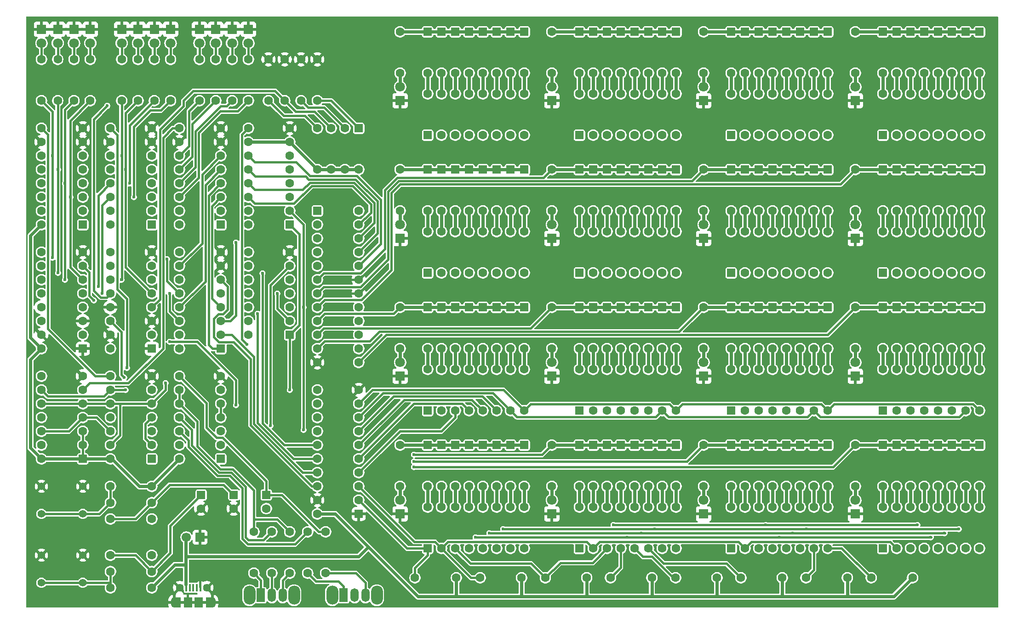
<source format=gbr>
%TF.GenerationSoftware,KiCad,Pcbnew,9.0.5*%
%TF.CreationDate,2025-10-14T21:49:14+01:00*%
%TF.ProjectId,TD4cpu,54443463-7075-42e6-9b69-6361645f7063,rev?*%
%TF.SameCoordinates,Original*%
%TF.FileFunction,Copper,L1,Top*%
%TF.FilePolarity,Positive*%
%FSLAX46Y46*%
G04 Gerber Fmt 4.6, Leading zero omitted, Abs format (unit mm)*
G04 Created by KiCad (PCBNEW 9.0.5) date 2025-10-14 21:49:14*
%MOMM*%
%LPD*%
G01*
G04 APERTURE LIST*
G04 Aperture macros list*
%AMRoundRect*
0 Rectangle with rounded corners*
0 $1 Rounding radius*
0 $2 $3 $4 $5 $6 $7 $8 $9 X,Y pos of 4 corners*
0 Add a 4 corners polygon primitive as box body*
4,1,4,$2,$3,$4,$5,$6,$7,$8,$9,$2,$3,0*
0 Add four circle primitives for the rounded corners*
1,1,$1+$1,$2,$3*
1,1,$1+$1,$4,$5*
1,1,$1+$1,$6,$7*
1,1,$1+$1,$8,$9*
0 Add four rect primitives between the rounded corners*
20,1,$1+$1,$2,$3,$4,$5,0*
20,1,$1+$1,$4,$5,$6,$7,0*
20,1,$1+$1,$6,$7,$8,$9,0*
20,1,$1+$1,$8,$9,$2,$3,0*%
G04 Aperture macros list end*
%TA.AperFunction,ComponentPad*%
%ADD10RoundRect,0.250000X-0.550000X0.550000X-0.550000X-0.550000X0.550000X-0.550000X0.550000X0.550000X0*%
%TD*%
%TA.AperFunction,ComponentPad*%
%ADD11C,1.600000*%
%TD*%
%TA.AperFunction,ComponentPad*%
%ADD12R,1.800000X1.800000*%
%TD*%
%TA.AperFunction,ComponentPad*%
%ADD13C,1.800000*%
%TD*%
%TA.AperFunction,ComponentPad*%
%ADD14O,2.200000X3.500000*%
%TD*%
%TA.AperFunction,ComponentPad*%
%ADD15R,1.500000X2.500000*%
%TD*%
%TA.AperFunction,ComponentPad*%
%ADD16O,1.500000X2.500000*%
%TD*%
%TA.AperFunction,ComponentPad*%
%ADD17RoundRect,0.250000X0.550000X0.550000X-0.550000X0.550000X-0.550000X-0.550000X0.550000X-0.550000X0*%
%TD*%
%TA.AperFunction,ComponentPad*%
%ADD18RoundRect,0.250000X0.550000X-0.550000X0.550000X0.550000X-0.550000X0.550000X-0.550000X-0.550000X0*%
%TD*%
%TA.AperFunction,ComponentPad*%
%ADD19RoundRect,0.250000X-0.550000X-0.550000X0.550000X-0.550000X0.550000X0.550000X-0.550000X0.550000X0*%
%TD*%
%TA.AperFunction,ComponentPad*%
%ADD20C,1.397000*%
%TD*%
%TA.AperFunction,ComponentPad*%
%ADD21R,1.700000X1.700000*%
%TD*%
%TA.AperFunction,ComponentPad*%
%ADD22C,1.700000*%
%TD*%
%TA.AperFunction,SMDPad,CuDef*%
%ADD23R,0.400000X1.350000*%
%TD*%
%TA.AperFunction,HeatsinkPad*%
%ADD24O,1.200000X1.900000*%
%TD*%
%TA.AperFunction,SMDPad,CuDef*%
%ADD25R,1.200000X1.900000*%
%TD*%
%TA.AperFunction,HeatsinkPad*%
%ADD26C,1.450000*%
%TD*%
%TA.AperFunction,SMDPad,CuDef*%
%ADD27R,1.500000X1.900000*%
%TD*%
%TA.AperFunction,ViaPad*%
%ADD28C,0.600000*%
%TD*%
%TA.AperFunction,Conductor*%
%ADD29C,0.400000*%
%TD*%
%TA.AperFunction,Conductor*%
%ADD30C,0.600000*%
%TD*%
G04 APERTURE END LIST*
D10*
%TO.P,D36,1,K*%
%TO.N,AS3*%
X208280000Y-53340000D03*
D11*
%TO.P,D36,2,A*%
%TO.N,Net-(D36-A)*%
X208280000Y-60960000D03*
%TD*%
D12*
%TO.P,D142,1,K*%
%TO.N,GND*%
X175260000Y-142240000D03*
D13*
%TO.P,D142,2,A*%
%TO.N,Net-(D142-A)*%
X175260000Y-139700000D03*
%TD*%
D10*
%TO.P,D126,1,K*%
%TO.N,AS15*%
X223520000Y-129540000D03*
D11*
%TO.P,D126,2,A*%
%TO.N,Net-(D126-A)*%
X223520000Y-137160000D03*
%TD*%
D10*
%TO.P,D123,1,K*%
%TO.N,AS14*%
X182880000Y-129540000D03*
D11*
%TO.P,D123,2,A*%
%TO.N,Net-(D123-A)*%
X182880000Y-137160000D03*
%TD*%
D14*
%TO.P,SW3,*%
%TO.N,*%
X91658000Y-157230000D03*
X99858000Y-157230000D03*
D15*
%TO.P,SW3,1,A*%
%TO.N,Net-(SW3-A)*%
X93758000Y-157230000D03*
D16*
%TO.P,SW3,2,B*%
%TO.N,Net-(SW3-B)*%
X95758000Y-157230000D03*
%TO.P,SW3,3,C*%
%TO.N,Net-(SW3-C)*%
X97758000Y-157230000D03*
%TD*%
D10*
%TO.P,D42,1,K*%
%TO.N,AS4*%
X129540000Y-78740000D03*
D11*
%TO.P,D42,2,A*%
%TO.N,Net-(D42-A)*%
X129540000Y-86360000D03*
%TD*%
D12*
%TO.P,D145,1,K*%
%TO.N,GND*%
X203200000Y-116840000D03*
D13*
%TO.P,D145,2,A*%
%TO.N,Net-(D145-A)*%
X203200000Y-114300000D03*
%TD*%
D17*
%TO.P,U13,1,G1*%
%TO.N,GND*%
X111760000Y-142240000D03*
D11*
%TO.P,U13,2,A0*%
%TO.N,/ROM/DS0*%
X111760000Y-139700000D03*
%TO.P,U13,3,A1*%
%TO.N,/ROM/DS1*%
X111760000Y-137160000D03*
%TO.P,U13,4,A2*%
%TO.N,/ROM/DS2*%
X111760000Y-134620000D03*
%TO.P,U13,5,A3*%
%TO.N,/ROM/DS3*%
X111760000Y-132080000D03*
%TO.P,U13,6,A4*%
%TO.N,/ROM/DS4*%
X111760000Y-129540000D03*
%TO.P,U13,7,A5*%
%TO.N,/ROM/DS5*%
X111760000Y-127000000D03*
%TO.P,U13,8,A6*%
%TO.N,/ROM/DS6*%
X111760000Y-124460000D03*
%TO.P,U13,9,A7*%
%TO.N,/ROM/DS7*%
X111760000Y-121920000D03*
%TO.P,U13,10,GND*%
%TO.N,GND*%
X111760000Y-119380000D03*
%TO.P,U13,11,Y7*%
%TO.N,D7*%
X104140000Y-119380000D03*
%TO.P,U13,12,Y6*%
%TO.N,D6*%
X104140000Y-121920000D03*
%TO.P,U13,13,Y5*%
%TO.N,D5*%
X104140000Y-124460000D03*
%TO.P,U13,14,Y4*%
%TO.N,D4*%
X104140000Y-127000000D03*
%TO.P,U13,15,Y3*%
%TO.N,D3*%
X104140000Y-129540000D03*
%TO.P,U13,16,Y2*%
%TO.N,D2*%
X104140000Y-132080000D03*
%TO.P,U13,17,Y1*%
%TO.N,D1*%
X104140000Y-134620000D03*
%TO.P,U13,18,Y0*%
%TO.N,D0*%
X104140000Y-137160000D03*
%TO.P,U13,19,G2*%
%TO.N,GND*%
X104140000Y-139700000D03*
%TO.P,U13,20,VCC*%
%TO.N,+5V*%
X104140000Y-142240000D03*
%TD*%
D17*
%TO.P,U3,1*%
%TO.N,unconnected-(U3-Pad1)*%
X86360000Y-132080000D03*
D11*
%TO.P,U3,2*%
%TO.N,unconnected-(U3-Pad2)*%
X86360000Y-129540000D03*
%TO.P,U3,3*%
%TO.N,Net-(R7-Pad2)*%
X86360000Y-127000000D03*
%TO.P,U3,4*%
%TO.N,Net-(U3-Pad4)*%
X86360000Y-124460000D03*
%TO.P,U3,5*%
X86360000Y-121920000D03*
%TO.P,U3,6*%
%TO.N,{slash}RESET*%
X86360000Y-119380000D03*
%TO.P,U3,7,GND*%
%TO.N,GND*%
X86360000Y-116840000D03*
%TO.P,U3,8*%
%TO.N,Net-(C3-Pad1)*%
X78740000Y-116840000D03*
%TO.P,U3,9*%
%TO.N,Net-(R8-Pad2)*%
X78740000Y-119380000D03*
%TO.P,U3,10*%
X78740000Y-121920000D03*
%TO.P,U3,11*%
%TO.N,Net-(R6-Pad2)*%
X78740000Y-124460000D03*
%TO.P,U3,12*%
%TO.N,Net-(R10-Pad1)*%
X78740000Y-127000000D03*
%TO.P,U3,13*%
%TO.N,Net-(R5-Pad2)*%
X78740000Y-129540000D03*
%TO.P,U3,14,VCC*%
%TO.N,+5V*%
X78740000Y-132080000D03*
%TD*%
D17*
%TO.P,U7,1,~{R}*%
%TO.N,{slash}RESET*%
X99060000Y-109220000D03*
D11*
%TO.P,U7,2,D*%
%TO.N,Net-(U11-C4)*%
X99060000Y-106680000D03*
%TO.P,U7,3,C*%
%TO.N,CLOCK*%
X99060000Y-104140000D03*
%TO.P,U7,4,~{S}*%
%TO.N,+5V*%
X99060000Y-101600000D03*
%TO.P,U7,5,Q*%
%TO.N,unconnected-(U7A-Q-Pad5)*%
X99060000Y-99060000D03*
%TO.P,U7,6,~{Q}*%
%TO.N,/CPU/{slash}CARRY*%
X99060000Y-96520000D03*
%TO.P,U7,7,GND*%
%TO.N,GND*%
X99060000Y-93980000D03*
%TO.P,U7,8,~{Q}*%
%TO.N,unconnected-(U7B-~{Q}-Pad8)*%
X91440000Y-93980000D03*
%TO.P,U7,9,Q*%
%TO.N,unconnected-(U7B-Q-Pad9)*%
X91440000Y-96520000D03*
%TO.P,U7,10,~{S}*%
%TO.N,unconnected-(U7B-~{S}-Pad10)*%
X91440000Y-99060000D03*
%TO.P,U7,11,C*%
%TO.N,unconnected-(U7B-C-Pad11)*%
X91440000Y-101600000D03*
%TO.P,U7,12,D*%
%TO.N,unconnected-(U7B-D-Pad12)*%
X91440000Y-104140000D03*
%TO.P,U7,13,~{R}*%
%TO.N,unconnected-(U7B-~{R}-Pad13)*%
X91440000Y-106680000D03*
%TO.P,U7,14,VCC*%
%TO.N,+5V*%
X91440000Y-109220000D03*
%TD*%
D14*
%TO.P,SW4,*%
%TO.N,*%
X106898000Y-157230000D03*
X115098000Y-157230000D03*
D15*
%TO.P,SW4,1,A*%
%TO.N,Net-(SW4-A)*%
X108998000Y-157230000D03*
D16*
%TO.P,SW4,2,B*%
%TO.N,CLOCK*%
X110998000Y-157230000D03*
%TO.P,SW4,3,C*%
%TO.N,Net-(SW4-C)*%
X112998000Y-157230000D03*
%TD*%
D10*
%TO.P,D62,1,K*%
%TO.N,AS7*%
X223520000Y-78740000D03*
D11*
%TO.P,D62,2,A*%
%TO.N,Net-(D62-A)*%
X223520000Y-86360000D03*
%TD*%
D17*
%TO.P,U10,1*%
%TO.N,/CPU/{slash}CARRY*%
X73660000Y-132080000D03*
D11*
%TO.P,U10,2*%
%TO.N,D4*%
X73660000Y-129540000D03*
%TO.P,U10,3*%
%TO.N,Net-(U10-Pad3)*%
X73660000Y-127000000D03*
%TO.P,U10,4*%
%TO.N,D4*%
X73660000Y-124460000D03*
%TO.P,U10,5*%
%TO.N,D7*%
X73660000Y-121920000D03*
%TO.P,U10,6*%
%TO.N,/CPU/SEL_A*%
X73660000Y-119380000D03*
%TO.P,U10,7,GND*%
%TO.N,GND*%
X73660000Y-116840000D03*
%TO.P,U10,8*%
%TO.N,/CPU/LOAD_A*%
X66040000Y-116840000D03*
%TO.P,U10,9*%
%TO.N,D6*%
X66040000Y-119380000D03*
%TO.P,U10,10*%
%TO.N,D7*%
X66040000Y-121920000D03*
%TO.P,U10,11*%
%TO.N,/CPU/LOAD_B*%
X66040000Y-124460000D03*
%TO.P,U10,12*%
%TO.N,Net-(U10-Pad12)*%
X66040000Y-127000000D03*
%TO.P,U10,13*%
%TO.N,D7*%
X66040000Y-129540000D03*
%TO.P,U10,14,VCC*%
%TO.N,+5V*%
X66040000Y-132080000D03*
%TD*%
D10*
%TO.P,D25,1,K*%
%TO.N,AS2*%
X187960000Y-53340000D03*
D11*
%TO.P,D25,2,A*%
%TO.N,Net-(D25-A)*%
X187960000Y-60960000D03*
%TD*%
D10*
%TO.P,D40,1,K*%
%TO.N,AS4*%
X134620000Y-78740000D03*
D11*
%TO.P,D40,2,A*%
%TO.N,Net-(D40-A)*%
X134620000Y-86360000D03*
%TD*%
%TO.P,R26,1*%
%TO.N,/ROM/DS6*%
X194120000Y-154020000D03*
%TO.P,R26,2*%
%TO.N,+5V*%
X201740000Y-154020000D03*
%TD*%
D12*
%TO.P,D141,1,K*%
%TO.N,GND*%
X203200000Y-142240000D03*
D13*
%TO.P,D141,2,A*%
%TO.N,Net-(D141-A)*%
X203200000Y-139700000D03*
%TD*%
D10*
%TO.P,D129,1,K*%
%TO.N,AS15*%
X215900000Y-129540000D03*
D11*
%TO.P,D129,2,A*%
%TO.N,Net-(D129-A)*%
X215900000Y-137160000D03*
%TD*%
%TO.P,R21,1*%
%TO.N,/ROM/DS1*%
X134120000Y-154020000D03*
%TO.P,R21,2*%
%TO.N,+5V*%
X141740000Y-154020000D03*
%TD*%
%TO.P,R1,1*%
%TO.N,Net-(SW1-B)*%
X66040000Y-137160000D03*
%TO.P,R1,2*%
%TO.N,+5V*%
X73660000Y-137160000D03*
%TD*%
%TO.P,R4,1*%
%TO.N,Net-(SW2-B)*%
X66040000Y-152860000D03*
%TO.P,R4,2*%
%TO.N,Net-(C2-Pad1)*%
X73660000Y-152860000D03*
%TD*%
%TO.P,R41,1*%
%TO.N,AS10*%
X175260000Y-104140000D03*
%TO.P,R41,2*%
%TO.N,Net-(D146-A)*%
X175260000Y-111760000D03*
%TD*%
D10*
%TO.P,D17,1,K*%
%TO.N,AS1*%
X160020000Y-53340000D03*
D11*
%TO.P,D17,2,A*%
%TO.N,Net-(D17-A)*%
X160020000Y-60960000D03*
%TD*%
D10*
%TO.P,D120,1,K*%
%TO.N,AS14*%
X190500000Y-129540000D03*
D11*
%TO.P,D120,2,A*%
%TO.N,Net-(D120-A)*%
X190500000Y-137160000D03*
%TD*%
D10*
%TO.P,D108,1,K*%
%TO.N,AS12*%
X124460000Y-129540000D03*
D11*
%TO.P,D108,2,A*%
%TO.N,Net-(D108-A)*%
X124460000Y-137160000D03*
%TD*%
D10*
%TO.P,D72,1,K*%
%TO.N,AS8*%
X134620000Y-104140000D03*
D11*
%TO.P,D72,2,A*%
%TO.N,Net-(D72-A)*%
X134620000Y-111760000D03*
%TD*%
D10*
%TO.P,D124,1,K*%
%TO.N,AS14*%
X180340000Y-129540000D03*
D11*
%TO.P,D124,2,A*%
%TO.N,Net-(D124-A)*%
X180340000Y-137160000D03*
%TD*%
D10*
%TO.P,D27,1,K*%
%TO.N,AS2*%
X182880000Y-53340000D03*
D11*
%TO.P,D27,2,A*%
%TO.N,Net-(D27-A)*%
X182880000Y-60960000D03*
%TD*%
D10*
%TO.P,D60,1,K*%
%TO.N,AS6*%
X180340000Y-78740000D03*
D11*
%TO.P,D60,2,A*%
%TO.N,Net-(D60-A)*%
X180340000Y-86360000D03*
%TD*%
D10*
%TO.P,D106,1,K*%
%TO.N,AS12*%
X129540000Y-129540000D03*
D11*
%TO.P,D106,2,A*%
%TO.N,Net-(D106-A)*%
X129540000Y-137160000D03*
%TD*%
D10*
%TO.P,D75,1,K*%
%TO.N,AS8*%
X127000000Y-104140000D03*
D11*
%TO.P,D75,2,A*%
%TO.N,Net-(D75-A)*%
X127000000Y-111760000D03*
%TD*%
D12*
%TO.P,D4,1,K*%
%TO.N,GND*%
X82440000Y-52880000D03*
D13*
%TO.P,D4,2,A*%
%TO.N,Net-(D4-A)*%
X82440000Y-55420000D03*
%TD*%
D10*
%TO.P,D45,1,K*%
%TO.N,AS5*%
X170180000Y-78740000D03*
D11*
%TO.P,D45,2,A*%
%TO.N,Net-(D45-A)*%
X170180000Y-86360000D03*
%TD*%
D18*
%TO.P,SW18,1*%
%TO.N,/ROM/DS0*%
X124460000Y-148590000D03*
D11*
%TO.P,SW18,2*%
%TO.N,/ROM/DS1*%
X127000000Y-148590000D03*
%TO.P,SW18,3*%
%TO.N,/ROM/DS2*%
X129540000Y-148590000D03*
%TO.P,SW18,4*%
%TO.N,/ROM/DS3*%
X132080000Y-148590000D03*
%TO.P,SW18,5*%
%TO.N,/ROM/DS4*%
X134620000Y-148590000D03*
%TO.P,SW18,6*%
%TO.N,/ROM/DS5*%
X137160000Y-148590000D03*
%TO.P,SW18,7*%
%TO.N,/ROM/DS6*%
X139700000Y-148590000D03*
%TO.P,SW18,8*%
%TO.N,/ROM/DS7*%
X142240000Y-148590000D03*
%TO.P,SW18,9*%
%TO.N,Net-(D101-A)*%
X142240000Y-140970000D03*
%TO.P,SW18,10*%
%TO.N,Net-(D102-A)*%
X139700000Y-140970000D03*
%TO.P,SW18,11*%
%TO.N,Net-(D103-A)*%
X137160000Y-140970000D03*
%TO.P,SW18,12*%
%TO.N,Net-(D104-A)*%
X134620000Y-140970000D03*
%TO.P,SW18,13*%
%TO.N,Net-(D105-A)*%
X132080000Y-140970000D03*
%TO.P,SW18,14*%
%TO.N,Net-(D106-A)*%
X129540000Y-140970000D03*
%TO.P,SW18,15*%
%TO.N,Net-(D107-A)*%
X127000000Y-140970000D03*
%TO.P,SW18,16*%
%TO.N,Net-(D108-A)*%
X124460000Y-140970000D03*
%TD*%
D10*
%TO.P,D71,1,K*%
%TO.N,AS8*%
X137160000Y-104140000D03*
D11*
%TO.P,D71,2,A*%
%TO.N,Net-(D71-A)*%
X137160000Y-111760000D03*
%TD*%
D10*
%TO.P,D31,1,K*%
%TO.N,AS3*%
X220980000Y-53340000D03*
D11*
%TO.P,D31,2,A*%
%TO.N,Net-(D31-A)*%
X220980000Y-60960000D03*
%TD*%
D10*
%TO.P,D119,1,K*%
%TO.N,AS14*%
X193040000Y-129540000D03*
D11*
%TO.P,D119,2,A*%
%TO.N,Net-(D119-A)*%
X193040000Y-137160000D03*
%TD*%
D10*
%TO.P,D46,1,K*%
%TO.N,AS5*%
X167640000Y-78740000D03*
D11*
%TO.P,D46,2,A*%
%TO.N,Net-(D46-A)*%
X167640000Y-86360000D03*
%TD*%
D18*
%TO.P,SW14,1*%
%TO.N,/ROM/DS0*%
X124460000Y-123190000D03*
D11*
%TO.P,SW14,2*%
%TO.N,/ROM/DS1*%
X127000000Y-123190000D03*
%TO.P,SW14,3*%
%TO.N,/ROM/DS2*%
X129540000Y-123190000D03*
%TO.P,SW14,4*%
%TO.N,/ROM/DS3*%
X132080000Y-123190000D03*
%TO.P,SW14,5*%
%TO.N,/ROM/DS4*%
X134620000Y-123190000D03*
%TO.P,SW14,6*%
%TO.N,/ROM/DS5*%
X137160000Y-123190000D03*
%TO.P,SW14,7*%
%TO.N,/ROM/DS6*%
X139700000Y-123190000D03*
%TO.P,SW14,8*%
%TO.N,/ROM/DS7*%
X142240000Y-123190000D03*
%TO.P,SW14,9*%
%TO.N,Net-(D69-A)*%
X142240000Y-115570000D03*
%TO.P,SW14,10*%
%TO.N,Net-(D70-A)*%
X139700000Y-115570000D03*
%TO.P,SW14,11*%
%TO.N,Net-(D71-A)*%
X137160000Y-115570000D03*
%TO.P,SW14,12*%
%TO.N,Net-(D72-A)*%
X134620000Y-115570000D03*
%TO.P,SW14,13*%
%TO.N,Net-(D73-A)*%
X132080000Y-115570000D03*
%TO.P,SW14,14*%
%TO.N,Net-(D74-A)*%
X129540000Y-115570000D03*
%TO.P,SW14,15*%
%TO.N,Net-(D75-A)*%
X127000000Y-115570000D03*
%TO.P,SW14,16*%
%TO.N,Net-(D76-A)*%
X124460000Y-115570000D03*
%TD*%
%TO.P,R47,1*%
%TO.N,AS4*%
X119380000Y-78740000D03*
%TO.P,R47,2*%
%TO.N,Net-(D152-A)*%
X119380000Y-86360000D03*
%TD*%
%TO.P,R24,1*%
%TO.N,/ROM/DS4*%
X170120000Y-154020000D03*
%TO.P,R24,2*%
%TO.N,+5V*%
X177740000Y-154020000D03*
%TD*%
D10*
%TO.P,D86,1,K*%
%TO.N,AS10*%
X195580000Y-104140000D03*
D11*
%TO.P,D86,2,A*%
%TO.N,Net-(D86-A)*%
X195580000Y-111760000D03*
%TD*%
D10*
%TO.P,D117,1,K*%
%TO.N,AS14*%
X198120000Y-129540000D03*
D11*
%TO.P,D117,2,A*%
%TO.N,Net-(D117-A)*%
X198120000Y-137160000D03*
%TD*%
D17*
%TO.P,U2,1,~{MR}*%
%TO.N,{slash}RESET*%
X86360000Y-88900000D03*
D11*
%TO.P,U2,2,CP*%
%TO.N,CLOCK*%
X86360000Y-86360000D03*
%TO.P,U2,3,D0*%
%TO.N,/CPU/BUS_b0*%
X86360000Y-83820000D03*
%TO.P,U2,4,D1*%
%TO.N,/CPU/BUS_b1*%
X86360000Y-81280000D03*
%TO.P,U2,5,D2*%
%TO.N,/CPU/BUS_b2*%
X86360000Y-78740000D03*
%TO.P,U2,6,D3*%
%TO.N,/CPU/BUS_b3*%
X86360000Y-76200000D03*
%TO.P,U2,7,CEP*%
%TO.N,GND*%
X86360000Y-73660000D03*
%TO.P,U2,8,GND*%
X86360000Y-71120000D03*
%TO.P,U2,9,~{PE}*%
%TO.N,/CPU/LOAD_OP*%
X78740000Y-71120000D03*
%TO.P,U2,10,CET*%
%TO.N,GND*%
X78740000Y-73660000D03*
%TO.P,U2,11,Q3*%
%TO.N,OUT3*%
X78740000Y-76200000D03*
%TO.P,U2,12,Q2*%
%TO.N,OUT2*%
X78740000Y-78740000D03*
%TO.P,U2,13,Q1*%
%TO.N,OUT1*%
X78740000Y-81280000D03*
%TO.P,U2,14,Q0*%
%TO.N,OUT0*%
X78740000Y-83820000D03*
%TO.P,U2,15,TC*%
%TO.N,unconnected-(U2-TC-Pad15)*%
X78740000Y-86360000D03*
%TO.P,U2,16,VCC*%
%TO.N,+5V*%
X78740000Y-88900000D03*
%TD*%
D10*
%TO.P,D121,1,K*%
%TO.N,AS14*%
X187960000Y-129540000D03*
D11*
%TO.P,D121,2,A*%
%TO.N,Net-(D121-A)*%
X187960000Y-137160000D03*
%TD*%
D10*
%TO.P,D114,1,K*%
%TO.N,AS13*%
X157480000Y-129540000D03*
D11*
%TO.P,D114,2,A*%
%TO.N,Net-(D114-A)*%
X157480000Y-137160000D03*
%TD*%
D10*
%TO.P,D128,1,K*%
%TO.N,AS15*%
X218440000Y-129540000D03*
D11*
%TO.P,D128,2,A*%
%TO.N,Net-(D128-A)*%
X218440000Y-137160000D03*
%TD*%
D10*
%TO.P,D113,1,K*%
%TO.N,AS13*%
X160020000Y-129540000D03*
D11*
%TO.P,D113,2,A*%
%TO.N,Net-(D113-A)*%
X160020000Y-137160000D03*
%TD*%
D10*
%TO.P,D97,1,K*%
%TO.N,AS11*%
X215900000Y-104140000D03*
D11*
%TO.P,D97,2,A*%
%TO.N,Net-(D97-A)*%
X215900000Y-111760000D03*
%TD*%
D10*
%TO.P,D61,1,K*%
%TO.N,AS7*%
X226060000Y-78740000D03*
D11*
%TO.P,D61,2,A*%
%TO.N,Net-(D61-A)*%
X226060000Y-86360000D03*
%TD*%
D10*
%TO.P,D8,1,K*%
%TO.N,AS0*%
X134620000Y-53340000D03*
D11*
%TO.P,D8,2,A*%
%TO.N,Net-(D8-A)*%
X134620000Y-60960000D03*
%TD*%
D12*
%TO.P,D133,1,K*%
%TO.N,GND*%
X53340000Y-52880000D03*
D13*
%TO.P,D133,2,A*%
%TO.N,Net-(D133-A)*%
X53340000Y-55420000D03*
%TD*%
D10*
%TO.P,D11,1,K*%
%TO.N,AS0*%
X127000000Y-53340000D03*
D11*
%TO.P,D11,2,A*%
%TO.N,Net-(D11-A)*%
X127000000Y-60960000D03*
%TD*%
%TO.P,R20,1*%
%TO.N,/ROM/DS0*%
X122120000Y-154020000D03*
%TO.P,R20,2*%
%TO.N,+5V*%
X129740000Y-154020000D03*
%TD*%
D10*
%TO.P,D96,1,K*%
%TO.N,AS11*%
X218440000Y-104140000D03*
D11*
%TO.P,D96,2,A*%
%TO.N,Net-(D96-A)*%
X218440000Y-111760000D03*
%TD*%
D10*
%TO.P,D57,1,K*%
%TO.N,AS6*%
X187960000Y-78740000D03*
D11*
%TO.P,D57,2,A*%
%TO.N,Net-(D57-A)*%
X187960000Y-86360000D03*
%TD*%
%TO.P,R19,1*%
%TO.N,IN0*%
X104140000Y-66040000D03*
%TO.P,R19,2*%
%TO.N,GND*%
X104140000Y-58420000D03*
%TD*%
D18*
%TO.P,SW20,1*%
%TO.N,/ROM/DS0*%
X180340000Y-148590000D03*
D11*
%TO.P,SW20,2*%
%TO.N,/ROM/DS1*%
X182880000Y-148590000D03*
%TO.P,SW20,3*%
%TO.N,/ROM/DS2*%
X185420000Y-148590000D03*
%TO.P,SW20,4*%
%TO.N,/ROM/DS3*%
X187960000Y-148590000D03*
%TO.P,SW20,5*%
%TO.N,/ROM/DS4*%
X190500000Y-148590000D03*
%TO.P,SW20,6*%
%TO.N,/ROM/DS5*%
X193040000Y-148590000D03*
%TO.P,SW20,7*%
%TO.N,/ROM/DS6*%
X195580000Y-148590000D03*
%TO.P,SW20,8*%
%TO.N,/ROM/DS7*%
X198120000Y-148590000D03*
%TO.P,SW20,9*%
%TO.N,Net-(D117-A)*%
X198120000Y-140970000D03*
%TO.P,SW20,10*%
%TO.N,Net-(D118-A)*%
X195580000Y-140970000D03*
%TO.P,SW20,11*%
%TO.N,Net-(D119-A)*%
X193040000Y-140970000D03*
%TO.P,SW20,12*%
%TO.N,Net-(D120-A)*%
X190500000Y-140970000D03*
%TO.P,SW20,13*%
%TO.N,Net-(D121-A)*%
X187960000Y-140970000D03*
%TO.P,SW20,14*%
%TO.N,Net-(D122-A)*%
X185420000Y-140970000D03*
%TO.P,SW20,15*%
%TO.N,Net-(D123-A)*%
X182880000Y-140970000D03*
%TO.P,SW20,16*%
%TO.N,Net-(D124-A)*%
X180340000Y-140970000D03*
%TD*%
D12*
%TO.P,D147,1,K*%
%TO.N,GND*%
X147320000Y-116840000D03*
D13*
%TO.P,D147,2,A*%
%TO.N,Net-(D147-A)*%
X147320000Y-114300000D03*
%TD*%
D12*
%TO.P,D2,1,K*%
%TO.N,GND*%
X88440000Y-52880000D03*
D13*
%TO.P,D2,2,A*%
%TO.N,Net-(D2-A)*%
X88440000Y-55420000D03*
%TD*%
D18*
%TO.P,SW6,1*%
%TO.N,/ROM/DS0*%
X124460000Y-72390000D03*
D11*
%TO.P,SW6,2*%
%TO.N,/ROM/DS1*%
X127000000Y-72390000D03*
%TO.P,SW6,3*%
%TO.N,/ROM/DS2*%
X129540000Y-72390000D03*
%TO.P,SW6,4*%
%TO.N,/ROM/DS3*%
X132080000Y-72390000D03*
%TO.P,SW6,5*%
%TO.N,/ROM/DS4*%
X134620000Y-72390000D03*
%TO.P,SW6,6*%
%TO.N,/ROM/DS5*%
X137160000Y-72390000D03*
%TO.P,SW6,7*%
%TO.N,/ROM/DS6*%
X139700000Y-72390000D03*
%TO.P,SW6,8*%
%TO.N,/ROM/DS7*%
X142240000Y-72390000D03*
%TO.P,SW6,9*%
%TO.N,Net-(D5-A)*%
X142240000Y-64770000D03*
%TO.P,SW6,10*%
%TO.N,Net-(D6-A)*%
X139700000Y-64770000D03*
%TO.P,SW6,11*%
%TO.N,Net-(D7-A)*%
X137160000Y-64770000D03*
%TO.P,SW6,12*%
%TO.N,Net-(D8-A)*%
X134620000Y-64770000D03*
%TO.P,SW6,13*%
%TO.N,Net-(D9-A)*%
X132080000Y-64770000D03*
%TO.P,SW6,14*%
%TO.N,Net-(D10-A)*%
X129540000Y-64770000D03*
%TO.P,SW6,15*%
%TO.N,Net-(D11-A)*%
X127000000Y-64770000D03*
%TO.P,SW6,16*%
%TO.N,Net-(D12-A)*%
X124460000Y-64770000D03*
%TD*%
D10*
%TO.P,D56,1,K*%
%TO.N,AS6*%
X190500000Y-78740000D03*
D11*
%TO.P,D56,2,A*%
%TO.N,Net-(D56-A)*%
X190500000Y-86360000D03*
%TD*%
%TO.P,R35,1*%
%TO.N,BREG_B0*%
X77120000Y-66040000D03*
%TO.P,R35,2*%
%TO.N,Net-(D140-A)*%
X77120000Y-58420000D03*
%TD*%
D19*
%TO.P,U12,1,S0*%
%TO.N,AS0*%
X104140000Y-86360000D03*
D11*
%TO.P,U12,2,S1*%
%TO.N,AS1*%
X104140000Y-88900000D03*
%TO.P,U12,3,S2*%
%TO.N,AS2*%
X104140000Y-91440000D03*
%TO.P,U12,4,S3*%
%TO.N,AS3*%
X104140000Y-93980000D03*
%TO.P,U12,5,S4*%
%TO.N,AS4*%
X104140000Y-96520000D03*
%TO.P,U12,6,S5*%
%TO.N,AS5*%
X104140000Y-99060000D03*
%TO.P,U12,7,S6*%
%TO.N,AS6*%
X104140000Y-101600000D03*
%TO.P,U12,8,S7*%
%TO.N,AS7*%
X104140000Y-104140000D03*
%TO.P,U12,9,S8*%
%TO.N,AS8*%
X104140000Y-106680000D03*
%TO.P,U12,10,S9*%
%TO.N,AS9*%
X104140000Y-109220000D03*
%TO.P,U12,11,S10*%
%TO.N,AS10*%
X104140000Y-111760000D03*
%TO.P,U12,12,GND*%
%TO.N,GND*%
X104140000Y-114300000D03*
%TO.P,U12,13,S11*%
%TO.N,AS11*%
X111760000Y-114300000D03*
%TO.P,U12,14,S12*%
%TO.N,AS12*%
X111760000Y-111760000D03*
%TO.P,U12,15,S13*%
%TO.N,AS13*%
X111760000Y-109220000D03*
%TO.P,U12,16,S14*%
%TO.N,AS14*%
X111760000Y-106680000D03*
%TO.P,U12,17,S15*%
%TO.N,AS15*%
X111760000Y-104140000D03*
%TO.P,U12,18,E0*%
%TO.N,GND*%
X111760000Y-101600000D03*
%TO.P,U12,19,E1*%
X111760000Y-99060000D03*
%TO.P,U12,20,A3*%
%TO.N,A3*%
X111760000Y-96520000D03*
%TO.P,U12,21,A2*%
%TO.N,A2*%
X111760000Y-93980000D03*
%TO.P,U12,22,A1*%
%TO.N,A1*%
X111760000Y-91440000D03*
%TO.P,U12,23,A0*%
%TO.N,A0*%
X111760000Y-88900000D03*
%TO.P,U12,24,VCC*%
%TO.N,+5V*%
X111760000Y-86360000D03*
%TD*%
D10*
%TO.P,D122,1,K*%
%TO.N,AS14*%
X185420000Y-129540000D03*
D11*
%TO.P,D122,2,A*%
%TO.N,Net-(D122-A)*%
X185420000Y-137160000D03*
%TD*%
D10*
%TO.P,D102,1,K*%
%TO.N,AS12*%
X139700000Y-129540000D03*
D11*
%TO.P,D102,2,A*%
%TO.N,Net-(D102-A)*%
X139700000Y-137160000D03*
%TD*%
%TO.P,R14,1*%
%TO.N,OUT1*%
X88440000Y-66040000D03*
%TO.P,R14,2*%
%TO.N,Net-(D2-A)*%
X88440000Y-58420000D03*
%TD*%
D10*
%TO.P,D55,1,K*%
%TO.N,AS6*%
X193040000Y-78740000D03*
D11*
%TO.P,D55,2,A*%
%TO.N,Net-(D55-A)*%
X193040000Y-86360000D03*
%TD*%
D12*
%TO.P,D151,1,K*%
%TO.N,GND*%
X147320000Y-91440000D03*
D13*
%TO.P,D151,2,A*%
%TO.N,Net-(D151-A)*%
X147320000Y-88900000D03*
%TD*%
D18*
%TO.P,SW17,1*%
%TO.N,/ROM/DS0*%
X208280000Y-123190000D03*
D11*
%TO.P,SW17,2*%
%TO.N,/ROM/DS1*%
X210820000Y-123190000D03*
%TO.P,SW17,3*%
%TO.N,/ROM/DS2*%
X213360000Y-123190000D03*
%TO.P,SW17,4*%
%TO.N,/ROM/DS3*%
X215900000Y-123190000D03*
%TO.P,SW17,5*%
%TO.N,/ROM/DS4*%
X218440000Y-123190000D03*
%TO.P,SW17,6*%
%TO.N,/ROM/DS5*%
X220980000Y-123190000D03*
%TO.P,SW17,7*%
%TO.N,/ROM/DS6*%
X223520000Y-123190000D03*
%TO.P,SW17,8*%
%TO.N,/ROM/DS7*%
X226060000Y-123190000D03*
%TO.P,SW17,9*%
%TO.N,Net-(D93-A)*%
X226060000Y-115570000D03*
%TO.P,SW17,10*%
%TO.N,Net-(D94-A)*%
X223520000Y-115570000D03*
%TO.P,SW17,11*%
%TO.N,Net-(D95-A)*%
X220980000Y-115570000D03*
%TO.P,SW17,12*%
%TO.N,Net-(D96-A)*%
X218440000Y-115570000D03*
%TO.P,SW17,13*%
%TO.N,Net-(D97-A)*%
X215900000Y-115570000D03*
%TO.P,SW17,14*%
%TO.N,Net-(D98-A)*%
X213360000Y-115570000D03*
%TO.P,SW17,15*%
%TO.N,Net-(D99-A)*%
X210820000Y-115570000D03*
%TO.P,SW17,16*%
%TO.N,Net-(D100-A)*%
X208280000Y-115570000D03*
%TD*%
D10*
%TO.P,D132,1,K*%
%TO.N,AS15*%
X208280000Y-129540000D03*
D11*
%TO.P,D132,2,A*%
%TO.N,Net-(D132-A)*%
X208280000Y-137160000D03*
%TD*%
D10*
%TO.P,D20,1,K*%
%TO.N,AS1*%
X152400000Y-53340000D03*
D11*
%TO.P,D20,2,A*%
%TO.N,Net-(D20-A)*%
X152400000Y-60960000D03*
%TD*%
D10*
%TO.P,D99,1,K*%
%TO.N,AS11*%
X210820000Y-104140000D03*
D11*
%TO.P,D99,2,A*%
%TO.N,Net-(D99-A)*%
X210820000Y-111760000D03*
%TD*%
D10*
%TO.P,D5,1,K*%
%TO.N,AS0*%
X142240000Y-53340000D03*
D11*
%TO.P,D5,2,A*%
%TO.N,Net-(D5-A)*%
X142240000Y-60960000D03*
%TD*%
D12*
%TO.P,D143,1,K*%
%TO.N,GND*%
X147320000Y-142240000D03*
D13*
%TO.P,D143,2,A*%
%TO.N,Net-(D143-A)*%
X147320000Y-139700000D03*
%TD*%
D10*
%TO.P,D66,1,K*%
%TO.N,AS7*%
X213360000Y-78740000D03*
D11*
%TO.P,D66,2,A*%
%TO.N,Net-(D66-A)*%
X213360000Y-86360000D03*
%TD*%
%TO.P,R42,1*%
%TO.N,AS9*%
X147320000Y-104140000D03*
%TO.P,R42,2*%
%TO.N,Net-(D147-A)*%
X147320000Y-111760000D03*
%TD*%
D10*
%TO.P,D101,1,K*%
%TO.N,AS12*%
X142240000Y-129540000D03*
D11*
%TO.P,D101,2,A*%
%TO.N,Net-(D101-A)*%
X142240000Y-137160000D03*
%TD*%
D17*
%TO.P,U8,1,Ea*%
%TO.N,GND*%
X60960000Y-111760000D03*
D11*
%TO.P,U8,2,S1*%
%TO.N,D5*%
X60960000Y-109220000D03*
%TO.P,U8,3,I3a*%
%TO.N,GND*%
X60960000Y-106680000D03*
%TO.P,U8,4,I2a*%
%TO.N,IN0*%
X60960000Y-104140000D03*
%TO.P,U8,5,I1a*%
%TO.N,BREG_B0*%
X60960000Y-101600000D03*
%TO.P,U8,6,I0a*%
%TO.N,AREG_B0*%
X60960000Y-99060000D03*
%TO.P,U8,7,Za*%
%TO.N,/CPU/ADD_b0*%
X60960000Y-96520000D03*
%TO.P,U8,8,GND*%
%TO.N,GND*%
X60960000Y-93980000D03*
%TO.P,U8,9,Zb*%
%TO.N,/CPU/ADD_b1*%
X53340000Y-93980000D03*
%TO.P,U8,10,I0b*%
%TO.N,AREG_B1*%
X53340000Y-96520000D03*
%TO.P,U8,11,I1b*%
%TO.N,BREG_B1*%
X53340000Y-99060000D03*
%TO.P,U8,12,I2b*%
%TO.N,IN1*%
X53340000Y-101600000D03*
%TO.P,U8,13,I3b*%
%TO.N,GND*%
X53340000Y-104140000D03*
%TO.P,U8,14,S0*%
%TO.N,/CPU/SEL_A*%
X53340000Y-106680000D03*
%TO.P,U8,15,Eb*%
%TO.N,GND*%
X53340000Y-109220000D03*
%TO.P,U8,16,VCC*%
%TO.N,+5V*%
X53340000Y-111760000D03*
%TD*%
D18*
%TO.P,SW11,1*%
%TO.N,/ROM/DS0*%
X152400000Y-97790000D03*
D11*
%TO.P,SW11,2*%
%TO.N,/ROM/DS1*%
X154940000Y-97790000D03*
%TO.P,SW11,3*%
%TO.N,/ROM/DS2*%
X157480000Y-97790000D03*
%TO.P,SW11,4*%
%TO.N,/ROM/DS3*%
X160020000Y-97790000D03*
%TO.P,SW11,5*%
%TO.N,/ROM/DS4*%
X162560000Y-97790000D03*
%TO.P,SW11,6*%
%TO.N,/ROM/DS5*%
X165100000Y-97790000D03*
%TO.P,SW11,7*%
%TO.N,/ROM/DS6*%
X167640000Y-97790000D03*
%TO.P,SW11,8*%
%TO.N,/ROM/DS7*%
X170180000Y-97790000D03*
%TO.P,SW11,9*%
%TO.N,Net-(D45-A)*%
X170180000Y-90170000D03*
%TO.P,SW11,10*%
%TO.N,Net-(D46-A)*%
X167640000Y-90170000D03*
%TO.P,SW11,11*%
%TO.N,Net-(D47-A)*%
X165100000Y-90170000D03*
%TO.P,SW11,12*%
%TO.N,Net-(D48-A)*%
X162560000Y-90170000D03*
%TO.P,SW11,13*%
%TO.N,Net-(D49-A)*%
X160020000Y-90170000D03*
%TO.P,SW11,14*%
%TO.N,Net-(D50-A)*%
X157480000Y-90170000D03*
%TO.P,SW11,15*%
%TO.N,Net-(D51-A)*%
X154940000Y-90170000D03*
%TO.P,SW11,16*%
%TO.N,Net-(D52-A)*%
X152400000Y-90170000D03*
%TD*%
D20*
%TO.P,SW2,1,A*%
%TO.N,GND*%
X53340000Y-149860000D03*
X60960000Y-149860000D03*
%TO.P,SW2,2,B*%
%TO.N,Net-(SW2-B)*%
X53340000Y-154940000D03*
X60960000Y-154940000D03*
%TD*%
D17*
%TO.P,U5,1,~{MR}*%
%TO.N,{slash}RESET*%
X99060000Y-88900000D03*
D11*
%TO.P,U5,2,CP*%
%TO.N,CLOCK*%
X99060000Y-86360000D03*
%TO.P,U5,3,D0*%
%TO.N,/CPU/BUS_b0*%
X99060000Y-83820000D03*
%TO.P,U5,4,D1*%
%TO.N,/CPU/BUS_b1*%
X99060000Y-81280000D03*
%TO.P,U5,5,D2*%
%TO.N,/CPU/BUS_b2*%
X99060000Y-78740000D03*
%TO.P,U5,6,D3*%
%TO.N,/CPU/BUS_b3*%
X99060000Y-76200000D03*
%TO.P,U5,7,CEP*%
%TO.N,+5V*%
X99060000Y-73660000D03*
%TO.P,U5,8,GND*%
%TO.N,GND*%
X99060000Y-71120000D03*
%TO.P,U5,9,~{PE}*%
%TO.N,/CPU/LOAD_PC*%
X91440000Y-71120000D03*
%TO.P,U5,10,CET*%
%TO.N,+5V*%
X91440000Y-73660000D03*
%TO.P,U5,11,Q3*%
%TO.N,A3*%
X91440000Y-76200000D03*
%TO.P,U5,12,Q2*%
%TO.N,A2*%
X91440000Y-78740000D03*
%TO.P,U5,13,Q1*%
%TO.N,A1*%
X91440000Y-81280000D03*
%TO.P,U5,14,Q0*%
%TO.N,A0*%
X91440000Y-83820000D03*
%TO.P,U5,15,TC*%
%TO.N,unconnected-(U5-TC-Pad15)*%
X91440000Y-86360000D03*
%TO.P,U5,16,VCC*%
%TO.N,+5V*%
X91440000Y-88900000D03*
%TD*%
D10*
%TO.P,D131,1,K*%
%TO.N,AS15*%
X210820000Y-129540000D03*
D11*
%TO.P,D131,2,A*%
%TO.N,Net-(D131-A)*%
X210820000Y-137160000D03*
%TD*%
%TO.P,R43,1*%
%TO.N,AS8*%
X119380000Y-104140000D03*
%TO.P,R43,2*%
%TO.N,Net-(D148-A)*%
X119380000Y-111760000D03*
%TD*%
D18*
%TO.P,SW15,1*%
%TO.N,/ROM/DS0*%
X152400000Y-123190000D03*
D11*
%TO.P,SW15,2*%
%TO.N,/ROM/DS1*%
X154940000Y-123190000D03*
%TO.P,SW15,3*%
%TO.N,/ROM/DS2*%
X157480000Y-123190000D03*
%TO.P,SW15,4*%
%TO.N,/ROM/DS3*%
X160020000Y-123190000D03*
%TO.P,SW15,5*%
%TO.N,/ROM/DS4*%
X162560000Y-123190000D03*
%TO.P,SW15,6*%
%TO.N,/ROM/DS5*%
X165100000Y-123190000D03*
%TO.P,SW15,7*%
%TO.N,/ROM/DS6*%
X167640000Y-123190000D03*
%TO.P,SW15,8*%
%TO.N,/ROM/DS7*%
X170180000Y-123190000D03*
%TO.P,SW15,9*%
%TO.N,Net-(D77-A)*%
X170180000Y-115570000D03*
%TO.P,SW15,10*%
%TO.N,Net-(D78-A)*%
X167640000Y-115570000D03*
%TO.P,SW15,11*%
%TO.N,Net-(D79-A)*%
X165100000Y-115570000D03*
%TO.P,SW15,12*%
%TO.N,Net-(D80-A)*%
X162560000Y-115570000D03*
%TO.P,SW15,13*%
%TO.N,Net-(D81-A)*%
X160020000Y-115570000D03*
%TO.P,SW15,14*%
%TO.N,Net-(D82-A)*%
X157480000Y-115570000D03*
%TO.P,SW15,15*%
%TO.N,Net-(D83-A)*%
X154940000Y-115570000D03*
%TO.P,SW15,16*%
%TO.N,Net-(D84-A)*%
X152400000Y-115570000D03*
%TD*%
%TO.P,R33,1*%
%TO.N,BREG_B2*%
X71120000Y-66040000D03*
%TO.P,R33,2*%
%TO.N,Net-(D138-A)*%
X71120000Y-58420000D03*
%TD*%
D12*
%TO.P,D136,1,K*%
%TO.N,GND*%
X62340000Y-52880000D03*
D13*
%TO.P,D136,2,A*%
%TO.N,Net-(D136-A)*%
X62340000Y-55420000D03*
%TD*%
D12*
%TO.P,D153,1,K*%
%TO.N,GND*%
X203200000Y-66040000D03*
D13*
%TO.P,D153,2,A*%
%TO.N,Net-(D153-A)*%
X203200000Y-63500000D03*
%TD*%
D10*
%TO.P,D24,1,K*%
%TO.N,AS2*%
X190500000Y-53340000D03*
D11*
%TO.P,D24,2,A*%
%TO.N,Net-(D24-A)*%
X190500000Y-60960000D03*
%TD*%
D18*
%TO.P,SW9,1*%
%TO.N,/ROM/DS0*%
X208280000Y-72390000D03*
D11*
%TO.P,SW9,2*%
%TO.N,/ROM/DS1*%
X210820000Y-72390000D03*
%TO.P,SW9,3*%
%TO.N,/ROM/DS2*%
X213360000Y-72390000D03*
%TO.P,SW9,4*%
%TO.N,/ROM/DS3*%
X215900000Y-72390000D03*
%TO.P,SW9,5*%
%TO.N,/ROM/DS4*%
X218440000Y-72390000D03*
%TO.P,SW9,6*%
%TO.N,/ROM/DS5*%
X220980000Y-72390000D03*
%TO.P,SW9,7*%
%TO.N,/ROM/DS6*%
X223520000Y-72390000D03*
%TO.P,SW9,8*%
%TO.N,/ROM/DS7*%
X226060000Y-72390000D03*
%TO.P,SW9,9*%
%TO.N,Net-(D29-A)*%
X226060000Y-64770000D03*
%TO.P,SW9,10*%
%TO.N,Net-(D30-A)*%
X223520000Y-64770000D03*
%TO.P,SW9,11*%
%TO.N,Net-(D31-A)*%
X220980000Y-64770000D03*
%TO.P,SW9,12*%
%TO.N,Net-(D32-A)*%
X218440000Y-64770000D03*
%TO.P,SW9,13*%
%TO.N,Net-(D33-A)*%
X215900000Y-64770000D03*
%TO.P,SW9,14*%
%TO.N,Net-(D34-A)*%
X213360000Y-64770000D03*
%TO.P,SW9,15*%
%TO.N,Net-(D35-A)*%
X210820000Y-64770000D03*
%TO.P,SW9,16*%
%TO.N,Net-(D36-A)*%
X208280000Y-64770000D03*
%TD*%
%TO.P,R8,1*%
%TO.N,Net-(SW3-C)*%
X99060000Y-153162000D03*
%TO.P,R8,2*%
%TO.N,Net-(R8-Pad2)*%
X99060000Y-145542000D03*
%TD*%
D18*
%TO.P,SW16,1*%
%TO.N,/ROM/DS0*%
X180340000Y-123190000D03*
D11*
%TO.P,SW16,2*%
%TO.N,/ROM/DS1*%
X182880000Y-123190000D03*
%TO.P,SW16,3*%
%TO.N,/ROM/DS2*%
X185420000Y-123190000D03*
%TO.P,SW16,4*%
%TO.N,/ROM/DS3*%
X187960000Y-123190000D03*
%TO.P,SW16,5*%
%TO.N,/ROM/DS4*%
X190500000Y-123190000D03*
%TO.P,SW16,6*%
%TO.N,/ROM/DS5*%
X193040000Y-123190000D03*
%TO.P,SW16,7*%
%TO.N,/ROM/DS6*%
X195580000Y-123190000D03*
%TO.P,SW16,8*%
%TO.N,/ROM/DS7*%
X198120000Y-123190000D03*
%TO.P,SW16,9*%
%TO.N,Net-(D85-A)*%
X198120000Y-115570000D03*
%TO.P,SW16,10*%
%TO.N,Net-(D86-A)*%
X195580000Y-115570000D03*
%TO.P,SW16,11*%
%TO.N,Net-(D87-A)*%
X193040000Y-115570000D03*
%TO.P,SW16,12*%
%TO.N,Net-(D88-A)*%
X190500000Y-115570000D03*
%TO.P,SW16,13*%
%TO.N,Net-(D89-A)*%
X187960000Y-115570000D03*
%TO.P,SW16,14*%
%TO.N,Net-(D90-A)*%
X185420000Y-115570000D03*
%TO.P,SW16,15*%
%TO.N,Net-(D91-A)*%
X182880000Y-115570000D03*
%TO.P,SW16,16*%
%TO.N,Net-(D92-A)*%
X180340000Y-115570000D03*
%TD*%
D10*
%TO.P,D70,1,K*%
%TO.N,AS8*%
X139700000Y-104140000D03*
D11*
%TO.P,D70,2,A*%
%TO.N,Net-(D70-A)*%
X139700000Y-111760000D03*
%TD*%
D10*
%TO.P,D95,1,K*%
%TO.N,AS11*%
X220980000Y-104140000D03*
D11*
%TO.P,D95,2,A*%
%TO.N,Net-(D95-A)*%
X220980000Y-111760000D03*
%TD*%
%TO.P,R17,1*%
%TO.N,IN2*%
X98140000Y-66040000D03*
%TO.P,R17,2*%
%TO.N,GND*%
X98140000Y-58420000D03*
%TD*%
%TO.P,R12,1*%
%TO.N,OUT3*%
X82440000Y-66040000D03*
%TO.P,R12,2*%
%TO.N,Net-(D4-A)*%
X82440000Y-58420000D03*
%TD*%
D10*
%TO.P,C2,1*%
%TO.N,Net-(C2-Pad1)*%
X82742000Y-138748888D03*
D11*
%TO.P,C2,2*%
%TO.N,GND*%
X82742000Y-141248888D03*
%TD*%
D21*
%TO.P,J2,1,Pin_1*%
%TO.N,GND*%
X82555000Y-146558000D03*
D22*
%TO.P,J2,2,Pin_2*%
%TO.N,+5V*%
X80015000Y-146558000D03*
%TD*%
D10*
%TO.P,D98,1,K*%
%TO.N,AS11*%
X213360000Y-104140000D03*
D11*
%TO.P,D98,2,A*%
%TO.N,Net-(D98-A)*%
X213360000Y-111760000D03*
%TD*%
D12*
%TO.P,D138,1,K*%
%TO.N,GND*%
X71120000Y-52880000D03*
D13*
%TO.P,D138,2,A*%
%TO.N,Net-(D138-A)*%
X71120000Y-55420000D03*
%TD*%
D10*
%TO.P,D6,1,K*%
%TO.N,AS0*%
X139700000Y-53340000D03*
D11*
%TO.P,D6,2,A*%
%TO.N,Net-(D6-A)*%
X139700000Y-60960000D03*
%TD*%
D10*
%TO.P,D44,1,K*%
%TO.N,AS4*%
X124460000Y-78740000D03*
D11*
%TO.P,D44,2,A*%
%TO.N,Net-(D44-A)*%
X124460000Y-86360000D03*
%TD*%
D17*
%TO.P,U4,1,~{MR}*%
%TO.N,{slash}RESET*%
X73660000Y-88900000D03*
D11*
%TO.P,U4,2,CP*%
%TO.N,CLOCK*%
X73660000Y-86360000D03*
%TO.P,U4,3,D0*%
%TO.N,/CPU/BUS_b0*%
X73660000Y-83820000D03*
%TO.P,U4,4,D1*%
%TO.N,/CPU/BUS_b1*%
X73660000Y-81280000D03*
%TO.P,U4,5,D2*%
%TO.N,/CPU/BUS_b2*%
X73660000Y-78740000D03*
%TO.P,U4,6,D3*%
%TO.N,/CPU/BUS_b3*%
X73660000Y-76200000D03*
%TO.P,U4,7,CEP*%
%TO.N,GND*%
X73660000Y-73660000D03*
%TO.P,U4,8,GND*%
X73660000Y-71120000D03*
%TO.P,U4,9,~{PE}*%
%TO.N,/CPU/LOAD_B*%
X66040000Y-71120000D03*
%TO.P,U4,10,CET*%
%TO.N,GND*%
X66040000Y-73660000D03*
%TO.P,U4,11,Q3*%
%TO.N,BREG_B3*%
X66040000Y-76200000D03*
%TO.P,U4,12,Q2*%
%TO.N,BREG_B2*%
X66040000Y-78740000D03*
%TO.P,U4,13,Q1*%
%TO.N,BREG_B1*%
X66040000Y-81280000D03*
%TO.P,U4,14,Q0*%
%TO.N,BREG_B0*%
X66040000Y-83820000D03*
%TO.P,U4,15,TC*%
%TO.N,unconnected-(U4-TC-Pad15)*%
X66040000Y-86360000D03*
%TO.P,U4,16,VCC*%
%TO.N,+5V*%
X66040000Y-88900000D03*
%TD*%
D10*
%TO.P,D104,1,K*%
%TO.N,AS12*%
X134620000Y-129540000D03*
D11*
%TO.P,D104,2,A*%
%TO.N,Net-(D104-A)*%
X134620000Y-137160000D03*
%TD*%
%TO.P,R15,1*%
%TO.N,OUT0*%
X91440000Y-66040000D03*
%TO.P,R15,2*%
%TO.N,Net-(D1-A)*%
X91440000Y-58420000D03*
%TD*%
D10*
%TO.P,D63,1,K*%
%TO.N,AS7*%
X220980000Y-78740000D03*
D11*
%TO.P,D63,2,A*%
%TO.N,Net-(D63-A)*%
X220980000Y-86360000D03*
%TD*%
D10*
%TO.P,D34,1,K*%
%TO.N,AS3*%
X213360000Y-53340000D03*
D11*
%TO.P,D34,2,A*%
%TO.N,Net-(D34-A)*%
X213360000Y-60960000D03*
%TD*%
D12*
%TO.P,D3,1,K*%
%TO.N,GND*%
X85440000Y-52880000D03*
D13*
%TO.P,D3,2,A*%
%TO.N,Net-(D3-A)*%
X85440000Y-55420000D03*
%TD*%
D10*
%TO.P,D52,1,K*%
%TO.N,AS5*%
X152400000Y-78740000D03*
D11*
%TO.P,D52,2,A*%
%TO.N,Net-(D52-A)*%
X152400000Y-86360000D03*
%TD*%
D10*
%TO.P,D67,1,K*%
%TO.N,AS7*%
X210820000Y-78740000D03*
D11*
%TO.P,D67,2,A*%
%TO.N,Net-(D67-A)*%
X210820000Y-86360000D03*
%TD*%
D12*
%TO.P,D137,1,K*%
%TO.N,GND*%
X68120000Y-52880000D03*
D13*
%TO.P,D137,2,A*%
%TO.N,Net-(D137-A)*%
X68120000Y-55420000D03*
%TD*%
D18*
%TO.P,SW7,1*%
%TO.N,/ROM/DS0*%
X152400000Y-72390000D03*
D11*
%TO.P,SW7,2*%
%TO.N,/ROM/DS1*%
X154940000Y-72390000D03*
%TO.P,SW7,3*%
%TO.N,/ROM/DS2*%
X157480000Y-72390000D03*
%TO.P,SW7,4*%
%TO.N,/ROM/DS3*%
X160020000Y-72390000D03*
%TO.P,SW7,5*%
%TO.N,/ROM/DS4*%
X162560000Y-72390000D03*
%TO.P,SW7,6*%
%TO.N,/ROM/DS5*%
X165100000Y-72390000D03*
%TO.P,SW7,7*%
%TO.N,/ROM/DS6*%
X167640000Y-72390000D03*
%TO.P,SW7,8*%
%TO.N,/ROM/DS7*%
X170180000Y-72390000D03*
%TO.P,SW7,9*%
%TO.N,Net-(D13-A)*%
X170180000Y-64770000D03*
%TO.P,SW7,10*%
%TO.N,Net-(D14-A)*%
X167640000Y-64770000D03*
%TO.P,SW7,11*%
%TO.N,Net-(D15-A)*%
X165100000Y-64770000D03*
%TO.P,SW7,12*%
%TO.N,Net-(D16-A)*%
X162560000Y-64770000D03*
%TO.P,SW7,13*%
%TO.N,Net-(D17-A)*%
X160020000Y-64770000D03*
%TO.P,SW7,14*%
%TO.N,Net-(D18-A)*%
X157480000Y-64770000D03*
%TO.P,SW7,15*%
%TO.N,Net-(D19-A)*%
X154940000Y-64770000D03*
%TO.P,SW7,16*%
%TO.N,Net-(D20-A)*%
X152400000Y-64770000D03*
%TD*%
D10*
%TO.P,D18,1,K*%
%TO.N,AS1*%
X157480000Y-53340000D03*
D11*
%TO.P,D18,2,A*%
%TO.N,Net-(D18-A)*%
X157480000Y-60960000D03*
%TD*%
D10*
%TO.P,D33,1,K*%
%TO.N,AS3*%
X215900000Y-53340000D03*
D11*
%TO.P,D33,2,A*%
%TO.N,Net-(D33-A)*%
X215900000Y-60960000D03*
%TD*%
D10*
%TO.P,D85,1,K*%
%TO.N,AS10*%
X198120000Y-104140000D03*
D11*
%TO.P,D85,2,A*%
%TO.N,Net-(D85-A)*%
X198120000Y-111760000D03*
%TD*%
D12*
%TO.P,D140,1,K*%
%TO.N,GND*%
X77120000Y-52880000D03*
D13*
%TO.P,D140,2,A*%
%TO.N,Net-(D140-A)*%
X77120000Y-55420000D03*
%TD*%
D10*
%TO.P,D48,1,K*%
%TO.N,AS5*%
X162560000Y-78740000D03*
D11*
%TO.P,D48,2,A*%
%TO.N,Net-(D48-A)*%
X162560000Y-86360000D03*
%TD*%
D10*
%TO.P,D21,1,K*%
%TO.N,AS2*%
X198120000Y-53340000D03*
D11*
%TO.P,D21,2,A*%
%TO.N,Net-(D21-A)*%
X198120000Y-60960000D03*
%TD*%
D10*
%TO.P,D115,1,K*%
%TO.N,AS13*%
X154940000Y-129540000D03*
D11*
%TO.P,D115,2,A*%
%TO.N,Net-(D115-A)*%
X154940000Y-137160000D03*
%TD*%
D10*
%TO.P,D127,1,K*%
%TO.N,AS15*%
X220980000Y-129540000D03*
D11*
%TO.P,D127,2,A*%
%TO.N,Net-(D127-A)*%
X220980000Y-137160000D03*
%TD*%
%TO.P,R50,1*%
%TO.N,AS1*%
X147320000Y-53340000D03*
%TO.P,R50,2*%
%TO.N,Net-(D155-A)*%
X147320000Y-60960000D03*
%TD*%
%TO.P,R25,1*%
%TO.N,/ROM/DS5*%
X182120000Y-154020000D03*
%TO.P,R25,2*%
%TO.N,+5V*%
X189740000Y-154020000D03*
%TD*%
D18*
%TO.P,SW8,1*%
%TO.N,/ROM/DS0*%
X180340000Y-72390000D03*
D11*
%TO.P,SW8,2*%
%TO.N,/ROM/DS1*%
X182880000Y-72390000D03*
%TO.P,SW8,3*%
%TO.N,/ROM/DS2*%
X185420000Y-72390000D03*
%TO.P,SW8,4*%
%TO.N,/ROM/DS3*%
X187960000Y-72390000D03*
%TO.P,SW8,5*%
%TO.N,/ROM/DS4*%
X190500000Y-72390000D03*
%TO.P,SW8,6*%
%TO.N,/ROM/DS5*%
X193040000Y-72390000D03*
%TO.P,SW8,7*%
%TO.N,/ROM/DS6*%
X195580000Y-72390000D03*
%TO.P,SW8,8*%
%TO.N,/ROM/DS7*%
X198120000Y-72390000D03*
%TO.P,SW8,9*%
%TO.N,Net-(D21-A)*%
X198120000Y-64770000D03*
%TO.P,SW8,10*%
%TO.N,Net-(D22-A)*%
X195580000Y-64770000D03*
%TO.P,SW8,11*%
%TO.N,Net-(D23-A)*%
X193040000Y-64770000D03*
%TO.P,SW8,12*%
%TO.N,Net-(D24-A)*%
X190500000Y-64770000D03*
%TO.P,SW8,13*%
%TO.N,Net-(D25-A)*%
X187960000Y-64770000D03*
%TO.P,SW8,14*%
%TO.N,Net-(D26-A)*%
X185420000Y-64770000D03*
%TO.P,SW8,15*%
%TO.N,Net-(D27-A)*%
X182880000Y-64770000D03*
%TO.P,SW8,16*%
%TO.N,Net-(D28-A)*%
X180340000Y-64770000D03*
%TD*%
D10*
%TO.P,D81,1,K*%
%TO.N,AS9*%
X160020000Y-104140000D03*
D11*
%TO.P,D81,2,A*%
%TO.N,Net-(D81-A)*%
X160020000Y-111760000D03*
%TD*%
D10*
%TO.P,D10,1,K*%
%TO.N,AS0*%
X129540000Y-53340000D03*
D11*
%TO.P,D10,2,A*%
%TO.N,Net-(D10-A)*%
X129540000Y-60960000D03*
%TD*%
D17*
%TO.P,U11,1,S2*%
%TO.N,/CPU/BUS_b1*%
X86360000Y-111760000D03*
D11*
%TO.P,U11,2,B2*%
%TO.N,D1*%
X86360000Y-109220000D03*
%TO.P,U11,3,A2*%
%TO.N,/CPU/ADD_b1*%
X86360000Y-106680000D03*
%TO.P,U11,4,S1*%
%TO.N,/CPU/BUS_b0*%
X86360000Y-104140000D03*
%TO.P,U11,5,A1*%
%TO.N,/CPU/ADD_b0*%
X86360000Y-101600000D03*
%TO.P,U11,6,B1*%
%TO.N,D0*%
X86360000Y-99060000D03*
%TO.P,U11,7,C0*%
%TO.N,GND*%
X86360000Y-96520000D03*
%TO.P,U11,8,GND*%
X86360000Y-93980000D03*
%TO.P,U11,9,C4*%
%TO.N,Net-(U11-C4)*%
X78740000Y-93980000D03*
%TO.P,U11,10,S4*%
%TO.N,/CPU/BUS_b3*%
X78740000Y-96520000D03*
%TO.P,U11,11,B4*%
%TO.N,D3*%
X78740000Y-99060000D03*
%TO.P,U11,12,A4*%
%TO.N,/CPU/ADD_b3*%
X78740000Y-101600000D03*
%TO.P,U11,13,S3*%
%TO.N,/CPU/BUS_b2*%
X78740000Y-104140000D03*
%TO.P,U11,14,A3*%
%TO.N,/CPU/ADD_b2*%
X78740000Y-106680000D03*
%TO.P,U11,15,B3*%
%TO.N,D2*%
X78740000Y-109220000D03*
%TO.P,U11,16,VCC*%
%TO.N,+5V*%
X78740000Y-111760000D03*
%TD*%
%TO.P,R36,1*%
%TO.N,AS15*%
X203200000Y-129540000D03*
%TO.P,R36,2*%
%TO.N,Net-(D141-A)*%
X203200000Y-137160000D03*
%TD*%
D10*
%TO.P,D39,1,K*%
%TO.N,AS4*%
X137160000Y-78740000D03*
D11*
%TO.P,D39,2,A*%
%TO.N,Net-(D39-A)*%
X137160000Y-86360000D03*
%TD*%
D10*
%TO.P,D116,1,K*%
%TO.N,AS13*%
X152400000Y-129540000D03*
D11*
%TO.P,D116,2,A*%
%TO.N,Net-(D116-A)*%
X152400000Y-137160000D03*
%TD*%
D10*
%TO.P,D58,1,K*%
%TO.N,AS6*%
X185420000Y-78740000D03*
D11*
%TO.P,D58,2,A*%
%TO.N,Net-(D58-A)*%
X185420000Y-86360000D03*
%TD*%
D10*
%TO.P,D15,1,K*%
%TO.N,AS1*%
X165100000Y-53340000D03*
D11*
%TO.P,D15,2,A*%
%TO.N,Net-(D15-A)*%
X165100000Y-60960000D03*
%TD*%
D10*
%TO.P,D38,1,K*%
%TO.N,AS4*%
X139700000Y-78740000D03*
D11*
%TO.P,D38,2,A*%
%TO.N,Net-(D38-A)*%
X139700000Y-86360000D03*
%TD*%
D10*
%TO.P,D53,1,K*%
%TO.N,AS6*%
X198120000Y-78740000D03*
D11*
%TO.P,D53,2,A*%
%TO.N,Net-(D53-A)*%
X198120000Y-86360000D03*
%TD*%
D10*
%TO.P,D37,1,K*%
%TO.N,AS4*%
X142240000Y-78740000D03*
D11*
%TO.P,D37,2,A*%
%TO.N,Net-(D37-A)*%
X142240000Y-86360000D03*
%TD*%
D10*
%TO.P,D47,1,K*%
%TO.N,AS5*%
X165100000Y-78740000D03*
D11*
%TO.P,D47,2,A*%
%TO.N,Net-(D47-A)*%
X165100000Y-86360000D03*
%TD*%
D10*
%TO.P,D82,1,K*%
%TO.N,AS9*%
X157480000Y-104140000D03*
D11*
%TO.P,D82,2,A*%
%TO.N,Net-(D82-A)*%
X157480000Y-111760000D03*
%TD*%
%TO.P,R6,1*%
%TO.N,Net-(SW3-B)*%
X95758000Y-153162000D03*
%TO.P,R6,2*%
%TO.N,Net-(R6-Pad2)*%
X95758000Y-145542000D03*
%TD*%
D10*
%TO.P,D16,1,K*%
%TO.N,AS1*%
X162560000Y-53340000D03*
D11*
%TO.P,D16,2,A*%
%TO.N,Net-(D16-A)*%
X162560000Y-60960000D03*
%TD*%
D10*
%TO.P,D68,1,K*%
%TO.N,AS7*%
X208280000Y-78740000D03*
D11*
%TO.P,D68,2,A*%
%TO.N,Net-(D68-A)*%
X208280000Y-86360000D03*
%TD*%
D10*
%TO.P,D93,1,K*%
%TO.N,AS11*%
X226060000Y-104140000D03*
D11*
%TO.P,D93,2,A*%
%TO.N,Net-(D93-A)*%
X226060000Y-111760000D03*
%TD*%
D12*
%TO.P,D156,1,K*%
%TO.N,GND*%
X119380000Y-66040000D03*
D13*
%TO.P,D156,2,A*%
%TO.N,Net-(D156-A)*%
X119380000Y-63500000D03*
%TD*%
D10*
%TO.P,D35,1,K*%
%TO.N,AS3*%
X210820000Y-53340000D03*
D11*
%TO.P,D35,2,A*%
%TO.N,Net-(D35-A)*%
X210820000Y-60960000D03*
%TD*%
D12*
%TO.P,D154,1,K*%
%TO.N,GND*%
X175260000Y-66040000D03*
D13*
%TO.P,D154,2,A*%
%TO.N,Net-(D154-A)*%
X175260000Y-63500000D03*
%TD*%
D11*
%TO.P,R49,1*%
%TO.N,AS2*%
X175260000Y-53340000D03*
%TO.P,R49,2*%
%TO.N,Net-(D154-A)*%
X175260000Y-60960000D03*
%TD*%
D10*
%TO.P,D87,1,K*%
%TO.N,AS10*%
X193040000Y-104140000D03*
D11*
%TO.P,D87,2,A*%
%TO.N,Net-(D87-A)*%
X193040000Y-111760000D03*
%TD*%
D10*
%TO.P,C3,1*%
%TO.N,Net-(C3-Pad1)*%
X94742000Y-138748888D03*
D11*
%TO.P,C3,2*%
%TO.N,Net-(SW3-B)*%
X94742000Y-141248888D03*
%TD*%
%TO.P,R3,1*%
%TO.N,Net-(SW1-B)*%
X66040000Y-140160000D03*
%TO.P,R3,2*%
%TO.N,Net-(C1-Pad1)*%
X73660000Y-140160000D03*
%TD*%
D10*
%TO.P,D51,1,K*%
%TO.N,AS5*%
X154940000Y-78740000D03*
D11*
%TO.P,D51,2,A*%
%TO.N,Net-(D51-A)*%
X154940000Y-86360000D03*
%TD*%
D10*
%TO.P,D14,1,K*%
%TO.N,AS1*%
X167640000Y-53340000D03*
D11*
%TO.P,D14,2,A*%
%TO.N,Net-(D14-A)*%
X167640000Y-60960000D03*
%TD*%
D10*
%TO.P,D79,1,K*%
%TO.N,AS9*%
X165100000Y-104140000D03*
D11*
%TO.P,D79,2,A*%
%TO.N,Net-(D79-A)*%
X165100000Y-111760000D03*
%TD*%
%TO.P,R5,1*%
%TO.N,Net-(C1-Pad1)*%
X66040000Y-143160000D03*
%TO.P,R5,2*%
%TO.N,Net-(R5-Pad2)*%
X73660000Y-143160000D03*
%TD*%
D10*
%TO.P,D12,1,K*%
%TO.N,AS0*%
X124460000Y-53340000D03*
D11*
%TO.P,D12,2,A*%
%TO.N,Net-(D12-A)*%
X124460000Y-60960000D03*
%TD*%
%TO.P,R16,1*%
%TO.N,IN3*%
X95140000Y-66040000D03*
%TO.P,R16,2*%
%TO.N,GND*%
X95140000Y-58420000D03*
%TD*%
D10*
%TO.P,D13,1,K*%
%TO.N,AS1*%
X170180000Y-53340000D03*
D11*
%TO.P,D13,2,A*%
%TO.N,Net-(D13-A)*%
X170180000Y-60960000D03*
%TD*%
D10*
%TO.P,D64,1,K*%
%TO.N,AS7*%
X218440000Y-78740000D03*
D11*
%TO.P,D64,2,A*%
%TO.N,Net-(D64-A)*%
X218440000Y-86360000D03*
%TD*%
D10*
%TO.P,D76,1,K*%
%TO.N,AS8*%
X124460000Y-104140000D03*
D11*
%TO.P,D76,2,A*%
%TO.N,Net-(D76-A)*%
X124460000Y-111760000D03*
%TD*%
D10*
%TO.P,D69,1,K*%
%TO.N,AS8*%
X142240000Y-104140000D03*
D11*
%TO.P,D69,2,A*%
%TO.N,Net-(D69-A)*%
X142240000Y-111760000D03*
%TD*%
D12*
%TO.P,D1,1,K*%
%TO.N,GND*%
X91440000Y-52880000D03*
D13*
%TO.P,D1,2,A*%
%TO.N,Net-(D1-A)*%
X91440000Y-55420000D03*
%TD*%
D12*
%TO.P,D155,1,K*%
%TO.N,GND*%
X147320000Y-66040000D03*
D13*
%TO.P,D155,2,A*%
%TO.N,Net-(D155-A)*%
X147320000Y-63500000D03*
%TD*%
D10*
%TO.P,D78,1,K*%
%TO.N,AS9*%
X167640000Y-104140000D03*
D11*
%TO.P,D78,2,A*%
%TO.N,Net-(D78-A)*%
X167640000Y-111760000D03*
%TD*%
D10*
%TO.P,D130,1,K*%
%TO.N,AS15*%
X213360000Y-129540000D03*
D11*
%TO.P,D130,2,A*%
%TO.N,Net-(D130-A)*%
X213360000Y-137160000D03*
%TD*%
D12*
%TO.P,D149,1,K*%
%TO.N,GND*%
X203200000Y-91440000D03*
D13*
%TO.P,D149,2,A*%
%TO.N,Net-(D149-A)*%
X203200000Y-88900000D03*
%TD*%
D10*
%TO.P,D80,1,K*%
%TO.N,AS9*%
X162560000Y-104140000D03*
D11*
%TO.P,D80,2,A*%
%TO.N,Net-(D80-A)*%
X162560000Y-111760000D03*
%TD*%
D12*
%TO.P,D144,1,K*%
%TO.N,GND*%
X119380000Y-142240000D03*
D13*
%TO.P,D144,2,A*%
%TO.N,Net-(D144-A)*%
X119380000Y-139700000D03*
%TD*%
D10*
%TO.P,C1,1*%
%TO.N,Net-(C1-Pad1)*%
X88742000Y-138748888D03*
D11*
%TO.P,C1,2*%
%TO.N,GND*%
X88742000Y-141248888D03*
%TD*%
D10*
%TO.P,D94,1,K*%
%TO.N,AS11*%
X223520000Y-104140000D03*
D11*
%TO.P,D94,2,A*%
%TO.N,Net-(D94-A)*%
X223520000Y-111760000D03*
%TD*%
%TO.P,R28,1*%
%TO.N,AREG_B3*%
X53340000Y-66040000D03*
%TO.P,R28,2*%
%TO.N,Net-(D133-A)*%
X53340000Y-58420000D03*
%TD*%
%TO.P,R11,1*%
%TO.N,Net-(C3-Pad1)*%
X105664000Y-145542000D03*
%TO.P,R11,2*%
%TO.N,Net-(SW4-C)*%
X105664000Y-153162000D03*
%TD*%
%TO.P,R9,1*%
%TO.N,Net-(SW3-A)*%
X92456000Y-153162000D03*
%TO.P,R9,2*%
%TO.N,Net-(R8-Pad2)*%
X92456000Y-145542000D03*
%TD*%
%TO.P,R30,1*%
%TO.N,AREG_B1*%
X59340000Y-66040000D03*
%TO.P,R30,2*%
%TO.N,Net-(D135-A)*%
X59340000Y-58420000D03*
%TD*%
D18*
%TO.P,SW13,1*%
%TO.N,/ROM/DS0*%
X208280000Y-97790000D03*
D11*
%TO.P,SW13,2*%
%TO.N,/ROM/DS1*%
X210820000Y-97790000D03*
%TO.P,SW13,3*%
%TO.N,/ROM/DS2*%
X213360000Y-97790000D03*
%TO.P,SW13,4*%
%TO.N,/ROM/DS3*%
X215900000Y-97790000D03*
%TO.P,SW13,5*%
%TO.N,/ROM/DS4*%
X218440000Y-97790000D03*
%TO.P,SW13,6*%
%TO.N,/ROM/DS5*%
X220980000Y-97790000D03*
%TO.P,SW13,7*%
%TO.N,/ROM/DS6*%
X223520000Y-97790000D03*
%TO.P,SW13,8*%
%TO.N,/ROM/DS7*%
X226060000Y-97790000D03*
%TO.P,SW13,9*%
%TO.N,Net-(D61-A)*%
X226060000Y-90170000D03*
%TO.P,SW13,10*%
%TO.N,Net-(D62-A)*%
X223520000Y-90170000D03*
%TO.P,SW13,11*%
%TO.N,Net-(D63-A)*%
X220980000Y-90170000D03*
%TO.P,SW13,12*%
%TO.N,Net-(D64-A)*%
X218440000Y-90170000D03*
%TO.P,SW13,13*%
%TO.N,Net-(D65-A)*%
X215900000Y-90170000D03*
%TO.P,SW13,14*%
%TO.N,Net-(D66-A)*%
X213360000Y-90170000D03*
%TO.P,SW13,15*%
%TO.N,Net-(D67-A)*%
X210820000Y-90170000D03*
%TO.P,SW13,16*%
%TO.N,Net-(D68-A)*%
X208280000Y-90170000D03*
%TD*%
D18*
%TO.P,SW21,1*%
%TO.N,/ROM/DS0*%
X208280000Y-148590000D03*
D11*
%TO.P,SW21,2*%
%TO.N,/ROM/DS1*%
X210820000Y-148590000D03*
%TO.P,SW21,3*%
%TO.N,/ROM/DS2*%
X213360000Y-148590000D03*
%TO.P,SW21,4*%
%TO.N,/ROM/DS3*%
X215900000Y-148590000D03*
%TO.P,SW21,5*%
%TO.N,/ROM/DS4*%
X218440000Y-148590000D03*
%TO.P,SW21,6*%
%TO.N,/ROM/DS5*%
X220980000Y-148590000D03*
%TO.P,SW21,7*%
%TO.N,/ROM/DS6*%
X223520000Y-148590000D03*
%TO.P,SW21,8*%
%TO.N,/ROM/DS7*%
X226060000Y-148590000D03*
%TO.P,SW21,9*%
%TO.N,Net-(D125-A)*%
X226060000Y-140970000D03*
%TO.P,SW21,10*%
%TO.N,Net-(D126-A)*%
X223520000Y-140970000D03*
%TO.P,SW21,11*%
%TO.N,Net-(D127-A)*%
X220980000Y-140970000D03*
%TO.P,SW21,12*%
%TO.N,Net-(D128-A)*%
X218440000Y-140970000D03*
%TO.P,SW21,13*%
%TO.N,Net-(D129-A)*%
X215900000Y-140970000D03*
%TO.P,SW21,14*%
%TO.N,Net-(D130-A)*%
X213360000Y-140970000D03*
%TO.P,SW21,15*%
%TO.N,Net-(D131-A)*%
X210820000Y-140970000D03*
%TO.P,SW21,16*%
%TO.N,Net-(D132-A)*%
X208280000Y-140970000D03*
%TD*%
%TO.P,R10,1*%
%TO.N,Net-(R10-Pad1)*%
X102362000Y-145542000D03*
%TO.P,R10,2*%
%TO.N,Net-(SW4-A)*%
X102362000Y-153162000D03*
%TD*%
D10*
%TO.P,D89,1,K*%
%TO.N,AS10*%
X187960000Y-104140000D03*
D11*
%TO.P,D89,2,A*%
%TO.N,Net-(D89-A)*%
X187960000Y-111760000D03*
%TD*%
%TO.P,R2,1*%
%TO.N,Net-(SW2-B)*%
X66040000Y-155860000D03*
%TO.P,R2,2*%
%TO.N,+5V*%
X73660000Y-155860000D03*
%TD*%
%TO.P,R46,1*%
%TO.N,AS5*%
X147320000Y-78740000D03*
%TO.P,R46,2*%
%TO.N,Net-(D151-A)*%
X147320000Y-86360000D03*
%TD*%
%TO.P,R34,1*%
%TO.N,BREG_B1*%
X74120000Y-66040000D03*
%TO.P,R34,2*%
%TO.N,Net-(D139-A)*%
X74120000Y-58420000D03*
%TD*%
D10*
%TO.P,D103,1,K*%
%TO.N,AS12*%
X137160000Y-129540000D03*
D11*
%TO.P,D103,2,A*%
%TO.N,Net-(D103-A)*%
X137160000Y-137160000D03*
%TD*%
D17*
%TO.P,U9,1,Ea*%
%TO.N,GND*%
X73660000Y-111760000D03*
D11*
%TO.P,U9,2,S1*%
%TO.N,D5*%
X73660000Y-109220000D03*
%TO.P,U9,3,I3a*%
%TO.N,GND*%
X73660000Y-106680000D03*
%TO.P,U9,4,I2a*%
%TO.N,IN2*%
X73660000Y-104140000D03*
%TO.P,U9,5,I1a*%
%TO.N,BREG_B2*%
X73660000Y-101600000D03*
%TO.P,U9,6,I0a*%
%TO.N,AREG_B2*%
X73660000Y-99060000D03*
%TO.P,U9,7,Za*%
%TO.N,/CPU/ADD_b2*%
X73660000Y-96520000D03*
%TO.P,U9,8,GND*%
%TO.N,GND*%
X73660000Y-93980000D03*
%TO.P,U9,9,Zb*%
%TO.N,/CPU/ADD_b3*%
X66040000Y-93980000D03*
%TO.P,U9,10,I0b*%
%TO.N,AREG_B3*%
X66040000Y-96520000D03*
%TO.P,U9,11,I1b*%
%TO.N,BREG_B3*%
X66040000Y-99060000D03*
%TO.P,U9,12,I2b*%
%TO.N,IN3*%
X66040000Y-101600000D03*
%TO.P,U9,13,I3b*%
%TO.N,GND*%
X66040000Y-104140000D03*
%TO.P,U9,14,S0*%
%TO.N,/CPU/SEL_A*%
X66040000Y-106680000D03*
%TO.P,U9,15,Eb*%
%TO.N,GND*%
X66040000Y-109220000D03*
%TO.P,U9,16,VCC*%
%TO.N,+5V*%
X66040000Y-111760000D03*
%TD*%
%TO.P,R51,1*%
%TO.N,AS0*%
X119380000Y-53340000D03*
%TO.P,R51,2*%
%TO.N,Net-(D156-A)*%
X119380000Y-60960000D03*
%TD*%
D17*
%TO.P,U1,1,~{MR}*%
%TO.N,{slash}RESET*%
X60960000Y-88900000D03*
D11*
%TO.P,U1,2,CP*%
%TO.N,CLOCK*%
X60960000Y-86360000D03*
%TO.P,U1,3,D0*%
%TO.N,/CPU/BUS_b0*%
X60960000Y-83820000D03*
%TO.P,U1,4,D1*%
%TO.N,/CPU/BUS_b1*%
X60960000Y-81280000D03*
%TO.P,U1,5,D2*%
%TO.N,/CPU/BUS_b2*%
X60960000Y-78740000D03*
%TO.P,U1,6,D3*%
%TO.N,/CPU/BUS_b3*%
X60960000Y-76200000D03*
%TO.P,U1,7,CEP*%
%TO.N,GND*%
X60960000Y-73660000D03*
%TO.P,U1,8,GND*%
X60960000Y-71120000D03*
%TO.P,U1,9,~{PE}*%
%TO.N,/CPU/LOAD_A*%
X53340000Y-71120000D03*
%TO.P,U1,10,CET*%
%TO.N,GND*%
X53340000Y-73660000D03*
%TO.P,U1,11,Q3*%
%TO.N,AREG_B3*%
X53340000Y-76200000D03*
%TO.P,U1,12,Q2*%
%TO.N,AREG_B2*%
X53340000Y-78740000D03*
%TO.P,U1,13,Q1*%
%TO.N,AREG_B1*%
X53340000Y-81280000D03*
%TO.P,U1,14,Q0*%
%TO.N,AREG_B0*%
X53340000Y-83820000D03*
%TO.P,U1,15,TC*%
%TO.N,unconnected-(U1-TC-Pad15)*%
X53340000Y-86360000D03*
%TO.P,U1,16,VCC*%
%TO.N,+5V*%
X53340000Y-88900000D03*
%TD*%
D10*
%TO.P,D107,1,K*%
%TO.N,AS12*%
X127000000Y-129540000D03*
D11*
%TO.P,D107,2,A*%
%TO.N,Net-(D107-A)*%
X127000000Y-137160000D03*
%TD*%
D10*
%TO.P,D7,1,K*%
%TO.N,AS0*%
X137160000Y-53340000D03*
D11*
%TO.P,D7,2,A*%
%TO.N,Net-(D7-A)*%
X137160000Y-60960000D03*
%TD*%
D10*
%TO.P,D22,1,K*%
%TO.N,AS2*%
X195580000Y-53340000D03*
D11*
%TO.P,D22,2,A*%
%TO.N,Net-(D22-A)*%
X195580000Y-60960000D03*
%TD*%
D10*
%TO.P,D110,1,K*%
%TO.N,AS13*%
X167640000Y-129540000D03*
D11*
%TO.P,D110,2,A*%
%TO.N,Net-(D110-A)*%
X167640000Y-137160000D03*
%TD*%
%TO.P,R38,1*%
%TO.N,AS13*%
X147320000Y-129540000D03*
%TO.P,R38,2*%
%TO.N,Net-(D143-A)*%
X147320000Y-137160000D03*
%TD*%
D10*
%TO.P,D41,1,K*%
%TO.N,AS4*%
X132080000Y-78740000D03*
D11*
%TO.P,D41,2,A*%
%TO.N,Net-(D41-A)*%
X132080000Y-86360000D03*
%TD*%
%TO.P,R39,1*%
%TO.N,AS12*%
X119380000Y-129540000D03*
%TO.P,R39,2*%
%TO.N,Net-(D144-A)*%
X119380000Y-137160000D03*
%TD*%
D17*
%TO.P,U6,1*%
%TO.N,+5V*%
X60960000Y-132080000D03*
D11*
%TO.P,U6,2*%
X60960000Y-129540000D03*
%TO.P,U6,3*%
X60960000Y-127000000D03*
%TO.P,U6,4*%
%TO.N,Net-(U10-Pad12)*%
X60960000Y-124460000D03*
%TO.P,U6,5*%
%TO.N,D7*%
X60960000Y-121920000D03*
%TO.P,U6,6*%
%TO.N,/CPU/LOAD_OP*%
X60960000Y-119380000D03*
%TO.P,U6,7,GND*%
%TO.N,GND*%
X60960000Y-116840000D03*
%TO.P,U6,8*%
%TO.N,/CPU/LOAD_PC*%
X53340000Y-116840000D03*
%TO.P,U6,9*%
%TO.N,D6*%
X53340000Y-119380000D03*
%TO.P,U6,10*%
%TO.N,D7*%
X53340000Y-121920000D03*
%TO.P,U6,11*%
%TO.N,Net-(U10-Pad3)*%
X53340000Y-124460000D03*
%TO.P,U6,12*%
%TO.N,Net-(U10-Pad12)*%
X53340000Y-127000000D03*
%TO.P,U6,13*%
%TO.N,D6*%
X53340000Y-129540000D03*
%TO.P,U6,14,VCC*%
%TO.N,+5V*%
X53340000Y-132080000D03*
%TD*%
D10*
%TO.P,D29,1,K*%
%TO.N,AS3*%
X226060000Y-53340000D03*
D11*
%TO.P,D29,2,A*%
%TO.N,Net-(D29-A)*%
X226060000Y-60960000D03*
%TD*%
D18*
%TO.P,SW19,1*%
%TO.N,/ROM/DS0*%
X152400000Y-148590000D03*
D11*
%TO.P,SW19,2*%
%TO.N,/ROM/DS1*%
X154940000Y-148590000D03*
%TO.P,SW19,3*%
%TO.N,/ROM/DS2*%
X157480000Y-148590000D03*
%TO.P,SW19,4*%
%TO.N,/ROM/DS3*%
X160020000Y-148590000D03*
%TO.P,SW19,5*%
%TO.N,/ROM/DS4*%
X162560000Y-148590000D03*
%TO.P,SW19,6*%
%TO.N,/ROM/DS5*%
X165100000Y-148590000D03*
%TO.P,SW19,7*%
%TO.N,/ROM/DS6*%
X167640000Y-148590000D03*
%TO.P,SW19,8*%
%TO.N,/ROM/DS7*%
X170180000Y-148590000D03*
%TO.P,SW19,9*%
%TO.N,Net-(D109-A)*%
X170180000Y-140970000D03*
%TO.P,SW19,10*%
%TO.N,Net-(D110-A)*%
X167640000Y-140970000D03*
%TO.P,SW19,11*%
%TO.N,Net-(D111-A)*%
X165100000Y-140970000D03*
%TO.P,SW19,12*%
%TO.N,Net-(D112-A)*%
X162560000Y-140970000D03*
%TO.P,SW19,13*%
%TO.N,Net-(D113-A)*%
X160020000Y-140970000D03*
%TO.P,SW19,14*%
%TO.N,Net-(D114-A)*%
X157480000Y-140970000D03*
%TO.P,SW19,15*%
%TO.N,Net-(D115-A)*%
X154940000Y-140970000D03*
%TO.P,SW19,16*%
%TO.N,Net-(D116-A)*%
X152400000Y-140970000D03*
%TD*%
D12*
%TO.P,D150,1,K*%
%TO.N,GND*%
X175260000Y-91440000D03*
D13*
%TO.P,D150,2,A*%
%TO.N,Net-(D150-A)*%
X175260000Y-88900000D03*
%TD*%
D20*
%TO.P,SW1,1,A*%
%TO.N,GND*%
X53340000Y-137160000D03*
X60960000Y-137160000D03*
%TO.P,SW1,2,B*%
%TO.N,Net-(SW1-B)*%
X53340000Y-142240000D03*
X60960000Y-142240000D03*
%TD*%
D10*
%TO.P,D77,1,K*%
%TO.N,AS9*%
X170180000Y-104140000D03*
D11*
%TO.P,D77,2,A*%
%TO.N,Net-(D77-A)*%
X170180000Y-111760000D03*
%TD*%
D10*
%TO.P,SW5,1*%
%TO.N,IN0*%
X111760000Y-71120000D03*
D11*
%TO.P,SW5,2*%
%TO.N,IN1*%
X109220000Y-71120000D03*
%TO.P,SW5,3*%
%TO.N,IN2*%
X106680000Y-71120000D03*
%TO.P,SW5,4*%
%TO.N,IN3*%
X104140000Y-71120000D03*
%TO.P,SW5,5*%
%TO.N,+5V*%
X104140000Y-78740000D03*
%TO.P,SW5,6*%
X106680000Y-78740000D03*
%TO.P,SW5,7*%
X109220000Y-78740000D03*
%TO.P,SW5,8*%
X111760000Y-78740000D03*
%TD*%
%TO.P,R32,1*%
%TO.N,BREG_B3*%
X68120000Y-66040000D03*
%TO.P,R32,2*%
%TO.N,Net-(D137-A)*%
X68120000Y-58420000D03*
%TD*%
%TO.P,R13,1*%
%TO.N,OUT2*%
X85440000Y-66040000D03*
%TO.P,R13,2*%
%TO.N,Net-(D3-A)*%
X85440000Y-58420000D03*
%TD*%
D10*
%TO.P,D26,1,K*%
%TO.N,AS2*%
X185420000Y-53340000D03*
D11*
%TO.P,D26,2,A*%
%TO.N,Net-(D26-A)*%
X185420000Y-60960000D03*
%TD*%
D10*
%TO.P,D91,1,K*%
%TO.N,AS10*%
X182880000Y-104140000D03*
D11*
%TO.P,D91,2,A*%
%TO.N,Net-(D91-A)*%
X182880000Y-111760000D03*
%TD*%
D10*
%TO.P,D43,1,K*%
%TO.N,AS4*%
X127000000Y-78740000D03*
D11*
%TO.P,D43,2,A*%
%TO.N,Net-(D43-A)*%
X127000000Y-86360000D03*
%TD*%
%TO.P,R44,1*%
%TO.N,AS7*%
X203200000Y-78740000D03*
%TO.P,R44,2*%
%TO.N,Net-(D149-A)*%
X203200000Y-86360000D03*
%TD*%
D10*
%TO.P,D109,1,K*%
%TO.N,AS13*%
X170180000Y-129540000D03*
D11*
%TO.P,D109,2,A*%
%TO.N,Net-(D109-A)*%
X170180000Y-137160000D03*
%TD*%
D10*
%TO.P,D90,1,K*%
%TO.N,AS10*%
X185420000Y-104140000D03*
D11*
%TO.P,D90,2,A*%
%TO.N,Net-(D90-A)*%
X185420000Y-111760000D03*
%TD*%
D12*
%TO.P,D134,1,K*%
%TO.N,GND*%
X56340000Y-52880000D03*
D13*
%TO.P,D134,2,A*%
%TO.N,Net-(D134-A)*%
X56340000Y-55420000D03*
%TD*%
D18*
%TO.P,SW10,1*%
%TO.N,/ROM/DS0*%
X124460000Y-97790000D03*
D11*
%TO.P,SW10,2*%
%TO.N,/ROM/DS1*%
X127000000Y-97790000D03*
%TO.P,SW10,3*%
%TO.N,/ROM/DS2*%
X129540000Y-97790000D03*
%TO.P,SW10,4*%
%TO.N,/ROM/DS3*%
X132080000Y-97790000D03*
%TO.P,SW10,5*%
%TO.N,/ROM/DS4*%
X134620000Y-97790000D03*
%TO.P,SW10,6*%
%TO.N,/ROM/DS5*%
X137160000Y-97790000D03*
%TO.P,SW10,7*%
%TO.N,/ROM/DS6*%
X139700000Y-97790000D03*
%TO.P,SW10,8*%
%TO.N,/ROM/DS7*%
X142240000Y-97790000D03*
%TO.P,SW10,9*%
%TO.N,Net-(D37-A)*%
X142240000Y-90170000D03*
%TO.P,SW10,10*%
%TO.N,Net-(D38-A)*%
X139700000Y-90170000D03*
%TO.P,SW10,11*%
%TO.N,Net-(D39-A)*%
X137160000Y-90170000D03*
%TO.P,SW10,12*%
%TO.N,Net-(D40-A)*%
X134620000Y-90170000D03*
%TO.P,SW10,13*%
%TO.N,Net-(D41-A)*%
X132080000Y-90170000D03*
%TO.P,SW10,14*%
%TO.N,Net-(D42-A)*%
X129540000Y-90170000D03*
%TO.P,SW10,15*%
%TO.N,Net-(D43-A)*%
X127000000Y-90170000D03*
%TO.P,SW10,16*%
%TO.N,Net-(D44-A)*%
X124460000Y-90170000D03*
%TD*%
D10*
%TO.P,D9,1,K*%
%TO.N,AS0*%
X132080000Y-53340000D03*
D11*
%TO.P,D9,2,A*%
%TO.N,Net-(D9-A)*%
X132080000Y-60960000D03*
%TD*%
D10*
%TO.P,D30,1,K*%
%TO.N,AS3*%
X223520000Y-53340000D03*
D11*
%TO.P,D30,2,A*%
%TO.N,Net-(D30-A)*%
X223520000Y-60960000D03*
%TD*%
D10*
%TO.P,D100,1,K*%
%TO.N,AS11*%
X208280000Y-104140000D03*
D11*
%TO.P,D100,2,A*%
%TO.N,Net-(D100-A)*%
X208280000Y-111760000D03*
%TD*%
D10*
%TO.P,D88,1,K*%
%TO.N,AS10*%
X190500000Y-104140000D03*
D11*
%TO.P,D88,2,A*%
%TO.N,Net-(D88-A)*%
X190500000Y-111760000D03*
%TD*%
D10*
%TO.P,D83,1,K*%
%TO.N,AS9*%
X154940000Y-104140000D03*
D11*
%TO.P,D83,2,A*%
%TO.N,Net-(D83-A)*%
X154940000Y-111760000D03*
%TD*%
%TO.P,R18,1*%
%TO.N,IN1*%
X101140000Y-66040000D03*
%TO.P,R18,2*%
%TO.N,GND*%
X101140000Y-58420000D03*
%TD*%
D12*
%TO.P,D139,1,K*%
%TO.N,GND*%
X74120000Y-52880000D03*
D13*
%TO.P,D139,2,A*%
%TO.N,Net-(D139-A)*%
X74120000Y-55420000D03*
%TD*%
D11*
%TO.P,R40,1*%
%TO.N,AS11*%
X203200000Y-104140000D03*
%TO.P,R40,2*%
%TO.N,Net-(D145-A)*%
X203200000Y-111760000D03*
%TD*%
D10*
%TO.P,D23,1,K*%
%TO.N,AS2*%
X193040000Y-53340000D03*
D11*
%TO.P,D23,2,A*%
%TO.N,Net-(D23-A)*%
X193040000Y-60960000D03*
%TD*%
%TO.P,R7,1*%
%TO.N,Net-(C2-Pad1)*%
X66040000Y-149860000D03*
%TO.P,R7,2*%
%TO.N,Net-(R7-Pad2)*%
X73660000Y-149860000D03*
%TD*%
D10*
%TO.P,D118,1,K*%
%TO.N,AS14*%
X195580000Y-129540000D03*
D11*
%TO.P,D118,2,A*%
%TO.N,Net-(D118-A)*%
X195580000Y-137160000D03*
%TD*%
D12*
%TO.P,D152,1,K*%
%TO.N,GND*%
X119380000Y-91440000D03*
D13*
%TO.P,D152,2,A*%
%TO.N,Net-(D152-A)*%
X119380000Y-88900000D03*
%TD*%
D10*
%TO.P,D73,1,K*%
%TO.N,AS8*%
X132080000Y-104140000D03*
D11*
%TO.P,D73,2,A*%
%TO.N,Net-(D73-A)*%
X132080000Y-111760000D03*
%TD*%
%TO.P,R27,1*%
%TO.N,/ROM/DS7*%
X206120000Y-154020000D03*
%TO.P,R27,2*%
%TO.N,+5V*%
X213740000Y-154020000D03*
%TD*%
D10*
%TO.P,D49,1,K*%
%TO.N,AS5*%
X160020000Y-78740000D03*
D11*
%TO.P,D49,2,A*%
%TO.N,Net-(D49-A)*%
X160020000Y-86360000D03*
%TD*%
%TO.P,R37,1*%
%TO.N,AS14*%
X175260000Y-129540000D03*
%TO.P,R37,2*%
%TO.N,Net-(D142-A)*%
X175260000Y-137160000D03*
%TD*%
D10*
%TO.P,D125,1,K*%
%TO.N,AS15*%
X226060000Y-129540000D03*
D11*
%TO.P,D125,2,A*%
%TO.N,Net-(D125-A)*%
X226060000Y-137160000D03*
%TD*%
D10*
%TO.P,D74,1,K*%
%TO.N,AS8*%
X129540000Y-104140000D03*
D11*
%TO.P,D74,2,A*%
%TO.N,Net-(D74-A)*%
X129540000Y-111760000D03*
%TD*%
D18*
%TO.P,SW12,1*%
%TO.N,/ROM/DS0*%
X180340000Y-97790000D03*
D11*
%TO.P,SW12,2*%
%TO.N,/ROM/DS1*%
X182880000Y-97790000D03*
%TO.P,SW12,3*%
%TO.N,/ROM/DS2*%
X185420000Y-97790000D03*
%TO.P,SW12,4*%
%TO.N,/ROM/DS3*%
X187960000Y-97790000D03*
%TO.P,SW12,5*%
%TO.N,/ROM/DS4*%
X190500000Y-97790000D03*
%TO.P,SW12,6*%
%TO.N,/ROM/DS5*%
X193040000Y-97790000D03*
%TO.P,SW12,7*%
%TO.N,/ROM/DS6*%
X195580000Y-97790000D03*
%TO.P,SW12,8*%
%TO.N,/ROM/DS7*%
X198120000Y-97790000D03*
%TO.P,SW12,9*%
%TO.N,Net-(D53-A)*%
X198120000Y-90170000D03*
%TO.P,SW12,10*%
%TO.N,Net-(D54-A)*%
X195580000Y-90170000D03*
%TO.P,SW12,11*%
%TO.N,Net-(D55-A)*%
X193040000Y-90170000D03*
%TO.P,SW12,12*%
%TO.N,Net-(D56-A)*%
X190500000Y-90170000D03*
%TO.P,SW12,13*%
%TO.N,Net-(D57-A)*%
X187960000Y-90170000D03*
%TO.P,SW12,14*%
%TO.N,Net-(D58-A)*%
X185420000Y-90170000D03*
%TO.P,SW12,15*%
%TO.N,Net-(D59-A)*%
X182880000Y-90170000D03*
%TO.P,SW12,16*%
%TO.N,Net-(D60-A)*%
X180340000Y-90170000D03*
%TD*%
D10*
%TO.P,D50,1,K*%
%TO.N,AS5*%
X157480000Y-78740000D03*
D11*
%TO.P,D50,2,A*%
%TO.N,Net-(D50-A)*%
X157480000Y-86360000D03*
%TD*%
D10*
%TO.P,D111,1,K*%
%TO.N,AS13*%
X165100000Y-129540000D03*
D11*
%TO.P,D111,2,A*%
%TO.N,Net-(D111-A)*%
X165100000Y-137160000D03*
%TD*%
%TO.P,R45,1*%
%TO.N,AS6*%
X175260000Y-78740000D03*
%TO.P,R45,2*%
%TO.N,Net-(D150-A)*%
X175260000Y-86360000D03*
%TD*%
D10*
%TO.P,D32,1,K*%
%TO.N,AS3*%
X218440000Y-53340000D03*
D11*
%TO.P,D32,2,A*%
%TO.N,Net-(D32-A)*%
X218440000Y-60960000D03*
%TD*%
D10*
%TO.P,D19,1,K*%
%TO.N,AS1*%
X154940000Y-53340000D03*
D11*
%TO.P,D19,2,A*%
%TO.N,Net-(D19-A)*%
X154940000Y-60960000D03*
%TD*%
D10*
%TO.P,D84,1,K*%
%TO.N,AS9*%
X152400000Y-104140000D03*
D11*
%TO.P,D84,2,A*%
%TO.N,Net-(D84-A)*%
X152400000Y-111760000D03*
%TD*%
%TO.P,R48,1*%
%TO.N,AS3*%
X203200000Y-53340000D03*
%TO.P,R48,2*%
%TO.N,Net-(D153-A)*%
X203200000Y-60960000D03*
%TD*%
D10*
%TO.P,D28,1,K*%
%TO.N,AS2*%
X180340000Y-53340000D03*
D11*
%TO.P,D28,2,A*%
%TO.N,Net-(D28-A)*%
X180340000Y-60960000D03*
%TD*%
D10*
%TO.P,D92,1,K*%
%TO.N,AS10*%
X180340000Y-104140000D03*
D11*
%TO.P,D92,2,A*%
%TO.N,Net-(D92-A)*%
X180340000Y-111760000D03*
%TD*%
D12*
%TO.P,D146,1,K*%
%TO.N,GND*%
X175260000Y-116840000D03*
D13*
%TO.P,D146,2,A*%
%TO.N,Net-(D146-A)*%
X175260000Y-114300000D03*
%TD*%
D10*
%TO.P,D59,1,K*%
%TO.N,AS6*%
X182880000Y-78740000D03*
D11*
%TO.P,D59,2,A*%
%TO.N,Net-(D59-A)*%
X182880000Y-86360000D03*
%TD*%
D12*
%TO.P,D148,1,K*%
%TO.N,GND*%
X119380000Y-116840000D03*
D13*
%TO.P,D148,2,A*%
%TO.N,Net-(D148-A)*%
X119380000Y-114300000D03*
%TD*%
D10*
%TO.P,D65,1,K*%
%TO.N,AS7*%
X215900000Y-78740000D03*
D11*
%TO.P,D65,2,A*%
%TO.N,Net-(D65-A)*%
X215900000Y-86360000D03*
%TD*%
D10*
%TO.P,D105,1,K*%
%TO.N,AS12*%
X132080000Y-129540000D03*
D11*
%TO.P,D105,2,A*%
%TO.N,Net-(D105-A)*%
X132080000Y-137160000D03*
%TD*%
D10*
%TO.P,D112,1,K*%
%TO.N,AS13*%
X162560000Y-129540000D03*
D11*
%TO.P,D112,2,A*%
%TO.N,Net-(D112-A)*%
X162560000Y-137160000D03*
%TD*%
%TO.P,R22,1*%
%TO.N,/ROM/DS2*%
X146120000Y-154020000D03*
%TO.P,R22,2*%
%TO.N,+5V*%
X153740000Y-154020000D03*
%TD*%
D23*
%TO.P,J1,1,VBUS*%
%TO.N,+5V*%
X80000000Y-155836376D03*
%TO.P,J1,2,D-*%
%TO.N,unconnected-(J1-D--Pad2)*%
X80650000Y-155836376D03*
%TO.P,J1,3,D+*%
%TO.N,unconnected-(J1-D+-Pad3)*%
X81300000Y-155836376D03*
%TO.P,J1,4,ID*%
%TO.N,unconnected-(J1-ID-Pad4)*%
X81950000Y-155836376D03*
%TO.P,J1,5,GND*%
%TO.N,GND*%
X82600000Y-155836376D03*
D24*
%TO.P,J1,6,Shield*%
X77800000Y-158536376D03*
D25*
X78400000Y-158536376D03*
D26*
X78800000Y-155836376D03*
D27*
X80300000Y-158536376D03*
X82300000Y-158536376D03*
D26*
X83800000Y-155836376D03*
D25*
X84200000Y-158536376D03*
D24*
X84800000Y-158536376D03*
%TD*%
D12*
%TO.P,D135,1,K*%
%TO.N,GND*%
X59340000Y-52880000D03*
D13*
%TO.P,D135,2,A*%
%TO.N,Net-(D135-A)*%
X59340000Y-55420000D03*
%TD*%
D11*
%TO.P,R29,1*%
%TO.N,AREG_B2*%
X56340000Y-66040000D03*
%TO.P,R29,2*%
%TO.N,Net-(D134-A)*%
X56340000Y-58420000D03*
%TD*%
%TO.P,R23,1*%
%TO.N,/ROM/DS3*%
X158120000Y-154020000D03*
%TO.P,R23,2*%
%TO.N,+5V*%
X165740000Y-154020000D03*
%TD*%
D10*
%TO.P,D54,1,K*%
%TO.N,AS6*%
X195580000Y-78740000D03*
D11*
%TO.P,D54,2,A*%
%TO.N,Net-(D54-A)*%
X195580000Y-86360000D03*
%TD*%
%TO.P,R31,1*%
%TO.N,AREG_B0*%
X62340000Y-66040000D03*
%TO.P,R31,2*%
%TO.N,Net-(D136-A)*%
X62340000Y-58420000D03*
%TD*%
D28*
%TO.N,GND*%
X113284000Y-111379000D03*
X109728000Y-101600000D03*
X109728000Y-99060000D03*
X114808000Y-81407000D03*
X100584000Y-86106000D03*
X95377000Y-89154000D03*
X69723000Y-100076000D03*
X70866000Y-96520000D03*
X76962000Y-93726000D03*
X82423000Y-94107000D03*
X80899000Y-99822000D03*
X81280000Y-111887000D03*
X82169000Y-108585000D03*
X78359000Y-148209000D03*
X73533000Y-134493000D03*
X76454000Y-132588000D03*
X104013000Y-151511000D03*
X94107000Y-151638000D03*
X94107000Y-148844000D03*
X94107000Y-144780000D03*
X99314000Y-142748000D03*
X90297000Y-133731000D03*
X83312000Y-128016000D03*
X117348000Y-61722000D03*
X113030000Y-58801000D03*
X63119000Y-106680000D03*
X59690000Y-87376000D03*
X53086000Y-68326000D03*
X52451000Y-87630000D03*
X52959000Y-91440000D03*
X58928000Y-99060000D03*
X57150000Y-101600000D03*
X55753000Y-104140000D03*
X56261000Y-111633000D03*
X63754000Y-115443000D03*
X63373000Y-123190000D03*
X56896000Y-129159000D03*
X57023000Y-117856000D03*
X57023000Y-123825000D03*
X92710000Y-102870000D03*
X150114000Y-58928000D03*
X205740000Y-101854000D03*
X108458000Y-94996000D03*
X103124000Y-157226000D03*
X97028000Y-114300000D03*
X228600000Y-77470000D03*
X102362000Y-51562000D03*
X87122000Y-61722000D03*
X178054000Y-135636000D03*
X212090000Y-158496000D03*
X149860000Y-101854000D03*
X228600000Y-144526000D03*
X228346000Y-51562000D03*
X177800000Y-59436000D03*
X149860000Y-83058000D03*
X72644000Y-61976000D03*
X69596000Y-139954000D03*
X177800000Y-111252000D03*
X71882000Y-91186000D03*
X205740000Y-105918000D03*
X121920000Y-145288000D03*
X63500000Y-128524000D03*
X228600000Y-93726000D03*
X64008000Y-157734000D03*
X121920000Y-105918000D03*
X131318000Y-51308000D03*
X175260000Y-148590000D03*
X58420000Y-62992000D03*
X205994000Y-133604000D03*
X70104000Y-130048000D03*
X93218000Y-68326000D03*
X52070000Y-157734000D03*
X215900000Y-51308000D03*
X55494120Y-96607621D03*
X148590000Y-126746000D03*
X89154000Y-127508000D03*
X177800000Y-55626000D03*
X177800000Y-76708000D03*
X122174000Y-76962000D03*
X175260000Y-152654000D03*
X228600000Y-111252000D03*
X177800000Y-106172000D03*
X155702000Y-155956000D03*
X121920000Y-110998000D03*
X84709000Y-124587000D03*
X145034000Y-51308000D03*
X79756000Y-57912000D03*
X149860000Y-110744000D03*
X147320000Y-148590000D03*
X103378000Y-74422000D03*
X147320000Y-151130000D03*
X160528000Y-51308000D03*
X51308000Y-132588000D03*
X187198000Y-51308000D03*
X192024000Y-155702000D03*
X122174000Y-58928000D03*
X75819000Y-143637000D03*
X178054000Y-131572000D03*
X57404000Y-107442000D03*
X116078000Y-147066000D03*
X118364000Y-157226000D03*
X65024000Y-57658000D03*
X228600000Y-127254000D03*
X115062000Y-74422000D03*
X205232000Y-148590000D03*
X78740000Y-91186000D03*
X113538000Y-150876000D03*
X98552000Y-125730000D03*
X75946000Y-125984000D03*
X115570000Y-51562000D03*
X149860000Y-76708000D03*
X89154000Y-124460000D03*
X51308000Y-111760000D03*
X69850000Y-123952000D03*
X228092000Y-158242000D03*
X149860000Y-79756000D03*
X205232000Y-151130000D03*
X177800000Y-101600000D03*
X110490000Y-148336000D03*
X131826000Y-158750000D03*
X97028000Y-107188000D03*
X205740000Y-81026000D03*
X149860000Y-135382000D03*
X116586000Y-132842000D03*
X51562000Y-60706000D03*
X121920000Y-149860000D03*
X173482000Y-51308000D03*
X103632000Y-83820000D03*
X149860000Y-131064000D03*
X205740000Y-76708000D03*
X91694000Y-91186000D03*
X204216000Y-126492000D03*
X107315000Y-144399000D03*
X80010000Y-143764000D03*
X107696000Y-138938000D03*
X107696000Y-120904000D03*
X228346000Y-65532000D03*
X176530000Y-126492000D03*
X53340000Y-114300000D03*
X102870000Y-61976000D03*
X177800000Y-83312000D03*
X122174000Y-101854000D03*
X69596000Y-153162000D03*
X149860000Y-106426000D03*
X177800000Y-80264000D03*
X80010000Y-138938000D03*
X98806000Y-136144000D03*
X122174000Y-54610000D03*
X150114000Y-55118000D03*
X192024000Y-159004000D03*
X121920000Y-128016000D03*
X88138000Y-156972000D03*
X155702000Y-158750000D03*
X131826000Y-155956000D03*
X87376000Y-91186000D03*
X205994000Y-55626000D03*
X81026000Y-133223000D03*
X120965473Y-130468421D03*
X107950000Y-127254000D03*
X94742000Y-62484000D03*
X100330000Y-114300000D03*
X203708000Y-155702000D03*
X89662000Y-115062000D03*
X122174000Y-83058000D03*
X60960000Y-91186000D03*
X201930000Y-51562000D03*
%TO.N,IN3*%
X65468765Y-66992765D03*
%TO.N,CLOCK*%
X101600000Y-104140000D03*
X101600000Y-126746000D03*
%TO.N,D5*%
X89154000Y-122174000D03*
X76962000Y-110490000D03*
%TO.N,D6*%
X68834000Y-119380000D03*
%TO.N,D7*%
X76200000Y-118110000D03*
%TO.N,D2*%
X93149000Y-105341000D03*
%TO.N,D3*%
X94049000Y-97859000D03*
%TO.N,{slash}RESET*%
X99060000Y-119380000D03*
%TO.N,/CPU/LOAD_B*%
X69088000Y-115316000D03*
%TO.N,/CPU/LOAD_PC*%
X91186000Y-110998000D03*
%TO.N,/CPU/{slash}CARRY*%
X95504000Y-125984000D03*
%TO.N,Net-(U11-C4)*%
X96774000Y-101600000D03*
%TO.N,/CPU/ADD_b1*%
X89154000Y-92202000D03*
%TO.N,/CPU/SEL_A*%
X68580000Y-117094000D03*
%TO.N,/CPU/ADD_b0*%
X62992000Y-102870000D03*
%TO.N,/CPU/ADD_b3*%
X76454000Y-95250000D03*
%TO.N,/CPU/ADD_b2*%
X76962000Y-101600000D03*
%TO.N,/ROM/DS5*%
X222250000Y-145034000D03*
X194241000Y-145034000D03*
X138361000Y-145034000D03*
X166301000Y-145034000D03*
%TO.N,/ROM/DS4*%
X135821000Y-145796000D03*
X163830000Y-145796000D03*
X191701000Y-145796000D03*
X219641000Y-145796000D03*
%TO.N,/ROM/DS2*%
X158681000Y-144272000D03*
X186690000Y-144272000D03*
X214630000Y-144272000D03*
%TO.N,/ROM/DS3*%
X189230000Y-146558000D03*
X161221000Y-146558000D03*
X217101000Y-146558000D03*
X133281000Y-146558000D03*
%TO.N,AREG_B3*%
X55372000Y-76200000D03*
X55372000Y-94996000D03*
%TO.N,AREG_B2*%
X56388000Y-97790000D03*
X56388000Y-78740000D03*
%TO.N,AREG_B1*%
X57658000Y-81280000D03*
X57658000Y-99060000D03*
%TO.N,AREG_B0*%
X58674000Y-83820000D03*
%TO.N,BREG_B3*%
X68120000Y-76200000D03*
X68072000Y-99060000D03*
%TO.N,BREG_B2*%
X68834000Y-78740000D03*
%TO.N,BREG_B1*%
X63816000Y-100330000D03*
X69596000Y-81280000D03*
%TO.N,BREG_B0*%
X64516000Y-101600000D03*
X70358000Y-83820000D03*
%TO.N,AS13*%
X121920000Y-131318000D03*
%TO.N,AS14*%
X121920000Y-132588000D03*
%TO.N,AS15*%
X121920000Y-133604000D03*
%TD*%
D29*
%TO.N,GND*%
X111760000Y-101600000D02*
X109728000Y-101600000D01*
X111760000Y-99060000D02*
X109728000Y-99060000D01*
%TO.N,Net-(C3-Pad1)*%
X94742000Y-136223529D02*
X94742000Y-138748888D01*
X86719471Y-128201000D02*
X94742000Y-136223529D01*
X85598000Y-128201000D02*
X86719471Y-128201000D01*
X83727500Y-126330500D02*
X85598000Y-128201000D01*
X78740000Y-116840000D02*
X83727500Y-121827500D01*
X83727500Y-121827500D02*
X83727500Y-126330500D01*
X104394000Y-145542000D02*
X105664000Y-145542000D01*
X94742000Y-138748888D02*
X97600888Y-138748888D01*
X97600888Y-138748888D02*
X104394000Y-145542000D01*
%TO.N,CLOCK*%
X101600000Y-104140000D02*
X101600000Y-126746000D01*
D30*
%TO.N,+5V*%
X51308000Y-130048000D02*
X53340000Y-132080000D01*
X51308000Y-113792000D02*
X51308000Y-130048000D01*
X53340000Y-111760000D02*
X51308000Y-113792000D01*
X51308000Y-90932000D02*
X53340000Y-88900000D01*
X51308000Y-109728000D02*
X51308000Y-90932000D01*
X53340000Y-111760000D02*
X51308000Y-109728000D01*
D29*
%TO.N,AREG_B2*%
X56388000Y-78740000D02*
X56388000Y-97790000D01*
%TO.N,AREG_B1*%
X57658000Y-99060000D02*
X57658000Y-81280000D01*
%TO.N,BREG_B0*%
X73406000Y-67818000D02*
X75342000Y-67818000D01*
X70358000Y-70866000D02*
X73406000Y-67818000D01*
X75342000Y-67818000D02*
X77120000Y-66040000D01*
X70358000Y-83820000D02*
X70358000Y-70866000D01*
%TO.N,IN2*%
X79502000Y-66040000D02*
X79502000Y-67024000D01*
X79502000Y-67024000D02*
X75152000Y-71374000D01*
X81280000Y-64262000D02*
X79502000Y-66040000D01*
%TO.N,IN3*%
X65339000Y-102301000D02*
X66040000Y-101600000D01*
X64225636Y-102301000D02*
X65339000Y-102301000D01*
X62992000Y-69469530D02*
X62992000Y-101067364D01*
X65468765Y-66992765D02*
X62992000Y-69469530D01*
X62992000Y-101067364D02*
X64225636Y-102301000D01*
%TO.N,Net-(C1-Pad1)*%
X86899112Y-136906000D02*
X88742000Y-138748888D01*
X66040000Y-143160000D02*
X70660000Y-143160000D01*
X76914000Y-136906000D02*
X86899112Y-136906000D01*
X70660000Y-143160000D02*
X73660000Y-140160000D01*
X73660000Y-140160000D02*
X76914000Y-136906000D01*
%TO.N,Net-(C2-Pad1)*%
X66040000Y-149860000D02*
X70660000Y-149860000D01*
X77065000Y-149455000D02*
X77065000Y-144425888D01*
X70660000Y-149860000D02*
X73660000Y-152860000D01*
X77065000Y-144425888D02*
X82742000Y-138748888D01*
X77065000Y-149455000D02*
X73660000Y-152860000D01*
%TO.N,Net-(SW3-B)*%
X95758000Y-153162000D02*
X95758000Y-157226000D01*
%TO.N,Net-(D1-A)*%
X91440000Y-55420000D02*
X91440000Y-58420000D01*
%TO.N,Net-(D2-A)*%
X88440000Y-55420000D02*
X88440000Y-58420000D01*
%TO.N,Net-(D3-A)*%
X85440000Y-55420000D02*
X85440000Y-58420000D01*
%TO.N,Net-(D4-A)*%
X82440000Y-55420000D02*
X82440000Y-58420000D01*
D30*
%TO.N,Net-(D5-A)*%
X142240000Y-60960000D02*
X142240000Y-64770000D01*
D29*
%TO.N,A0*%
X92641000Y-85021000D02*
X99847000Y-85021000D01*
X103124000Y-81744000D02*
X110612058Y-81744000D01*
X114002029Y-86657971D02*
X111760000Y-88900000D01*
X91440000Y-83820000D02*
X92641000Y-85021000D01*
X114002029Y-85133971D02*
X114002029Y-86657971D01*
X99847000Y-85021000D02*
X103124000Y-81744000D01*
X110612058Y-81744000D02*
X114002029Y-85133971D01*
D30*
%TO.N,+5V*%
X153740000Y-154020000D02*
X153740000Y-157410000D01*
X129740000Y-157426000D02*
X129794000Y-157480000D01*
X111760000Y-150114000D02*
X113538000Y-148336000D01*
X165862000Y-157480000D02*
X153670000Y-157480000D01*
D29*
X60960000Y-132080000D02*
X60960000Y-127000000D01*
D30*
X53340000Y-132080000D02*
X66040000Y-132080000D01*
X79949000Y-150114000D02*
X111760000Y-150114000D01*
X177740000Y-157286000D02*
X177546000Y-157480000D01*
X71374000Y-137160000D02*
X73660000Y-137160000D01*
X73660000Y-137160000D02*
X78740000Y-132080000D01*
X177740000Y-154020000D02*
X177740000Y-157286000D01*
X73660000Y-155860000D02*
X77882000Y-151638000D01*
X165740000Y-157358000D02*
X165862000Y-157480000D01*
X201676000Y-157480000D02*
X189738000Y-157480000D01*
X91440000Y-73660000D02*
X99060000Y-73660000D01*
X153740000Y-157410000D02*
X153670000Y-157480000D01*
X129794000Y-157480000D02*
X122682000Y-157480000D01*
X107442000Y-142240000D02*
X113538000Y-148336000D01*
X189738000Y-157480000D02*
X177546000Y-157480000D01*
X111760000Y-78740000D02*
X104140000Y-78740000D01*
X165740000Y-154020000D02*
X165740000Y-157358000D01*
X201740000Y-154020000D02*
X201740000Y-157416000D01*
X153670000Y-157480000D02*
X141732000Y-157480000D01*
X141732000Y-157480000D02*
X129794000Y-157480000D01*
X213740000Y-154020000D02*
X210280000Y-157480000D01*
X189740000Y-157478000D02*
X189738000Y-157480000D01*
X113538000Y-148336000D02*
X122682000Y-157480000D01*
X80000000Y-146500000D02*
X79949000Y-146551000D01*
X104140000Y-142240000D02*
X107442000Y-142240000D01*
X77882000Y-151638000D02*
X79949000Y-151638000D01*
X201740000Y-157416000D02*
X201676000Y-157480000D01*
X189740000Y-154020000D02*
X189740000Y-157478000D01*
X141740000Y-157472000D02*
X141732000Y-157480000D01*
X79949000Y-150114000D02*
X79949000Y-151638000D01*
X177546000Y-157480000D02*
X165862000Y-157480000D01*
X79949000Y-151638000D02*
X79949000Y-155251550D01*
X66040000Y-132080000D02*
X66294000Y-132080000D01*
X129740000Y-154020000D02*
X129740000Y-157426000D01*
X79949000Y-146551000D02*
X79949000Y-150114000D01*
X141740000Y-154020000D02*
X141740000Y-157472000D01*
X66294000Y-132080000D02*
X71374000Y-137160000D01*
X99060000Y-73660000D02*
X104140000Y-78740000D01*
X210280000Y-157480000D02*
X201676000Y-157480000D01*
D29*
%TO.N,Net-(SW1-B)*%
X53340000Y-142240000D02*
X60960000Y-142240000D01*
X66040000Y-137160000D02*
X66040000Y-140160000D01*
X60960000Y-142240000D02*
X63960000Y-142240000D01*
X63960000Y-142240000D02*
X66040000Y-140160000D01*
%TO.N,Net-(SW2-B)*%
X60960000Y-154940000D02*
X66040000Y-154940000D01*
X66040000Y-152860000D02*
X66040000Y-154940000D01*
X53340000Y-154940000D02*
X60960000Y-154940000D01*
X66040000Y-154940000D02*
X66040000Y-155860000D01*
%TO.N,Net-(R6-Pad2)*%
X91440000Y-147066000D02*
X94234000Y-147066000D01*
X90932000Y-137247942D02*
X90932000Y-146558000D01*
X78740000Y-124460000D02*
X81026000Y-126746000D01*
X85984058Y-134586000D02*
X88270058Y-134586000D01*
X81026000Y-129627942D02*
X85984058Y-134586000D01*
X90932000Y-146558000D02*
X91440000Y-147066000D01*
X81026000Y-126746000D02*
X81026000Y-129627942D01*
X94234000Y-147066000D02*
X95758000Y-145542000D01*
X88270058Y-134586000D02*
X90932000Y-137247942D01*
%TO.N,Net-(SW3-C)*%
X97758000Y-154464000D02*
X97758000Y-157226000D01*
X99060000Y-153162000D02*
X97758000Y-154464000D01*
%TO.N,Net-(R8-Pad2)*%
X88519000Y-133985000D02*
X92456000Y-137922000D01*
X86233000Y-133985000D02*
X88519000Y-133985000D01*
X92456000Y-145542000D02*
X92456000Y-143256000D01*
X92456000Y-137922000D02*
X92456000Y-145542000D01*
X92456000Y-143256000D02*
X96774000Y-143256000D01*
X82042000Y-129794000D02*
X82042000Y-125222000D01*
X96774000Y-143256000D02*
X99060000Y-145542000D01*
X82042000Y-125222000D02*
X78740000Y-121920000D01*
X92456000Y-143256000D02*
X92456000Y-140208000D01*
X78740000Y-119380000D02*
X78740000Y-121920000D01*
X86233000Y-133985000D02*
X82042000Y-129794000D01*
%TO.N,Net-(SW3-A)*%
X92456000Y-153162000D02*
X93758000Y-154464000D01*
X93758000Y-154464000D02*
X93758000Y-157226000D01*
%TO.N,Net-(SW4-A)*%
X103886000Y-154686000D02*
X108064500Y-154686000D01*
X102362000Y-153162000D02*
X103886000Y-154686000D01*
X108998000Y-155619500D02*
X108998000Y-157269500D01*
X108064500Y-154686000D02*
X108998000Y-155619500D01*
%TO.N,Net-(R10-Pad1)*%
X80425000Y-129876884D02*
X85735116Y-135187000D01*
X78740000Y-127000000D02*
X80425000Y-128685000D01*
X91352058Y-147828000D02*
X100076000Y-147828000D01*
X85735116Y-135187000D02*
X88021116Y-135187000D01*
X80425000Y-128685000D02*
X80425000Y-129876884D01*
X90331000Y-146806942D02*
X91352058Y-147828000D01*
X88021116Y-135187000D02*
X90331000Y-137496884D01*
X100076000Y-147828000D02*
X102362000Y-145542000D01*
X90331000Y-137496884D02*
X90331000Y-146806942D01*
%TO.N,Net-(SW4-C)*%
X113030000Y-154940000D02*
X112998000Y-154972000D01*
X105664000Y-153162000D02*
X111252000Y-153162000D01*
X112998000Y-154972000D02*
X112998000Y-157269500D01*
X111252000Y-153162000D02*
X113030000Y-154940000D01*
%TO.N,OUT3*%
X80518000Y-74422000D02*
X78740000Y-76200000D01*
X82440000Y-66040000D02*
X80518000Y-67962000D01*
X80518000Y-67962000D02*
X80518000Y-74422000D01*
%TO.N,OUT2*%
X85440000Y-66040000D02*
X81119000Y-70361000D01*
X81119000Y-70361000D02*
X81119000Y-76361000D01*
X81119000Y-76361000D02*
X78740000Y-78740000D01*
%TO.N,OUT1*%
X81720000Y-78300000D02*
X81720000Y-71696000D01*
X78740000Y-81280000D02*
X81720000Y-78300000D01*
X87424000Y-67056000D02*
X88440000Y-66040000D01*
X81720000Y-71696000D02*
X86360000Y-67056000D01*
X86360000Y-67056000D02*
X87424000Y-67056000D01*
%TO.N,OUT0*%
X82321000Y-80239000D02*
X78740000Y-83820000D01*
X82321000Y-71944942D02*
X82321000Y-80239000D01*
X89491029Y-67988971D02*
X86276971Y-67988971D01*
X91440000Y-66040000D02*
X89491029Y-67988971D01*
X86276971Y-67988971D02*
X82321000Y-71944942D01*
%TO.N,IN3*%
X97934000Y-68834000D02*
X101854000Y-68834000D01*
X95140000Y-66040000D02*
X97934000Y-68834000D01*
X101854000Y-68834000D02*
X104140000Y-71120000D01*
%TO.N,IN2*%
X75152000Y-102648000D02*
X75152000Y-71374000D01*
X106680000Y-71120000D02*
X103632000Y-68072000D01*
X100172000Y-68072000D02*
X98140000Y-66040000D01*
X103632000Y-68072000D02*
X100172000Y-68072000D01*
X73660000Y-104140000D02*
X75152000Y-102648000D01*
X96362000Y-64262000D02*
X98140000Y-66040000D01*
X81280000Y-64262000D02*
X96362000Y-64262000D01*
%TO.N,IN1*%
X101140000Y-66040000D02*
X102410000Y-67310000D01*
X105410000Y-67310000D02*
X109220000Y-71120000D01*
X102410000Y-67310000D02*
X105410000Y-67310000D01*
%TO.N,IN0*%
X106680000Y-66040000D02*
X111760000Y-71120000D01*
X104140000Y-66040000D02*
X106680000Y-66040000D01*
%TO.N,CLOCK*%
X99060000Y-86360000D02*
X101600000Y-88900000D01*
X101600000Y-88900000D02*
X101600000Y-104140000D01*
%TO.N,D5*%
X88138000Y-116586000D02*
X82042000Y-110490000D01*
X82042000Y-110490000D02*
X76962000Y-110490000D01*
X89154000Y-117602000D02*
X89154000Y-122174000D01*
X88138000Y-116586000D02*
X89154000Y-117602000D01*
D30*
%TO.N,Net-(D11-A)*%
X127000000Y-60960000D02*
X127000000Y-64770000D01*
D29*
%TO.N,D6*%
X64839000Y-120581000D02*
X66040000Y-119380000D01*
X68834000Y-119380000D02*
X66040000Y-119380000D01*
X53340000Y-119380000D02*
X54541000Y-120581000D01*
X54541000Y-120581000D02*
X64839000Y-120581000D01*
D30*
%TO.N,Net-(D6-A)*%
X139700000Y-60960000D02*
X139700000Y-64770000D01*
%TO.N,Net-(D9-A)*%
X132080000Y-60960000D02*
X132080000Y-64770000D01*
D29*
%TO.N,D0*%
X85090000Y-109648471D02*
X86000529Y-110559000D01*
X87630000Y-103378000D02*
X87630000Y-104568471D01*
X85090000Y-106251529D02*
X85090000Y-109648471D01*
X86788471Y-105410000D02*
X85931529Y-105410000D01*
X91855000Y-113699000D02*
X91855000Y-125876190D01*
X86000529Y-110559000D02*
X88715000Y-110559000D01*
X103138810Y-137160000D02*
X104140000Y-137160000D01*
X88715000Y-110559000D02*
X91855000Y-113699000D01*
X91855000Y-125876190D02*
X103138810Y-137160000D01*
X85931529Y-105410000D02*
X85090000Y-106251529D01*
X87630000Y-100330000D02*
X87630000Y-103378000D01*
X86360000Y-99060000D02*
X87630000Y-100330000D01*
X87630000Y-104568471D02*
X86788471Y-105410000D01*
D30*
%TO.N,Net-(D12-A)*%
X124460000Y-60960000D02*
X124460000Y-64770000D01*
D29*
%TO.N,D7*%
X76200000Y-119380000D02*
X73660000Y-121920000D01*
X67818000Y-121920000D02*
X73660000Y-121920000D01*
X53340000Y-121920000D02*
X67818000Y-121920000D01*
X76200000Y-118110000D02*
X76200000Y-119380000D01*
X67818000Y-121920000D02*
X67818000Y-127762000D01*
X67818000Y-127762000D02*
X66040000Y-129540000D01*
%TO.N,D4*%
X73660000Y-129540000D02*
X72459000Y-128339000D01*
X72459000Y-128339000D02*
X72459000Y-125661000D01*
X72459000Y-125661000D02*
X73660000Y-124460000D01*
%TO.N,D2*%
X93149000Y-105341000D02*
X93149000Y-125470306D01*
X99758694Y-132080000D02*
X104140000Y-132080000D01*
X93149000Y-125470306D02*
X99758694Y-132080000D01*
%TO.N,D1*%
X92456000Y-125627248D02*
X92456000Y-113284000D01*
X92456000Y-113284000D02*
X88392000Y-109220000D01*
X101448752Y-134620000D02*
X92456000Y-125627248D01*
X88392000Y-109220000D02*
X86360000Y-109220000D01*
X104140000Y-134620000D02*
X101448752Y-134620000D01*
%TO.N,D3*%
X98068636Y-129540000D02*
X104140000Y-129540000D01*
X94049000Y-125520364D02*
X98068636Y-129540000D01*
X94049000Y-97859000D02*
X94049000Y-125520364D01*
D30*
%TO.N,Net-(D10-A)*%
X129540000Y-60960000D02*
X129540000Y-64770000D01*
%TO.N,Net-(D8-A)*%
X134620000Y-60960000D02*
X134620000Y-64770000D01*
%TO.N,Net-(D7-A)*%
X137160000Y-60960000D02*
X137160000Y-64770000D01*
D29*
%TO.N,/CPU/BUS_b0*%
X84725000Y-102505000D02*
X84725000Y-85455000D01*
X86360000Y-104140000D02*
X84725000Y-102505000D01*
X84725000Y-85455000D02*
X86360000Y-83820000D01*
%TO.N,/CPU/BUS_b2*%
X83523000Y-81577000D02*
X86360000Y-78740000D01*
X83523000Y-99357000D02*
X83523000Y-81577000D01*
X78740000Y-104140000D02*
X83523000Y-99357000D01*
%TO.N,/CPU/BUS_b1*%
X84124000Y-111048000D02*
X84836000Y-111760000D01*
X86360000Y-81280000D02*
X84124000Y-83516000D01*
X84836000Y-111760000D02*
X86360000Y-111760000D01*
X84124000Y-83516000D02*
X84124000Y-111048000D01*
%TO.N,{slash}RESET*%
X100838000Y-107442000D02*
X99060000Y-109220000D01*
X99060000Y-109220000D02*
X99060000Y-119380000D01*
X100838000Y-90678000D02*
X100838000Y-107442000D01*
X99060000Y-88900000D02*
X100838000Y-90678000D01*
%TO.N,/CPU/LOAD_A*%
X63246000Y-116840000D02*
X66040000Y-116840000D01*
X53340000Y-71120000D02*
X54541000Y-72321000D01*
X54541000Y-72321000D02*
X54541000Y-108135000D01*
X54541000Y-108135000D02*
X63246000Y-116840000D01*
%TO.N,/CPU/BUS_b3*%
X78740000Y-96520000D02*
X82922000Y-92338000D01*
X86360000Y-76200000D02*
X82922000Y-79638000D01*
X82922000Y-92338000D02*
X82922000Y-79638000D01*
%TO.N,/CPU/LOAD_OP*%
X75753000Y-111699000D02*
X75753000Y-72837000D01*
X60960000Y-119380000D02*
X62230000Y-118110000D01*
X69342000Y-118110000D02*
X75753000Y-111699000D01*
X77470000Y-71120000D02*
X78740000Y-71120000D01*
X75753000Y-72837000D02*
X77470000Y-71120000D01*
X62230000Y-118110000D02*
X69342000Y-118110000D01*
%TO.N,Net-(U3-Pad4)*%
X86360000Y-121920000D02*
X86360000Y-124460000D01*
%TO.N,/CPU/LOAD_B*%
X67310000Y-100838000D02*
X67310000Y-72390000D01*
X69088000Y-115316000D02*
X69088000Y-102616000D01*
X67310000Y-72390000D02*
X66040000Y-71120000D01*
X69088000Y-102616000D02*
X67310000Y-100838000D01*
%TO.N,/CPU/LOAD_PC*%
X90239000Y-110051000D02*
X90239000Y-72321000D01*
X90239000Y-72321000D02*
X91440000Y-71120000D01*
X91186000Y-110998000D02*
X90239000Y-110051000D01*
%TO.N,A3*%
X91440000Y-76200000D02*
X92641000Y-77401000D01*
X115824000Y-84328000D02*
X115824000Y-92456000D01*
X111437000Y-79941000D02*
X115824000Y-84328000D01*
X115824000Y-92456000D02*
X111760000Y-96520000D01*
X100261000Y-77401000D02*
X102801000Y-79941000D01*
X92641000Y-77401000D02*
X100261000Y-77401000D01*
X102801000Y-79941000D02*
X111437000Y-79941000D01*
%TO.N,A2*%
X92710000Y-80010000D02*
X102020058Y-80010000D01*
X115223000Y-84576942D02*
X115223000Y-90517000D01*
X102552058Y-80542000D02*
X111188058Y-80542000D01*
X111188058Y-80542000D02*
X115223000Y-84576942D01*
X115223000Y-90517000D02*
X111760000Y-93980000D01*
X91440000Y-78740000D02*
X92710000Y-80010000D01*
X102020058Y-80010000D02*
X102552058Y-80542000D01*
%TO.N,A1*%
X102753000Y-81143000D02*
X110861000Y-81143000D01*
X114622000Y-84904000D02*
X114622000Y-88578000D01*
X110861000Y-81143000D02*
X114622000Y-84904000D01*
X114622000Y-88578000D02*
X111760000Y-91440000D01*
X91440000Y-81280000D02*
X92641000Y-82481000D01*
X101415000Y-82481000D02*
X102753000Y-81143000D01*
X92641000Y-82481000D02*
X101415000Y-82481000D01*
%TO.N,Net-(U10-Pad12)*%
X58420000Y-127000000D02*
X60960000Y-124460000D01*
X53340000Y-127000000D02*
X58420000Y-127000000D01*
X63500000Y-124460000D02*
X66040000Y-127000000D01*
X60960000Y-124460000D02*
X63500000Y-124460000D01*
%TO.N,/CPU/{slash}CARRY*%
X99060000Y-96520000D02*
X95504000Y-100076000D01*
X95504000Y-115570000D02*
X95504000Y-125984000D01*
X95504000Y-100076000D02*
X95504000Y-115570000D01*
%TO.N,Net-(U11-C4)*%
X96774000Y-101600000D02*
X96774000Y-104394000D01*
X96774000Y-104394000D02*
X99060000Y-106680000D01*
%TO.N,/CPU/ADD_b1*%
X88138000Y-106680000D02*
X89154000Y-105664000D01*
X86360000Y-106680000D02*
X88138000Y-106680000D01*
X89154000Y-105664000D02*
X89154000Y-92202000D01*
%TO.N,/CPU/SEL_A*%
X68072000Y-116586000D02*
X68580000Y-117094000D01*
X68072000Y-108712000D02*
X68072000Y-116586000D01*
X66040000Y-106680000D02*
X68072000Y-108712000D01*
%TO.N,/CPU/ADD_b0*%
X60960000Y-96520000D02*
X62161000Y-97721000D01*
X62161000Y-102039000D02*
X62992000Y-102870000D01*
X62161000Y-97721000D02*
X62161000Y-102039000D01*
%TO.N,/CPU/ADD_b3*%
X76454000Y-99314000D02*
X78740000Y-101600000D01*
X76454000Y-95250000D02*
X76454000Y-99314000D01*
%TO.N,/CPU/ADD_b2*%
X76962000Y-104902000D02*
X78740000Y-106680000D01*
X76962000Y-101600000D02*
X76962000Y-104902000D01*
%TO.N,/ROM/DS5*%
X179484000Y-151384000D02*
X182120000Y-154020000D01*
X118178000Y-120582000D02*
X134552000Y-120582000D01*
X165100000Y-148590000D02*
X167894000Y-151384000D01*
X167894000Y-151384000D02*
X179484000Y-151384000D01*
X166301000Y-145034000D02*
X194241000Y-145034000D01*
X138361000Y-145034000D02*
X166301000Y-145034000D01*
X194241000Y-145034000D02*
X222250000Y-145034000D01*
X134552000Y-120582000D02*
X137160000Y-123190000D01*
X111760000Y-127000000D02*
X118178000Y-120582000D01*
%TO.N,/ROM/DS6*%
X136491000Y-119981000D02*
X139700000Y-123190000D01*
X167640000Y-123190000D02*
X168841000Y-124391000D01*
X222319000Y-124391000D02*
X223520000Y-123190000D01*
X139700000Y-123190000D02*
X140901000Y-124391000D01*
X195580000Y-148590000D02*
X195580000Y-152560000D01*
X111760000Y-124460000D02*
X116239000Y-119981000D01*
X166439000Y-124391000D02*
X167640000Y-123190000D01*
X140901000Y-124391000D02*
X166439000Y-124391000D01*
X195580000Y-152560000D02*
X194120000Y-154020000D01*
X196781000Y-124391000D02*
X222319000Y-124391000D01*
X168841000Y-124391000D02*
X194379000Y-124391000D01*
X195580000Y-123190000D02*
X196781000Y-124391000D01*
X116239000Y-119981000D02*
X136491000Y-119981000D01*
X194379000Y-124391000D02*
X195580000Y-123190000D01*
%TO.N,/ROM/DS0*%
X124460000Y-149860000D02*
X122120000Y-152200000D01*
X120650000Y-148590000D02*
X111760000Y-139700000D01*
X124460000Y-148590000D02*
X124460000Y-149860000D01*
X122120000Y-152200000D02*
X122120000Y-154020000D01*
X124460000Y-148590000D02*
X120650000Y-148590000D01*
%TO.N,/ROM/DS7*%
X200690000Y-148590000D02*
X206120000Y-154020000D01*
X198120000Y-123190000D02*
X196919000Y-121989000D01*
X114300000Y-119380000D02*
X138430000Y-119380000D01*
X196919000Y-121989000D02*
X171381000Y-121989000D01*
X170180000Y-123190000D02*
X168979000Y-121989000D01*
X224859000Y-121989000D02*
X199321000Y-121989000D01*
X168979000Y-121989000D02*
X143441000Y-121989000D01*
X226060000Y-123190000D02*
X224859000Y-121989000D01*
X143441000Y-121989000D02*
X142240000Y-123190000D01*
X111760000Y-121920000D02*
X114300000Y-119380000D01*
X198120000Y-148590000D02*
X200690000Y-148590000D01*
X199321000Y-121989000D02*
X198120000Y-123190000D01*
X138430000Y-119380000D02*
X142240000Y-123190000D01*
X171381000Y-121989000D02*
X170180000Y-123190000D01*
%TO.N,/ROM/DS4*%
X191701000Y-145796000D02*
X219641000Y-145796000D01*
X163830000Y-145796000D02*
X191701000Y-145796000D01*
X165774058Y-150114000D02*
X164084000Y-150114000D01*
X120117000Y-121183000D02*
X132613000Y-121183000D01*
X135821000Y-145796000D02*
X163830000Y-145796000D01*
X111760000Y-129540000D02*
X120117000Y-121183000D01*
X170120000Y-154020000D02*
X169680058Y-154020000D01*
X164084000Y-150114000D02*
X162560000Y-148590000D01*
X219641000Y-145796000D02*
X219710000Y-145796000D01*
X169680058Y-154020000D02*
X165774058Y-150114000D01*
X132613000Y-121183000D02*
X134620000Y-123190000D01*
%TO.N,/ROM/DS2*%
X186690000Y-144272000D02*
X214630000Y-144272000D01*
X129540000Y-148590000D02*
X132334000Y-151384000D01*
X129540000Y-124460000D02*
X129540000Y-123190000D01*
X111760000Y-134620000D02*
X119380000Y-127000000D01*
X154813000Y-151257000D02*
X148883000Y-151257000D01*
X132334000Y-151384000D02*
X143484000Y-151384000D01*
X119380000Y-127000000D02*
X127000000Y-127000000D01*
X148883000Y-151257000D02*
X146120000Y-154020000D01*
X143484000Y-151384000D02*
X146120000Y-154020000D01*
X127000000Y-127000000D02*
X129540000Y-124460000D01*
X158681000Y-144272000D02*
X186690000Y-144272000D01*
X154813000Y-151257000D02*
X157480000Y-148590000D01*
%TO.N,/ROM/DS1*%
X156141000Y-147389000D02*
X181679000Y-147389000D01*
X184081000Y-147389000D02*
X209619000Y-147389000D01*
X127000000Y-148590000D02*
X128201000Y-147389000D01*
X125799000Y-147389000D02*
X127000000Y-148590000D01*
X132430000Y-154020000D02*
X134120000Y-154020000D01*
X111760000Y-137160000D02*
X121989000Y-147389000D01*
X127000000Y-148590000D02*
X132430000Y-154020000D01*
X128201000Y-147389000D02*
X153739000Y-147389000D01*
X153739000Y-147389000D02*
X154940000Y-148590000D01*
X182880000Y-148590000D02*
X184081000Y-147389000D01*
X209619000Y-147389000D02*
X210820000Y-148590000D01*
X181679000Y-147389000D02*
X182880000Y-148590000D01*
X154940000Y-148590000D02*
X156141000Y-147389000D01*
X121989000Y-147389000D02*
X125799000Y-147389000D01*
%TO.N,/ROM/DS3*%
X121920000Y-121920000D02*
X130810000Y-121920000D01*
X130810000Y-121920000D02*
X132080000Y-123190000D01*
X160020000Y-148590000D02*
X160020000Y-152120000D01*
X160020000Y-152120000D02*
X158120000Y-154020000D01*
X161221000Y-146558000D02*
X217101000Y-146558000D01*
X111760000Y-132080000D02*
X121920000Y-121920000D01*
X217101000Y-146558000D02*
X217170000Y-146558000D01*
X133281000Y-146558000D02*
X161221000Y-146558000D01*
D30*
%TO.N,Net-(D13-A)*%
X170180000Y-60960000D02*
X170180000Y-64770000D01*
%TO.N,Net-(D14-A)*%
X167640000Y-60960000D02*
X167640000Y-64770000D01*
%TO.N,Net-(D15-A)*%
X165100000Y-60960000D02*
X165100000Y-64770000D01*
%TO.N,Net-(D16-A)*%
X162560000Y-60960000D02*
X162560000Y-64770000D01*
%TO.N,Net-(D17-A)*%
X160020000Y-60960000D02*
X160020000Y-64770000D01*
%TO.N,Net-(D18-A)*%
X157480000Y-60960000D02*
X157480000Y-64770000D01*
%TO.N,Net-(D19-A)*%
X154940000Y-60960000D02*
X154940000Y-64770000D01*
%TO.N,Net-(D20-A)*%
X152400000Y-60960000D02*
X152400000Y-64770000D01*
%TO.N,Net-(D21-A)*%
X198120000Y-60960000D02*
X198120000Y-64770000D01*
%TO.N,Net-(D22-A)*%
X195580000Y-60960000D02*
X195580000Y-64770000D01*
%TO.N,Net-(D23-A)*%
X193040000Y-60960000D02*
X193040000Y-64770000D01*
%TO.N,Net-(D24-A)*%
X190500000Y-60960000D02*
X190500000Y-64770000D01*
%TO.N,Net-(D25-A)*%
X187960000Y-60960000D02*
X187960000Y-64770000D01*
%TO.N,Net-(D26-A)*%
X185420000Y-60960000D02*
X185420000Y-64770000D01*
%TO.N,Net-(D27-A)*%
X182880000Y-60960000D02*
X182880000Y-64770000D01*
%TO.N,Net-(D28-A)*%
X180340000Y-60960000D02*
X180340000Y-64770000D01*
%TO.N,Net-(D29-A)*%
X226060000Y-64770000D02*
X226060000Y-60960000D01*
%TO.N,Net-(D30-A)*%
X223520000Y-60960000D02*
X223520000Y-64770000D01*
%TO.N,Net-(D31-A)*%
X220980000Y-60960000D02*
X220980000Y-64770000D01*
%TO.N,Net-(D32-A)*%
X218440000Y-60960000D02*
X218440000Y-64770000D01*
%TO.N,Net-(D33-A)*%
X215900000Y-60960000D02*
X215900000Y-64770000D01*
%TO.N,Net-(D34-A)*%
X213360000Y-60960000D02*
X213360000Y-64770000D01*
%TO.N,Net-(D35-A)*%
X210820000Y-60960000D02*
X210820000Y-64770000D01*
%TO.N,Net-(D36-A)*%
X208280000Y-60960000D02*
X208280000Y-64770000D01*
%TO.N,Net-(D37-A)*%
X142240000Y-86360000D02*
X142240000Y-90170000D01*
%TO.N,Net-(D38-A)*%
X139700000Y-86360000D02*
X139700000Y-90170000D01*
%TO.N,Net-(D39-A)*%
X137160000Y-86360000D02*
X137160000Y-90170000D01*
%TO.N,Net-(D40-A)*%
X134620000Y-86360000D02*
X134620000Y-90170000D01*
%TO.N,Net-(D41-A)*%
X132080000Y-86360000D02*
X132080000Y-90170000D01*
%TO.N,Net-(D42-A)*%
X129540000Y-86360000D02*
X129540000Y-90170000D01*
%TO.N,Net-(D43-A)*%
X127000000Y-86360000D02*
X127000000Y-90170000D01*
%TO.N,Net-(D44-A)*%
X124460000Y-86360000D02*
X124460000Y-90170000D01*
%TO.N,Net-(D45-A)*%
X170180000Y-86360000D02*
X170180000Y-90170000D01*
%TO.N,Net-(D46-A)*%
X167640000Y-86360000D02*
X167640000Y-90170000D01*
%TO.N,Net-(D47-A)*%
X165100000Y-86360000D02*
X165100000Y-90170000D01*
%TO.N,Net-(D48-A)*%
X162560000Y-86360000D02*
X162560000Y-90170000D01*
%TO.N,Net-(D49-A)*%
X160020000Y-86360000D02*
X160020000Y-90170000D01*
%TO.N,Net-(D50-A)*%
X157480000Y-86360000D02*
X157480000Y-90170000D01*
%TO.N,Net-(D51-A)*%
X154940000Y-86360000D02*
X154940000Y-90170000D01*
%TO.N,Net-(D52-A)*%
X152400000Y-86360000D02*
X152400000Y-90170000D01*
%TO.N,Net-(D53-A)*%
X198120000Y-86360000D02*
X198120000Y-90170000D01*
%TO.N,Net-(D54-A)*%
X195580000Y-86360000D02*
X195580000Y-90170000D01*
%TO.N,Net-(D55-A)*%
X193040000Y-86360000D02*
X193040000Y-90170000D01*
%TO.N,Net-(D56-A)*%
X190500000Y-86360000D02*
X190500000Y-90170000D01*
%TO.N,Net-(D57-A)*%
X187960000Y-86360000D02*
X187960000Y-90170000D01*
%TO.N,Net-(D58-A)*%
X185420000Y-86360000D02*
X185420000Y-90170000D01*
%TO.N,Net-(D59-A)*%
X182880000Y-86360000D02*
X182880000Y-90170000D01*
%TO.N,Net-(D60-A)*%
X180340000Y-86360000D02*
X180340000Y-90170000D01*
%TO.N,Net-(D61-A)*%
X226060000Y-86360000D02*
X226060000Y-90170000D01*
%TO.N,Net-(D62-A)*%
X223520000Y-86360000D02*
X223520000Y-90170000D01*
%TO.N,Net-(D63-A)*%
X220980000Y-86360000D02*
X220980000Y-90170000D01*
%TO.N,Net-(D64-A)*%
X218440000Y-86360000D02*
X218440000Y-90170000D01*
%TO.N,Net-(D65-A)*%
X215900000Y-86360000D02*
X215900000Y-90170000D01*
%TO.N,Net-(D66-A)*%
X213360000Y-86360000D02*
X213360000Y-90170000D01*
%TO.N,Net-(D67-A)*%
X210820000Y-86360000D02*
X210820000Y-90170000D01*
%TO.N,Net-(D68-A)*%
X208280000Y-86360000D02*
X208280000Y-90170000D01*
%TO.N,Net-(D69-A)*%
X142240000Y-111760000D02*
X142240000Y-115570000D01*
%TO.N,Net-(D70-A)*%
X139700000Y-111760000D02*
X139700000Y-115570000D01*
%TO.N,Net-(D71-A)*%
X137160000Y-111760000D02*
X137160000Y-115570000D01*
%TO.N,Net-(D72-A)*%
X134620000Y-111760000D02*
X134620000Y-115570000D01*
%TO.N,Net-(D73-A)*%
X132080000Y-111760000D02*
X132080000Y-115570000D01*
%TO.N,Net-(D74-A)*%
X129540000Y-111760000D02*
X129540000Y-115570000D01*
%TO.N,Net-(D75-A)*%
X127000000Y-111760000D02*
X127000000Y-115570000D01*
%TO.N,Net-(D76-A)*%
X124460000Y-111760000D02*
X124460000Y-115570000D01*
%TO.N,Net-(D77-A)*%
X170180000Y-111760000D02*
X170180000Y-115570000D01*
%TO.N,Net-(D78-A)*%
X167640000Y-111760000D02*
X167640000Y-115570000D01*
%TO.N,Net-(D79-A)*%
X165100000Y-111760000D02*
X165100000Y-115570000D01*
%TO.N,Net-(D80-A)*%
X162560000Y-111760000D02*
X162560000Y-115570000D01*
%TO.N,Net-(D81-A)*%
X160020000Y-111760000D02*
X160020000Y-115570000D01*
%TO.N,Net-(D82-A)*%
X157480000Y-111760000D02*
X157480000Y-115570000D01*
%TO.N,Net-(D83-A)*%
X154940000Y-111760000D02*
X154940000Y-115570000D01*
%TO.N,Net-(D84-A)*%
X152400000Y-111760000D02*
X152400000Y-115570000D01*
%TO.N,Net-(D85-A)*%
X198120000Y-111760000D02*
X198120000Y-115570000D01*
%TO.N,Net-(D86-A)*%
X195580000Y-111760000D02*
X195580000Y-115570000D01*
%TO.N,Net-(D87-A)*%
X193040000Y-111760000D02*
X193040000Y-115570000D01*
%TO.N,Net-(D88-A)*%
X190500000Y-111760000D02*
X190500000Y-115570000D01*
%TO.N,Net-(D89-A)*%
X187960000Y-111760000D02*
X187960000Y-115570000D01*
%TO.N,Net-(D90-A)*%
X185420000Y-111760000D02*
X185420000Y-115570000D01*
%TO.N,Net-(D91-A)*%
X182880000Y-111760000D02*
X182880000Y-115570000D01*
%TO.N,Net-(D92-A)*%
X180340000Y-111760000D02*
X180340000Y-115570000D01*
%TO.N,Net-(D93-A)*%
X226060000Y-111760000D02*
X226060000Y-115570000D01*
%TO.N,Net-(D94-A)*%
X223520000Y-111760000D02*
X223520000Y-115570000D01*
%TO.N,Net-(D95-A)*%
X220980000Y-111760000D02*
X220980000Y-115570000D01*
%TO.N,Net-(D96-A)*%
X218440000Y-111760000D02*
X218440000Y-115570000D01*
%TO.N,Net-(D97-A)*%
X215900000Y-111760000D02*
X215900000Y-115570000D01*
%TO.N,Net-(D98-A)*%
X213360000Y-111760000D02*
X213360000Y-115570000D01*
%TO.N,Net-(D99-A)*%
X210820000Y-111760000D02*
X210820000Y-115570000D01*
%TO.N,Net-(D100-A)*%
X208280000Y-111760000D02*
X208280000Y-115570000D01*
%TO.N,Net-(D101-A)*%
X142240000Y-137160000D02*
X142240000Y-140970000D01*
%TO.N,Net-(D102-A)*%
X139700000Y-137160000D02*
X139700000Y-140970000D01*
%TO.N,Net-(D103-A)*%
X137160000Y-137160000D02*
X137160000Y-140970000D01*
%TO.N,Net-(D104-A)*%
X134620000Y-137160000D02*
X134620000Y-140970000D01*
%TO.N,Net-(D105-A)*%
X132080000Y-137160000D02*
X132080000Y-140970000D01*
%TO.N,Net-(D106-A)*%
X129540000Y-137160000D02*
X129540000Y-140970000D01*
%TO.N,Net-(D107-A)*%
X127000000Y-137160000D02*
X127000000Y-140970000D01*
%TO.N,Net-(D108-A)*%
X124460000Y-137160000D02*
X124460000Y-140970000D01*
%TO.N,Net-(D109-A)*%
X170180000Y-137160000D02*
X170180000Y-140970000D01*
%TO.N,Net-(D110-A)*%
X167640000Y-137160000D02*
X167640000Y-140970000D01*
%TO.N,Net-(D111-A)*%
X165100000Y-137160000D02*
X165100000Y-140970000D01*
%TO.N,Net-(D112-A)*%
X162560000Y-137160000D02*
X162560000Y-140970000D01*
%TO.N,Net-(D113-A)*%
X160020000Y-137160000D02*
X160020000Y-140970000D01*
%TO.N,Net-(D114-A)*%
X157480000Y-137160000D02*
X157480000Y-140970000D01*
%TO.N,Net-(D115-A)*%
X154940000Y-137160000D02*
X154940000Y-140970000D01*
%TO.N,Net-(D116-A)*%
X152400000Y-137160000D02*
X152400000Y-140970000D01*
%TO.N,Net-(D117-A)*%
X198120000Y-137160000D02*
X198120000Y-140970000D01*
%TO.N,Net-(D118-A)*%
X195580000Y-137160000D02*
X195580000Y-140970000D01*
%TO.N,Net-(D119-A)*%
X193040000Y-137160000D02*
X193040000Y-140970000D01*
%TO.N,Net-(D120-A)*%
X190500000Y-137160000D02*
X190500000Y-140970000D01*
%TO.N,Net-(D121-A)*%
X187960000Y-137160000D02*
X187960000Y-140970000D01*
%TO.N,Net-(D122-A)*%
X185420000Y-137160000D02*
X185420000Y-140970000D01*
%TO.N,Net-(D123-A)*%
X182880000Y-137160000D02*
X182880000Y-140970000D01*
%TO.N,Net-(D124-A)*%
X180340000Y-137160000D02*
X180340000Y-140970000D01*
%TO.N,Net-(D125-A)*%
X226060000Y-137160000D02*
X226060000Y-140970000D01*
%TO.N,Net-(D126-A)*%
X223520000Y-137160000D02*
X223520000Y-140970000D01*
%TO.N,Net-(D127-A)*%
X220980000Y-137160000D02*
X220980000Y-140970000D01*
%TO.N,Net-(D128-A)*%
X218440000Y-137160000D02*
X218440000Y-140970000D01*
%TO.N,Net-(D129-A)*%
X215900000Y-137160000D02*
X215900000Y-140970000D01*
%TO.N,Net-(D130-A)*%
X213360000Y-137160000D02*
X213360000Y-140970000D01*
%TO.N,Net-(D131-A)*%
X210820000Y-137160000D02*
X210820000Y-140970000D01*
%TO.N,Net-(D132-A)*%
X208280000Y-137160000D02*
X208280000Y-140970000D01*
D29*
%TO.N,Net-(D133-A)*%
X53340000Y-55420000D02*
X53340000Y-58420000D01*
%TO.N,Net-(D134-A)*%
X56340000Y-55420000D02*
X56340000Y-58420000D01*
%TO.N,Net-(D135-A)*%
X59340000Y-55420000D02*
X59340000Y-58420000D01*
%TO.N,Net-(D136-A)*%
X62340000Y-55420000D02*
X62340000Y-58420000D01*
%TO.N,Net-(D137-A)*%
X68120000Y-55420000D02*
X68120000Y-58420000D01*
%TO.N,Net-(D138-A)*%
X71120000Y-55420000D02*
X71120000Y-58420000D01*
%TO.N,Net-(D139-A)*%
X74120000Y-55420000D02*
X74120000Y-58420000D01*
%TO.N,Net-(D140-A)*%
X77120000Y-55420000D02*
X77120000Y-58420000D01*
D30*
%TO.N,Net-(D141-A)*%
X203200000Y-137160000D02*
X203200000Y-139700000D01*
%TO.N,Net-(D142-A)*%
X175260000Y-137160000D02*
X175260000Y-139700000D01*
%TO.N,Net-(D143-A)*%
X147320000Y-137160000D02*
X147320000Y-139700000D01*
%TO.N,Net-(D144-A)*%
X119380000Y-137160000D02*
X119380000Y-139700000D01*
%TO.N,Net-(D145-A)*%
X203200000Y-111760000D02*
X203200000Y-114300000D01*
%TO.N,Net-(D146-A)*%
X175260000Y-111760000D02*
X175260000Y-114300000D01*
%TO.N,Net-(D147-A)*%
X147320000Y-111760000D02*
X147320000Y-114300000D01*
%TO.N,Net-(D148-A)*%
X119380000Y-111760000D02*
X119380000Y-114300000D01*
%TO.N,Net-(D149-A)*%
X203200000Y-86360000D02*
X203200000Y-88900000D01*
%TO.N,Net-(D150-A)*%
X175260000Y-86360000D02*
X175260000Y-88900000D01*
%TO.N,Net-(D151-A)*%
X147320000Y-86360000D02*
X147320000Y-88900000D01*
%TO.N,Net-(D152-A)*%
X119380000Y-86360000D02*
X119380000Y-88900000D01*
%TO.N,Net-(D153-A)*%
X203200000Y-60960000D02*
X203200000Y-63500000D01*
%TO.N,Net-(D154-A)*%
X175260000Y-60960000D02*
X175260000Y-63500000D01*
%TO.N,Net-(D155-A)*%
X147320000Y-60960000D02*
X147320000Y-63500000D01*
%TO.N,Net-(D156-A)*%
X119380000Y-60960000D02*
X119380000Y-63500000D01*
D29*
%TO.N,AREG_B3*%
X55372000Y-76200000D02*
X55372000Y-94996000D01*
X55372000Y-76200000D02*
X55372000Y-68072000D01*
X55372000Y-68072000D02*
X53340000Y-66040000D01*
%TO.N,AREG_B2*%
X56340000Y-78692000D02*
X56340000Y-66040000D01*
X56388000Y-78740000D02*
X56340000Y-78692000D01*
%TO.N,AREG_B1*%
X57658000Y-81280000D02*
X57658000Y-67722000D01*
X57658000Y-67722000D02*
X59340000Y-66040000D01*
%TO.N,AREG_B0*%
X58674000Y-69706000D02*
X62340000Y-66040000D01*
X58674000Y-83820000D02*
X58674000Y-96774000D01*
X58674000Y-83820000D02*
X58674000Y-69706000D01*
X58674000Y-96774000D02*
X60960000Y-99060000D01*
%TO.N,BREG_B3*%
X68072000Y-99060000D02*
X68120000Y-99012000D01*
X68120000Y-99012000D02*
X68120000Y-66040000D01*
%TO.N,BREG_B2*%
X68834000Y-96774000D02*
X73660000Y-101600000D01*
X68834000Y-78740000D02*
X68834000Y-96774000D01*
X71120000Y-66040000D02*
X68834000Y-68326000D01*
X68834000Y-68326000D02*
X68834000Y-78740000D01*
%TO.N,BREG_B1*%
X63816000Y-83504000D02*
X66040000Y-81280000D01*
X63816000Y-100330000D02*
X63816000Y-83504000D01*
X74120000Y-66040000D02*
X69596000Y-70564000D01*
X69596000Y-70564000D02*
X69596000Y-70612000D01*
X69596000Y-70612000D02*
X69596000Y-81280000D01*
%TO.N,BREG_B0*%
X64516000Y-85344000D02*
X66040000Y-83820000D01*
X64516000Y-101600000D02*
X64516000Y-85344000D01*
D30*
%TO.N,AS0*%
X142240000Y-53340000D02*
X119380000Y-53340000D01*
%TO.N,AS1*%
X170180000Y-53340000D02*
X147320000Y-53340000D01*
%TO.N,AS2*%
X198120000Y-53340000D02*
X175260000Y-53340000D01*
%TO.N,AS3*%
X226060000Y-53340000D02*
X203200000Y-53340000D01*
%TO.N,AS4*%
X142240000Y-78740000D02*
X119380000Y-78740000D01*
D29*
%TO.N,AS5*%
X112119471Y-97859000D02*
X116586000Y-93392471D01*
D30*
X170180000Y-78740000D02*
X147320000Y-78740000D01*
D29*
X145796000Y-80264000D02*
X147320000Y-78740000D01*
X105341000Y-97859000D02*
X112119471Y-97859000D01*
X116586000Y-82550000D02*
X118872000Y-80264000D01*
X118872000Y-80264000D02*
X145796000Y-80264000D01*
X116586000Y-93392471D02*
X116586000Y-82550000D01*
X104140000Y-99060000D02*
X105341000Y-97859000D01*
%TO.N,AS6*%
X117187000Y-95331471D02*
X117187000Y-82798942D01*
X112119471Y-100399000D02*
X117187000Y-95331471D01*
X173135000Y-80865000D02*
X175260000Y-78740000D01*
D30*
X198120000Y-78740000D02*
X175260000Y-78740000D01*
D29*
X105341000Y-100399000D02*
X112119471Y-100399000D01*
X119120942Y-80865000D02*
X173135000Y-80865000D01*
X104140000Y-101600000D02*
X105341000Y-100399000D01*
X117187000Y-82798942D02*
X119120942Y-80865000D01*
%TO.N,AS7*%
X119888000Y-81466000D02*
X200474000Y-81466000D01*
X200474000Y-81466000D02*
X203200000Y-78740000D01*
D30*
X226060000Y-78740000D02*
X203200000Y-78740000D01*
D29*
X105479000Y-102801000D02*
X112257471Y-102801000D01*
X117788000Y-83047884D02*
X119369884Y-81466000D01*
X117788000Y-93218000D02*
X117788000Y-83047884D01*
X119369884Y-81466000D02*
X119888000Y-81466000D01*
X104140000Y-104140000D02*
X105479000Y-102801000D01*
X112257471Y-102801000D02*
X117788000Y-97270471D01*
X117788000Y-97270471D02*
X117788000Y-93218000D01*
D30*
%TO.N,AS8*%
X142240000Y-104140000D02*
X119380000Y-104140000D01*
D29*
X105479000Y-105341000D02*
X118179000Y-105341000D01*
X104140000Y-106680000D02*
X105479000Y-105341000D01*
X118179000Y-105341000D02*
X119380000Y-104140000D01*
%TO.N,AS9*%
X143441000Y-108019000D02*
X147320000Y-104140000D01*
X105341000Y-108019000D02*
X143441000Y-108019000D01*
X104140000Y-109220000D02*
X105341000Y-108019000D01*
D30*
X170180000Y-104140000D02*
X147320000Y-104140000D01*
D29*
%TO.N,AS10*%
X113769000Y-110421000D02*
X115570000Y-108620000D01*
X115570000Y-108620000D02*
X170780000Y-108620000D01*
X104140000Y-111760000D02*
X105479000Y-110421000D01*
X170780000Y-108620000D02*
X175260000Y-104140000D01*
X105479000Y-110421000D02*
X113769000Y-110421000D01*
D30*
X198120000Y-104140000D02*
X175260000Y-104140000D01*
%TO.N,AS11*%
X226060000Y-104140000D02*
X203200000Y-104140000D01*
D29*
X111760000Y-114300000D02*
X116839000Y-109221000D01*
X198119000Y-109221000D02*
X203200000Y-104140000D01*
X116839000Y-109221000D02*
X198119000Y-109221000D01*
D30*
%TO.N,AS12*%
X142240000Y-129540000D02*
X119380000Y-129540000D01*
D29*
%TO.N,AS13*%
X145542000Y-131318000D02*
X147320000Y-129540000D01*
D30*
X147320000Y-129540000D02*
X170180000Y-129540000D01*
D29*
X121920000Y-131318000D02*
X145542000Y-131318000D01*
%TO.N,AS14*%
X172212000Y-132588000D02*
X175260000Y-129540000D01*
D30*
X198120000Y-129540000D02*
X175260000Y-129540000D01*
D29*
X121920000Y-132588000D02*
X172212000Y-132588000D01*
%TO.N,AS15*%
X199136000Y-133604000D02*
X203200000Y-129540000D01*
X121920000Y-133604000D02*
X199136000Y-133604000D01*
D30*
X203200000Y-129540000D02*
X226060000Y-129540000D01*
%TD*%
%TA.AperFunction,Conductor*%
%TO.N,GND*%
G36*
X131095806Y-147842363D02*
G01*
X131105890Y-147841097D01*
X131128765Y-147852041D01*
X131153094Y-147859185D01*
X131159748Y-147866864D01*
X131168917Y-147871251D01*
X131182245Y-147892827D01*
X131198849Y-147911989D01*
X131200295Y-147922046D01*
X131205637Y-147930694D01*
X131205184Y-147956050D01*
X131208793Y-147981147D01*
X131204538Y-147992250D01*
X131204390Y-148000553D01*
X131189157Y-148032390D01*
X131189157Y-148032391D01*
X131149058Y-148092402D01*
X131069870Y-148283579D01*
X131069868Y-148283587D01*
X131029500Y-148486530D01*
X131029500Y-148693469D01*
X131069868Y-148896412D01*
X131069870Y-148896420D01*
X131149058Y-149087596D01*
X131264024Y-149259657D01*
X131410342Y-149405975D01*
X131410345Y-149405977D01*
X131582402Y-149520941D01*
X131773580Y-149600130D01*
X131976525Y-149640498D01*
X131976530Y-149640499D01*
X131976534Y-149640500D01*
X131976535Y-149640500D01*
X132183466Y-149640500D01*
X132183467Y-149640499D01*
X132386420Y-149600130D01*
X132577598Y-149520941D01*
X132749655Y-149405977D01*
X132895977Y-149259655D01*
X133010941Y-149087598D01*
X133090130Y-148896420D01*
X133130500Y-148693465D01*
X133130500Y-148486535D01*
X133090130Y-148283580D01*
X133010941Y-148092402D01*
X132970842Y-148032390D01*
X132949965Y-147965713D01*
X132968450Y-147898333D01*
X133020429Y-147851643D01*
X133073945Y-147839500D01*
X133626055Y-147839500D01*
X133693094Y-147859185D01*
X133738849Y-147911989D01*
X133748793Y-147981147D01*
X133729157Y-148032391D01*
X133689058Y-148092402D01*
X133609870Y-148283579D01*
X133609868Y-148283587D01*
X133569500Y-148486530D01*
X133569500Y-148693469D01*
X133609868Y-148896412D01*
X133609870Y-148896420D01*
X133689058Y-149087596D01*
X133804024Y-149259657D01*
X133950342Y-149405975D01*
X133950345Y-149405977D01*
X134122402Y-149520941D01*
X134313580Y-149600130D01*
X134516525Y-149640498D01*
X134516530Y-149640499D01*
X134516534Y-149640500D01*
X134516535Y-149640500D01*
X134723466Y-149640500D01*
X134723467Y-149640499D01*
X134926420Y-149600130D01*
X135117598Y-149520941D01*
X135289655Y-149405977D01*
X135435977Y-149259655D01*
X135550941Y-149087598D01*
X135630130Y-148896420D01*
X135670500Y-148693465D01*
X135670500Y-148486535D01*
X135630130Y-148283580D01*
X135550941Y-148092402D01*
X135510842Y-148032390D01*
X135489965Y-147965713D01*
X135508450Y-147898333D01*
X135560429Y-147851643D01*
X135613945Y-147839500D01*
X136166055Y-147839500D01*
X136233094Y-147859185D01*
X136278849Y-147911989D01*
X136288793Y-147981147D01*
X136269157Y-148032391D01*
X136229058Y-148092402D01*
X136149870Y-148283579D01*
X136149868Y-148283587D01*
X136109500Y-148486530D01*
X136109500Y-148693469D01*
X136149868Y-148896412D01*
X136149870Y-148896420D01*
X136229058Y-149087596D01*
X136344024Y-149259657D01*
X136490342Y-149405975D01*
X136490345Y-149405977D01*
X136662402Y-149520941D01*
X136853580Y-149600130D01*
X137056525Y-149640498D01*
X137056530Y-149640499D01*
X137056534Y-149640500D01*
X137056535Y-149640500D01*
X137263466Y-149640500D01*
X137263467Y-149640499D01*
X137466420Y-149600130D01*
X137657598Y-149520941D01*
X137829655Y-149405977D01*
X137975977Y-149259655D01*
X138090941Y-149087598D01*
X138170130Y-148896420D01*
X138210500Y-148693465D01*
X138210500Y-148486535D01*
X138170130Y-148283580D01*
X138090941Y-148092402D01*
X138050842Y-148032390D01*
X138029965Y-147965713D01*
X138048450Y-147898333D01*
X138100429Y-147851643D01*
X138153945Y-147839500D01*
X138706055Y-147839500D01*
X138773094Y-147859185D01*
X138818849Y-147911989D01*
X138828793Y-147981147D01*
X138809157Y-148032391D01*
X138769058Y-148092402D01*
X138689870Y-148283579D01*
X138689868Y-148283587D01*
X138649500Y-148486530D01*
X138649500Y-148693469D01*
X138689868Y-148896412D01*
X138689870Y-148896420D01*
X138769058Y-149087596D01*
X138884024Y-149259657D01*
X139030342Y-149405975D01*
X139030345Y-149405977D01*
X139202402Y-149520941D01*
X139393580Y-149600130D01*
X139596525Y-149640498D01*
X139596530Y-149640499D01*
X139596534Y-149640500D01*
X139596535Y-149640500D01*
X139803466Y-149640500D01*
X139803467Y-149640499D01*
X140006420Y-149600130D01*
X140197598Y-149520941D01*
X140369655Y-149405977D01*
X140515977Y-149259655D01*
X140630941Y-149087598D01*
X140710130Y-148896420D01*
X140750500Y-148693465D01*
X140750500Y-148486535D01*
X140710130Y-148283580D01*
X140630941Y-148092402D01*
X140590842Y-148032390D01*
X140569965Y-147965713D01*
X140588450Y-147898333D01*
X140640429Y-147851643D01*
X140693945Y-147839500D01*
X141246055Y-147839500D01*
X141313094Y-147859185D01*
X141358849Y-147911989D01*
X141368793Y-147981147D01*
X141349157Y-148032391D01*
X141309058Y-148092402D01*
X141229870Y-148283579D01*
X141229868Y-148283587D01*
X141189500Y-148486530D01*
X141189500Y-148693469D01*
X141229868Y-148896412D01*
X141229870Y-148896420D01*
X141309058Y-149087596D01*
X141424024Y-149259657D01*
X141570342Y-149405975D01*
X141570345Y-149405977D01*
X141742402Y-149520941D01*
X141933580Y-149600130D01*
X142136525Y-149640498D01*
X142136530Y-149640499D01*
X142136534Y-149640500D01*
X142136535Y-149640500D01*
X142343466Y-149640500D01*
X142343467Y-149640499D01*
X142546420Y-149600130D01*
X142737598Y-149520941D01*
X142909655Y-149405977D01*
X143055977Y-149259655D01*
X143170941Y-149087598D01*
X143250130Y-148896420D01*
X143290500Y-148693465D01*
X143290500Y-148486535D01*
X143250130Y-148283580D01*
X143170941Y-148092402D01*
X143130842Y-148032390D01*
X143109965Y-147965713D01*
X143128450Y-147898333D01*
X143180429Y-147851643D01*
X143233945Y-147839500D01*
X151227864Y-147839500D01*
X151294903Y-147859185D01*
X151340658Y-147911989D01*
X151351152Y-147976755D01*
X151350681Y-147981147D01*
X151349500Y-147992124D01*
X151349500Y-149187870D01*
X151349501Y-149187876D01*
X151355908Y-149247483D01*
X151406202Y-149382328D01*
X151406206Y-149382335D01*
X151492452Y-149497544D01*
X151492455Y-149497547D01*
X151607664Y-149583793D01*
X151607671Y-149583797D01*
X151742517Y-149634091D01*
X151742516Y-149634091D01*
X151749444Y-149634835D01*
X151802127Y-149640500D01*
X152997872Y-149640499D01*
X153057483Y-149634091D01*
X153192331Y-149583796D01*
X153307546Y-149497546D01*
X153393796Y-149382331D01*
X153444091Y-149247483D01*
X153450500Y-149187873D01*
X153450499Y-148036963D01*
X153470184Y-147969925D01*
X153522987Y-147924170D01*
X153592146Y-147914226D01*
X153655702Y-147943251D01*
X153662180Y-147949283D01*
X153894054Y-148181157D01*
X153927539Y-148242480D01*
X153927990Y-148293029D01*
X153889500Y-148486530D01*
X153889500Y-148693469D01*
X153929868Y-148896412D01*
X153929870Y-148896420D01*
X154009058Y-149087596D01*
X154124024Y-149259657D01*
X154270342Y-149405975D01*
X154270345Y-149405977D01*
X154442402Y-149520941D01*
X154633580Y-149600130D01*
X154836525Y-149640498D01*
X154836530Y-149640499D01*
X154836534Y-149640500D01*
X154836535Y-149640500D01*
X155043466Y-149640500D01*
X155043467Y-149640499D01*
X155246420Y-149600130D01*
X155437598Y-149520941D01*
X155609655Y-149405977D01*
X155755977Y-149259655D01*
X155870941Y-149087598D01*
X155950130Y-148896420D01*
X155990500Y-148693465D01*
X155990500Y-148486535D01*
X155952009Y-148293027D01*
X155958236Y-148223437D01*
X155985940Y-148181161D01*
X156291286Y-147875816D01*
X156318217Y-147861111D01*
X156344030Y-147844523D01*
X156350230Y-147843631D01*
X156352607Y-147842334D01*
X156378965Y-147839500D01*
X156486055Y-147839500D01*
X156553094Y-147859185D01*
X156598849Y-147911989D01*
X156608793Y-147981147D01*
X156589157Y-148032391D01*
X156549058Y-148092402D01*
X156469870Y-148283579D01*
X156469868Y-148283587D01*
X156429500Y-148486530D01*
X156429500Y-148693469D01*
X156467989Y-148886969D01*
X156461762Y-148956561D01*
X156434053Y-148998841D01*
X154662716Y-150770181D01*
X154601393Y-150803666D01*
X154575035Y-150806500D01*
X148823691Y-150806500D01*
X148733325Y-150830713D01*
X148733324Y-150830712D01*
X148709116Y-150837199D01*
X148709113Y-150837200D01*
X148606386Y-150896511D01*
X148606383Y-150896513D01*
X146528842Y-152974053D01*
X146467519Y-153007538D01*
X146416970Y-153007989D01*
X146223469Y-152969500D01*
X146223465Y-152969500D01*
X146016535Y-152969500D01*
X146016530Y-152969500D01*
X145823029Y-153007990D01*
X145753437Y-153001763D01*
X145711157Y-152974054D01*
X143760616Y-151023513D01*
X143760614Y-151023511D01*
X143709250Y-150993856D01*
X143657888Y-150964201D01*
X143645780Y-150960957D01*
X143633673Y-150957713D01*
X143633670Y-150957712D01*
X143595478Y-150947478D01*
X143543309Y-150933500D01*
X143543308Y-150933500D01*
X132571966Y-150933500D01*
X132504927Y-150913815D01*
X132484285Y-150897181D01*
X130585946Y-148998842D01*
X130552461Y-148937519D01*
X130552010Y-148886970D01*
X130590499Y-148693468D01*
X130590500Y-148693466D01*
X130590500Y-148486534D01*
X130590499Y-148486530D01*
X130577998Y-148423681D01*
X130550130Y-148283580D01*
X130470941Y-148092402D01*
X130430842Y-148032390D01*
X130409965Y-147965713D01*
X130428450Y-147898333D01*
X130480429Y-147851643D01*
X130533945Y-147839500D01*
X131086055Y-147839500D01*
X131095806Y-147842363D01*
G37*
%TD.AperFunction*%
%TA.AperFunction,Conductor*%
G36*
X89844180Y-139632793D02*
G01*
X89877666Y-139694116D01*
X89880500Y-139720475D01*
X89880500Y-140412577D01*
X89860815Y-140479616D01*
X89844181Y-140500258D01*
X89142000Y-141202439D01*
X89142000Y-141196227D01*
X89114741Y-141094494D01*
X89062080Y-141003282D01*
X88987606Y-140928808D01*
X88896394Y-140876147D01*
X88794661Y-140848888D01*
X88788446Y-140848888D01*
X89467922Y-140169412D01*
X89467921Y-140169411D01*
X89423359Y-140137035D01*
X89423350Y-140137029D01*
X89241028Y-140044131D01*
X89232369Y-140041318D01*
X89174693Y-140001882D01*
X89147494Y-139937523D01*
X89159408Y-139868677D01*
X89206652Y-139817200D01*
X89270685Y-139799387D01*
X89339872Y-139799387D01*
X89399483Y-139792979D01*
X89534331Y-139742684D01*
X89649546Y-139656434D01*
X89657233Y-139646164D01*
X89713165Y-139604294D01*
X89782857Y-139599309D01*
X89844180Y-139632793D01*
G37*
%TD.AperFunction*%
%TA.AperFunction,Conductor*%
G36*
X54883334Y-52589180D02*
G01*
X54927681Y-52617681D01*
X54940000Y-52630000D01*
X55964722Y-52630000D01*
X55920667Y-52706306D01*
X55890000Y-52820756D01*
X55890000Y-52939244D01*
X55920667Y-53053694D01*
X55964722Y-53130000D01*
X54940000Y-53130000D01*
X54927681Y-53142319D01*
X54866358Y-53175804D01*
X54796666Y-53170820D01*
X54752319Y-53142319D01*
X54740000Y-53130000D01*
X53715278Y-53130000D01*
X53759333Y-53053694D01*
X53790000Y-52939244D01*
X53790000Y-52820756D01*
X53759333Y-52706306D01*
X53715278Y-52630000D01*
X54740000Y-52630000D01*
X54752319Y-52617681D01*
X54813642Y-52584196D01*
X54883334Y-52589180D01*
G37*
%TD.AperFunction*%
%TA.AperFunction,Conductor*%
G36*
X57883334Y-52589180D02*
G01*
X57927681Y-52617681D01*
X57940000Y-52630000D01*
X58964722Y-52630000D01*
X58920667Y-52706306D01*
X58890000Y-52820756D01*
X58890000Y-52939244D01*
X58920667Y-53053694D01*
X58964722Y-53130000D01*
X57940000Y-53130000D01*
X57927681Y-53142319D01*
X57866358Y-53175804D01*
X57796666Y-53170820D01*
X57752319Y-53142319D01*
X57740000Y-53130000D01*
X56715278Y-53130000D01*
X56759333Y-53053694D01*
X56790000Y-52939244D01*
X56790000Y-52820756D01*
X56759333Y-52706306D01*
X56715278Y-52630000D01*
X57740000Y-52630000D01*
X57752319Y-52617681D01*
X57813642Y-52584196D01*
X57883334Y-52589180D01*
G37*
%TD.AperFunction*%
%TA.AperFunction,Conductor*%
G36*
X60883334Y-52589180D02*
G01*
X60927681Y-52617681D01*
X60940000Y-52630000D01*
X61964722Y-52630000D01*
X61920667Y-52706306D01*
X61890000Y-52820756D01*
X61890000Y-52939244D01*
X61920667Y-53053694D01*
X61964722Y-53130000D01*
X60940000Y-53130000D01*
X60927681Y-53142319D01*
X60866358Y-53175804D01*
X60796666Y-53170820D01*
X60752319Y-53142319D01*
X60740000Y-53130000D01*
X59715278Y-53130000D01*
X59759333Y-53053694D01*
X59790000Y-52939244D01*
X59790000Y-52820756D01*
X59759333Y-52706306D01*
X59715278Y-52630000D01*
X60740000Y-52630000D01*
X60752319Y-52617681D01*
X60813642Y-52584196D01*
X60883334Y-52589180D01*
G37*
%TD.AperFunction*%
%TA.AperFunction,Conductor*%
G36*
X69663334Y-52589180D02*
G01*
X69707681Y-52617681D01*
X69720000Y-52630000D01*
X70744722Y-52630000D01*
X70700667Y-52706306D01*
X70670000Y-52820756D01*
X70670000Y-52939244D01*
X70700667Y-53053694D01*
X70744722Y-53130000D01*
X69720000Y-53130000D01*
X69707681Y-53142319D01*
X69646358Y-53175804D01*
X69576666Y-53170820D01*
X69532319Y-53142319D01*
X69520000Y-53130000D01*
X68495278Y-53130000D01*
X68539333Y-53053694D01*
X68570000Y-52939244D01*
X68570000Y-52820756D01*
X68539333Y-52706306D01*
X68495278Y-52630000D01*
X69520000Y-52630000D01*
X69532319Y-52617681D01*
X69593642Y-52584196D01*
X69663334Y-52589180D01*
G37*
%TD.AperFunction*%
%TA.AperFunction,Conductor*%
G36*
X72663334Y-52589180D02*
G01*
X72707681Y-52617681D01*
X72720000Y-52630000D01*
X73744722Y-52630000D01*
X73700667Y-52706306D01*
X73670000Y-52820756D01*
X73670000Y-52939244D01*
X73700667Y-53053694D01*
X73744722Y-53130000D01*
X72720000Y-53130000D01*
X72707681Y-53142319D01*
X72646358Y-53175804D01*
X72576666Y-53170820D01*
X72532319Y-53142319D01*
X72520000Y-53130000D01*
X71495278Y-53130000D01*
X71539333Y-53053694D01*
X71570000Y-52939244D01*
X71570000Y-52820756D01*
X71539333Y-52706306D01*
X71495278Y-52630000D01*
X72520000Y-52630000D01*
X72532319Y-52617681D01*
X72593642Y-52584196D01*
X72663334Y-52589180D01*
G37*
%TD.AperFunction*%
%TA.AperFunction,Conductor*%
G36*
X75663334Y-52589180D02*
G01*
X75707681Y-52617681D01*
X75720000Y-52630000D01*
X76744722Y-52630000D01*
X76700667Y-52706306D01*
X76670000Y-52820756D01*
X76670000Y-52939244D01*
X76700667Y-53053694D01*
X76744722Y-53130000D01*
X75720000Y-53130000D01*
X75707681Y-53142319D01*
X75646358Y-53175804D01*
X75576666Y-53170820D01*
X75532319Y-53142319D01*
X75520000Y-53130000D01*
X74495278Y-53130000D01*
X74539333Y-53053694D01*
X74570000Y-52939244D01*
X74570000Y-52820756D01*
X74539333Y-52706306D01*
X74495278Y-52630000D01*
X75520000Y-52630000D01*
X75532319Y-52617681D01*
X75593642Y-52584196D01*
X75663334Y-52589180D01*
G37*
%TD.AperFunction*%
%TA.AperFunction,Conductor*%
G36*
X83983334Y-52589180D02*
G01*
X84027681Y-52617681D01*
X84040000Y-52630000D01*
X85064722Y-52630000D01*
X85020667Y-52706306D01*
X84990000Y-52820756D01*
X84990000Y-52939244D01*
X85020667Y-53053694D01*
X85064722Y-53130000D01*
X84040000Y-53130000D01*
X84027681Y-53142319D01*
X83966358Y-53175804D01*
X83896666Y-53170820D01*
X83852319Y-53142319D01*
X83840000Y-53130000D01*
X82815278Y-53130000D01*
X82859333Y-53053694D01*
X82890000Y-52939244D01*
X82890000Y-52820756D01*
X82859333Y-52706306D01*
X82815278Y-52630000D01*
X83840000Y-52630000D01*
X83852319Y-52617681D01*
X83913642Y-52584196D01*
X83983334Y-52589180D01*
G37*
%TD.AperFunction*%
%TA.AperFunction,Conductor*%
G36*
X86983334Y-52589180D02*
G01*
X87027681Y-52617681D01*
X87040000Y-52630000D01*
X88064722Y-52630000D01*
X88020667Y-52706306D01*
X87990000Y-52820756D01*
X87990000Y-52939244D01*
X88020667Y-53053694D01*
X88064722Y-53130000D01*
X87040000Y-53130000D01*
X87027681Y-53142319D01*
X86966358Y-53175804D01*
X86896666Y-53170820D01*
X86852319Y-53142319D01*
X86840000Y-53130000D01*
X85815278Y-53130000D01*
X85859333Y-53053694D01*
X85890000Y-52939244D01*
X85890000Y-52820756D01*
X85859333Y-52706306D01*
X85815278Y-52630000D01*
X86840000Y-52630000D01*
X86852319Y-52617681D01*
X86913642Y-52584196D01*
X86983334Y-52589180D01*
G37*
%TD.AperFunction*%
%TA.AperFunction,Conductor*%
G36*
X89983334Y-52589180D02*
G01*
X90027681Y-52617681D01*
X90040000Y-52630000D01*
X91064722Y-52630000D01*
X91020667Y-52706306D01*
X90990000Y-52820756D01*
X90990000Y-52939244D01*
X91020667Y-53053694D01*
X91064722Y-53130000D01*
X90040000Y-53130000D01*
X90027681Y-53142319D01*
X89966358Y-53175804D01*
X89896666Y-53170820D01*
X89852319Y-53142319D01*
X89840000Y-53130000D01*
X88815278Y-53130000D01*
X88859333Y-53053694D01*
X88890000Y-52939244D01*
X88890000Y-52820756D01*
X88859333Y-52706306D01*
X88815278Y-52630000D01*
X89840000Y-52630000D01*
X89852319Y-52617681D01*
X89913642Y-52584196D01*
X89983334Y-52589180D01*
G37*
%TD.AperFunction*%
%TA.AperFunction,Conductor*%
G36*
X229442539Y-50520185D02*
G01*
X229488294Y-50572989D01*
X229499500Y-50624500D01*
X229499500Y-159375500D01*
X229479815Y-159442539D01*
X229427011Y-159488294D01*
X229375500Y-159499500D01*
X85924506Y-159499500D01*
X85857467Y-159479815D01*
X85811712Y-159427011D01*
X85801768Y-159357853D01*
X85814022Y-159319203D01*
X85819408Y-159308632D01*
X85872914Y-159143960D01*
X85900000Y-158972947D01*
X85900000Y-158786376D01*
X85100000Y-158786376D01*
X85100000Y-158286376D01*
X85900000Y-158286376D01*
X85900000Y-158099804D01*
X85872914Y-157928791D01*
X85819408Y-157764118D01*
X85740804Y-157609851D01*
X85639032Y-157469773D01*
X85516602Y-157347343D01*
X85376524Y-157245571D01*
X85222257Y-157166967D01*
X85057589Y-157113463D01*
X85057581Y-157113461D01*
X85050000Y-157112260D01*
X85050000Y-158019387D01*
X85040060Y-158002171D01*
X84984205Y-157946316D01*
X84915796Y-157906820D01*
X84839496Y-157886376D01*
X84760504Y-157886376D01*
X84684204Y-157906820D01*
X84615795Y-157946316D01*
X84559940Y-158002171D01*
X84550000Y-158019387D01*
X84550000Y-157118602D01*
X84472788Y-157063001D01*
X84453263Y-157037899D01*
X84432456Y-157013887D01*
X84431973Y-157010529D01*
X84429890Y-157007851D01*
X84427036Y-156976193D01*
X84422512Y-156944729D01*
X84423921Y-156941642D01*
X84423617Y-156938264D01*
X84438329Y-156910093D01*
X84451537Y-156881173D01*
X84455179Y-156877829D01*
X84455962Y-156876332D01*
X84458205Y-156875052D01*
X84472225Y-156862184D01*
X84472228Y-156862156D01*
X83868172Y-156258101D01*
X83964044Y-156232413D01*
X84060956Y-156176460D01*
X84140084Y-156097332D01*
X84196037Y-156000420D01*
X84221725Y-155904549D01*
X84825780Y-156508604D01*
X84825780Y-156508603D01*
X84847715Y-156478414D01*
X84850110Y-156473713D01*
X90307500Y-156473713D01*
X90307500Y-157986287D01*
X90308561Y-157992983D01*
X90333049Y-158147600D01*
X90340754Y-158196243D01*
X90399275Y-158376352D01*
X90406444Y-158398414D01*
X90502951Y-158587820D01*
X90627890Y-158759786D01*
X90778213Y-158910109D01*
X90950179Y-159035048D01*
X90950181Y-159035049D01*
X90950184Y-159035051D01*
X91139588Y-159131557D01*
X91341757Y-159197246D01*
X91551713Y-159230500D01*
X91551714Y-159230500D01*
X91764286Y-159230500D01*
X91764287Y-159230500D01*
X91974243Y-159197246D01*
X92176412Y-159131557D01*
X92365816Y-159035051D01*
X92387789Y-159019086D01*
X92537786Y-158910109D01*
X92537788Y-158910106D01*
X92537792Y-158910104D01*
X92688104Y-158759792D01*
X92712063Y-158726814D01*
X92767390Y-158684149D01*
X92837004Y-158678168D01*
X92881271Y-158696597D01*
X92910256Y-158715964D01*
X92910258Y-158715964D01*
X92910260Y-158715966D01*
X92910262Y-158715966D01*
X92910264Y-158715967D01*
X92983321Y-158730499D01*
X92983324Y-158730500D01*
X92983326Y-158730500D01*
X94532676Y-158730500D01*
X94532677Y-158730499D01*
X94605740Y-158715966D01*
X94688601Y-158660601D01*
X94743966Y-158577740D01*
X94758500Y-158504674D01*
X94758500Y-158443391D01*
X94778185Y-158376352D01*
X94830989Y-158330597D01*
X94900147Y-158320653D01*
X94963703Y-158349678D01*
X94978357Y-158364730D01*
X94980859Y-158367779D01*
X94980860Y-158367781D01*
X94980868Y-158367790D01*
X95120214Y-158507136D01*
X95120218Y-158507139D01*
X95284079Y-158616628D01*
X95284092Y-158616635D01*
X95466160Y-158692049D01*
X95466165Y-158692051D01*
X95466169Y-158692051D01*
X95466170Y-158692052D01*
X95659456Y-158730500D01*
X95659459Y-158730500D01*
X95856543Y-158730500D01*
X95986582Y-158704632D01*
X96049835Y-158692051D01*
X96231914Y-158616632D01*
X96395782Y-158507139D01*
X96535139Y-158367782D01*
X96644632Y-158203914D01*
X96644634Y-158203907D01*
X96647502Y-158198544D01*
X96649310Y-158199510D01*
X96687272Y-158152397D01*
X96753564Y-158130326D01*
X96821265Y-158147600D01*
X96868879Y-158198734D01*
X96870522Y-158202331D01*
X96871371Y-158203920D01*
X96980860Y-158367781D01*
X96980863Y-158367785D01*
X97120214Y-158507136D01*
X97120218Y-158507139D01*
X97284079Y-158616628D01*
X97284092Y-158616635D01*
X97466160Y-158692049D01*
X97466165Y-158692051D01*
X97466169Y-158692051D01*
X97466170Y-158692052D01*
X97659456Y-158730500D01*
X97659459Y-158730500D01*
X97856543Y-158730500D01*
X97986582Y-158704632D01*
X98049835Y-158692051D01*
X98231914Y-158616632D01*
X98395782Y-158507139D01*
X98451354Y-158451566D01*
X98512675Y-158418083D01*
X98582367Y-158423067D01*
X98638300Y-158464938D01*
X98649519Y-158482954D01*
X98661842Y-158507139D01*
X98697812Y-158577735D01*
X98702951Y-158587819D01*
X98827890Y-158759786D01*
X98978213Y-158910109D01*
X99150179Y-159035048D01*
X99150181Y-159035049D01*
X99150184Y-159035051D01*
X99339588Y-159131557D01*
X99541757Y-159197246D01*
X99751713Y-159230500D01*
X99751714Y-159230500D01*
X99964286Y-159230500D01*
X99964287Y-159230500D01*
X100174243Y-159197246D01*
X100376412Y-159131557D01*
X100565816Y-159035051D01*
X100587789Y-159019086D01*
X100737786Y-158910109D01*
X100737788Y-158910106D01*
X100737792Y-158910104D01*
X100888104Y-158759792D01*
X100888106Y-158759788D01*
X100888109Y-158759786D01*
X101013048Y-158587820D01*
X101013049Y-158587819D01*
X101013051Y-158587816D01*
X101109557Y-158398412D01*
X101175246Y-158196243D01*
X101208500Y-157986287D01*
X101208500Y-156473713D01*
X101175246Y-156263757D01*
X101109557Y-156061588D01*
X101013051Y-155872184D01*
X101013049Y-155872181D01*
X101013048Y-155872179D01*
X100888109Y-155700213D01*
X100737786Y-155549890D01*
X100565820Y-155424951D01*
X100376414Y-155328444D01*
X100376413Y-155328443D01*
X100376412Y-155328443D01*
X100174243Y-155262754D01*
X100174241Y-155262753D01*
X100174240Y-155262753D01*
X100012957Y-155237208D01*
X99964287Y-155229500D01*
X99751713Y-155229500D01*
X99703042Y-155237208D01*
X99541760Y-155262753D01*
X99339585Y-155328444D01*
X99150179Y-155424951D01*
X98978213Y-155549890D01*
X98827890Y-155700213D01*
X98702948Y-155872184D01*
X98702947Y-155872185D01*
X98649518Y-155977045D01*
X98601544Y-156027841D01*
X98533723Y-156044636D01*
X98467588Y-156022098D01*
X98451353Y-156008431D01*
X98395785Y-155952863D01*
X98395777Y-155952857D01*
X98263610Y-155864546D01*
X98218804Y-155810934D01*
X98208500Y-155761444D01*
X98208500Y-154701964D01*
X98228185Y-154634925D01*
X98244815Y-154614287D01*
X98651158Y-154207943D01*
X98712479Y-154174460D01*
X98763026Y-154174009D01*
X98956533Y-154212499D01*
X98956534Y-154212500D01*
X98956535Y-154212500D01*
X99163466Y-154212500D01*
X99163467Y-154212499D01*
X99366420Y-154172130D01*
X99557598Y-154092941D01*
X99729655Y-153977977D01*
X99875977Y-153831655D01*
X99990941Y-153659598D01*
X100070130Y-153468420D01*
X100110500Y-153265465D01*
X100110500Y-153058535D01*
X100110499Y-153058530D01*
X101311500Y-153058530D01*
X101311500Y-153265469D01*
X101351868Y-153468412D01*
X101351870Y-153468420D01*
X101410993Y-153611156D01*
X101431059Y-153659598D01*
X101442002Y-153675975D01*
X101546024Y-153831657D01*
X101692342Y-153977975D01*
X101692345Y-153977977D01*
X101864402Y-154092941D01*
X102055580Y-154172130D01*
X102258530Y-154212499D01*
X102258534Y-154212500D01*
X102258535Y-154212500D01*
X102465466Y-154212500D01*
X102465467Y-154212499D01*
X102533274Y-154199012D01*
X102658971Y-154174010D01*
X102728563Y-154180237D01*
X102770843Y-154207946D01*
X103609386Y-155046489D01*
X103609388Y-155046490D01*
X103609392Y-155046493D01*
X103639083Y-155063635D01*
X103639088Y-155063637D01*
X103712108Y-155105796D01*
X103712109Y-155105797D01*
X103712111Y-155105797D01*
X103712114Y-155105799D01*
X103826691Y-155136500D01*
X106239799Y-155136500D01*
X106306838Y-155156185D01*
X106352593Y-155208989D01*
X106362537Y-155278147D01*
X106333512Y-155341703D01*
X106296094Y-155370985D01*
X106190180Y-155424951D01*
X106018213Y-155549890D01*
X105867890Y-155700213D01*
X105742951Y-155872179D01*
X105646444Y-156061585D01*
X105580753Y-156263760D01*
X105565891Y-156357596D01*
X105547500Y-156473713D01*
X105547500Y-157986287D01*
X105548561Y-157992983D01*
X105573049Y-158147600D01*
X105580754Y-158196243D01*
X105639275Y-158376352D01*
X105646444Y-158398414D01*
X105742951Y-158587820D01*
X105867890Y-158759786D01*
X106018213Y-158910109D01*
X106190179Y-159035048D01*
X106190181Y-159035049D01*
X106190184Y-159035051D01*
X106379588Y-159131557D01*
X106581757Y-159197246D01*
X106791713Y-159230500D01*
X106791714Y-159230500D01*
X107004286Y-159230500D01*
X107004287Y-159230500D01*
X107214243Y-159197246D01*
X107416412Y-159131557D01*
X107605816Y-159035051D01*
X107627789Y-159019086D01*
X107777786Y-158910109D01*
X107777788Y-158910106D01*
X107777792Y-158910104D01*
X107928104Y-158759792D01*
X107952063Y-158726814D01*
X108007390Y-158684149D01*
X108077004Y-158678168D01*
X108121271Y-158696597D01*
X108150256Y-158715964D01*
X108150258Y-158715964D01*
X108150260Y-158715966D01*
X108150262Y-158715966D01*
X108150264Y-158715967D01*
X108223321Y-158730499D01*
X108223324Y-158730500D01*
X108223326Y-158730500D01*
X109772676Y-158730500D01*
X109772677Y-158730499D01*
X109845740Y-158715966D01*
X109928601Y-158660601D01*
X109983966Y-158577740D01*
X109998500Y-158504674D01*
X109998500Y-158443391D01*
X110018185Y-158376352D01*
X110070989Y-158330597D01*
X110140147Y-158320653D01*
X110203703Y-158349678D01*
X110218357Y-158364730D01*
X110220859Y-158367779D01*
X110220860Y-158367781D01*
X110220868Y-158367790D01*
X110360214Y-158507136D01*
X110360218Y-158507139D01*
X110524079Y-158616628D01*
X110524092Y-158616635D01*
X110706160Y-158692049D01*
X110706165Y-158692051D01*
X110706169Y-158692051D01*
X110706170Y-158692052D01*
X110899456Y-158730500D01*
X110899459Y-158730500D01*
X111096543Y-158730500D01*
X111226582Y-158704632D01*
X111289835Y-158692051D01*
X111471914Y-158616632D01*
X111635782Y-158507139D01*
X111775139Y-158367782D01*
X111884632Y-158203914D01*
X111884634Y-158203907D01*
X111887502Y-158198544D01*
X111889310Y-158199510D01*
X111927272Y-158152397D01*
X111993564Y-158130326D01*
X112061265Y-158147600D01*
X112108879Y-158198734D01*
X112110522Y-158202331D01*
X112111371Y-158203920D01*
X112220860Y-158367781D01*
X112220863Y-158367785D01*
X112360214Y-158507136D01*
X112360218Y-158507139D01*
X112524079Y-158616628D01*
X112524092Y-158616635D01*
X112706160Y-158692049D01*
X112706165Y-158692051D01*
X112706169Y-158692051D01*
X112706170Y-158692052D01*
X112899456Y-158730500D01*
X112899459Y-158730500D01*
X113096543Y-158730500D01*
X113226582Y-158704632D01*
X113289835Y-158692051D01*
X113471914Y-158616632D01*
X113635782Y-158507139D01*
X113691354Y-158451566D01*
X113752675Y-158418083D01*
X113822367Y-158423067D01*
X113878300Y-158464938D01*
X113889519Y-158482954D01*
X113901842Y-158507139D01*
X113937812Y-158577735D01*
X113942951Y-158587819D01*
X114067890Y-158759786D01*
X114218213Y-158910109D01*
X114390179Y-159035048D01*
X114390181Y-159035049D01*
X114390184Y-159035051D01*
X114579588Y-159131557D01*
X114781757Y-159197246D01*
X114991713Y-159230500D01*
X114991714Y-159230500D01*
X115204286Y-159230500D01*
X115204287Y-159230500D01*
X115414243Y-159197246D01*
X115616412Y-159131557D01*
X115805816Y-159035051D01*
X115827789Y-159019086D01*
X115977786Y-158910109D01*
X115977788Y-158910106D01*
X115977792Y-158910104D01*
X116128104Y-158759792D01*
X116128106Y-158759788D01*
X116128109Y-158759786D01*
X116253048Y-158587820D01*
X116253049Y-158587819D01*
X116253051Y-158587816D01*
X116349557Y-158398412D01*
X116415246Y-158196243D01*
X116448500Y-157986287D01*
X116448500Y-156473713D01*
X116415246Y-156263757D01*
X116349557Y-156061588D01*
X116253051Y-155872184D01*
X116253049Y-155872181D01*
X116253048Y-155872179D01*
X116128109Y-155700213D01*
X115977786Y-155549890D01*
X115805820Y-155424951D01*
X115616414Y-155328444D01*
X115616413Y-155328443D01*
X115616412Y-155328443D01*
X115414243Y-155262754D01*
X115414241Y-155262753D01*
X115414240Y-155262753D01*
X115252957Y-155237208D01*
X115204287Y-155229500D01*
X114991713Y-155229500D01*
X114943042Y-155237208D01*
X114781760Y-155262753D01*
X114579585Y-155328444D01*
X114390179Y-155424951D01*
X114218213Y-155549890D01*
X114067890Y-155700213D01*
X113942948Y-155872184D01*
X113942947Y-155872185D01*
X113889518Y-155977045D01*
X113841544Y-156027841D01*
X113773723Y-156044636D01*
X113707588Y-156022098D01*
X113691353Y-156008431D01*
X113635785Y-155952863D01*
X113635777Y-155952857D01*
X113503610Y-155864546D01*
X113458804Y-155810934D01*
X113448500Y-155761444D01*
X113448500Y-155135059D01*
X113452725Y-155102967D01*
X113463263Y-155063636D01*
X113480499Y-154999309D01*
X113480499Y-154880691D01*
X113467268Y-154831309D01*
X113449800Y-154766114D01*
X113449798Y-154766110D01*
X113390494Y-154663392D01*
X113390488Y-154663384D01*
X111528616Y-152801513D01*
X111528614Y-152801511D01*
X111486922Y-152777440D01*
X111425885Y-152742199D01*
X111394855Y-152733886D01*
X111353081Y-152722693D01*
X111311309Y-152711500D01*
X111311308Y-152711500D01*
X106692691Y-152711500D01*
X106625652Y-152691815D01*
X106589589Y-152656391D01*
X106479977Y-152492344D01*
X106333657Y-152346024D01*
X106247626Y-152288541D01*
X106161598Y-152231059D01*
X106146533Y-152224819D01*
X105970420Y-152151870D01*
X105970412Y-152151868D01*
X105767469Y-152111500D01*
X105767465Y-152111500D01*
X105560535Y-152111500D01*
X105560530Y-152111500D01*
X105357587Y-152151868D01*
X105357579Y-152151870D01*
X105166403Y-152231058D01*
X104994342Y-152346024D01*
X104848024Y-152492342D01*
X104733058Y-152664403D01*
X104653870Y-152855579D01*
X104653868Y-152855587D01*
X104613500Y-153058530D01*
X104613500Y-153265469D01*
X104653868Y-153468412D01*
X104653870Y-153468420D01*
X104712993Y-153611156D01*
X104733059Y-153659598D01*
X104744002Y-153675975D01*
X104848024Y-153831657D01*
X104994341Y-153977974D01*
X104994349Y-153977980D01*
X105039872Y-154008398D01*
X105084678Y-154062010D01*
X105093385Y-154131335D01*
X105063231Y-154194362D01*
X105003788Y-154231082D01*
X104970982Y-154235500D01*
X104123965Y-154235500D01*
X104056926Y-154215815D01*
X104036284Y-154199181D01*
X103407946Y-153570843D01*
X103374461Y-153509520D01*
X103374010Y-153458971D01*
X103412499Y-153265469D01*
X103412500Y-153265466D01*
X103412500Y-153058534D01*
X103412499Y-153058530D01*
X103402820Y-153009870D01*
X103372130Y-152855580D01*
X103292941Y-152664402D01*
X103177977Y-152492345D01*
X103177976Y-152492344D01*
X103177975Y-152492342D01*
X103031657Y-152346024D01*
X102945626Y-152288541D01*
X102859598Y-152231059D01*
X102844533Y-152224819D01*
X102668420Y-152151870D01*
X102668412Y-152151868D01*
X102465469Y-152111500D01*
X102465465Y-152111500D01*
X102258535Y-152111500D01*
X102258530Y-152111500D01*
X102055587Y-152151868D01*
X102055579Y-152151870D01*
X101864403Y-152231058D01*
X101692342Y-152346024D01*
X101546024Y-152492342D01*
X101431058Y-152664403D01*
X101351870Y-152855579D01*
X101351868Y-152855587D01*
X101311500Y-153058530D01*
X100110499Y-153058530D01*
X100070130Y-152855580D01*
X99990941Y-152664402D01*
X99875977Y-152492345D01*
X99875976Y-152492344D01*
X99875975Y-152492342D01*
X99729657Y-152346024D01*
X99643626Y-152288541D01*
X99557598Y-152231059D01*
X99542533Y-152224819D01*
X99366420Y-152151870D01*
X99366412Y-152151868D01*
X99163469Y-152111500D01*
X99163465Y-152111500D01*
X98956535Y-152111500D01*
X98956530Y-152111500D01*
X98753587Y-152151868D01*
X98753579Y-152151870D01*
X98562403Y-152231058D01*
X98390342Y-152346024D01*
X98244024Y-152492342D01*
X98129058Y-152664403D01*
X98049870Y-152855579D01*
X98049868Y-152855587D01*
X98009500Y-153058530D01*
X98009500Y-153265469D01*
X98047989Y-153458970D01*
X98041762Y-153528562D01*
X98014053Y-153570842D01*
X97397513Y-154187383D01*
X97397511Y-154187386D01*
X97338200Y-154290113D01*
X97336458Y-154296617D01*
X97307500Y-154404691D01*
X97307500Y-155761444D01*
X97287815Y-155828483D01*
X97252390Y-155864546D01*
X97120222Y-155952857D01*
X97120214Y-155952863D01*
X96980863Y-156092214D01*
X96980860Y-156092218D01*
X96871371Y-156256079D01*
X96868498Y-156261456D01*
X96866691Y-156260490D01*
X96828715Y-156307612D01*
X96762420Y-156329673D01*
X96694721Y-156312391D01*
X96647113Y-156261251D01*
X96645473Y-156257660D01*
X96644628Y-156256079D01*
X96535139Y-156092218D01*
X96535136Y-156092214D01*
X96395785Y-155952863D01*
X96395777Y-155952857D01*
X96263610Y-155864546D01*
X96218804Y-155810934D01*
X96208500Y-155761444D01*
X96208500Y-154190690D01*
X96228185Y-154123651D01*
X96263608Y-154087588D01*
X96427655Y-153977977D01*
X96573977Y-153831655D01*
X96688941Y-153659598D01*
X96768130Y-153468420D01*
X96808500Y-153265465D01*
X96808500Y-153058535D01*
X96768130Y-152855580D01*
X96688941Y-152664402D01*
X96573977Y-152492345D01*
X96573976Y-152492344D01*
X96573975Y-152492342D01*
X96427657Y-152346024D01*
X96341626Y-152288541D01*
X96255598Y-152231059D01*
X96240533Y-152224819D01*
X96064420Y-152151870D01*
X96064412Y-152151868D01*
X95861469Y-152111500D01*
X95861465Y-152111500D01*
X95654535Y-152111500D01*
X95654530Y-152111500D01*
X95451587Y-152151868D01*
X95451579Y-152151870D01*
X95260403Y-152231058D01*
X95088342Y-152346024D01*
X94942024Y-152492342D01*
X94827058Y-152664403D01*
X94747870Y-152855579D01*
X94747868Y-152855587D01*
X94707500Y-153058530D01*
X94707500Y-153265469D01*
X94747868Y-153468412D01*
X94747870Y-153468420D01*
X94806993Y-153611156D01*
X94827059Y-153659598D01*
X94838002Y-153675975D01*
X94942024Y-153831657D01*
X95088342Y-153977975D01*
X95088345Y-153977977D01*
X95252391Y-154087588D01*
X95297196Y-154141199D01*
X95307500Y-154190690D01*
X95307500Y-155761444D01*
X95287815Y-155828483D01*
X95252390Y-155864546D01*
X95120222Y-155952857D01*
X95120214Y-155952863D01*
X94980865Y-156092212D01*
X94978352Y-156095275D01*
X94976630Y-156096447D01*
X94976553Y-156096525D01*
X94976538Y-156096510D01*
X94920605Y-156134608D01*
X94850761Y-156136477D01*
X94790993Y-156100289D01*
X94760278Y-156037532D01*
X94758500Y-156016608D01*
X94758500Y-155955323D01*
X94758499Y-155955321D01*
X94743967Y-155882264D01*
X94743966Y-155882260D01*
X94737234Y-155872185D01*
X94688601Y-155799399D01*
X94631796Y-155761444D01*
X94605739Y-155744033D01*
X94605735Y-155744032D01*
X94532677Y-155729500D01*
X94532674Y-155729500D01*
X94332500Y-155729500D01*
X94265461Y-155709815D01*
X94219706Y-155657011D01*
X94208500Y-155605500D01*
X94208500Y-154404693D01*
X94208500Y-154404691D01*
X94179541Y-154296614D01*
X94177799Y-154290113D01*
X94118489Y-154187386D01*
X93501945Y-153570842D01*
X93468461Y-153509520D01*
X93468010Y-153458971D01*
X93506499Y-153265469D01*
X93506500Y-153265466D01*
X93506500Y-153058534D01*
X93506499Y-153058530D01*
X93496820Y-153009870D01*
X93466130Y-152855580D01*
X93386941Y-152664402D01*
X93271977Y-152492345D01*
X93271976Y-152492344D01*
X93271975Y-152492342D01*
X93125657Y-152346024D01*
X93039626Y-152288541D01*
X92953598Y-152231059D01*
X92938533Y-152224819D01*
X92762420Y-152151870D01*
X92762412Y-152151868D01*
X92559469Y-152111500D01*
X92559465Y-152111500D01*
X92352535Y-152111500D01*
X92352530Y-152111500D01*
X92149587Y-152151868D01*
X92149579Y-152151870D01*
X91958403Y-152231058D01*
X91786342Y-152346024D01*
X91640024Y-152492342D01*
X91525058Y-152664403D01*
X91445870Y-152855579D01*
X91445868Y-152855587D01*
X91405500Y-153058530D01*
X91405500Y-153265469D01*
X91445868Y-153468412D01*
X91445870Y-153468420D01*
X91504993Y-153611156D01*
X91525059Y-153659598D01*
X91536002Y-153675975D01*
X91640024Y-153831657D01*
X91786342Y-153977975D01*
X91786345Y-153977977D01*
X91958402Y-154092941D01*
X92149580Y-154172130D01*
X92352530Y-154212499D01*
X92352534Y-154212500D01*
X92352535Y-154212500D01*
X92559466Y-154212500D01*
X92559467Y-154212499D01*
X92627274Y-154199012D01*
X92752971Y-154174010D01*
X92822563Y-154180237D01*
X92864843Y-154207946D01*
X93271181Y-154614284D01*
X93304666Y-154675607D01*
X93307500Y-154701965D01*
X93307500Y-155605500D01*
X93287815Y-155672539D01*
X93235011Y-155718294D01*
X93183500Y-155729500D01*
X92983323Y-155729500D01*
X92910264Y-155744032D01*
X92910261Y-155744033D01*
X92881270Y-155763404D01*
X92814592Y-155784280D01*
X92747212Y-155765794D01*
X92712062Y-155733184D01*
X92688104Y-155700208D01*
X92537792Y-155549896D01*
X92537786Y-155549890D01*
X92365820Y-155424951D01*
X92176414Y-155328444D01*
X92176413Y-155328443D01*
X92176412Y-155328443D01*
X91974243Y-155262754D01*
X91974241Y-155262753D01*
X91974240Y-155262753D01*
X91812957Y-155237208D01*
X91764287Y-155229500D01*
X91551713Y-155229500D01*
X91503042Y-155237208D01*
X91341760Y-155262753D01*
X91139585Y-155328444D01*
X90950179Y-155424951D01*
X90778213Y-155549890D01*
X90627890Y-155700213D01*
X90502951Y-155872179D01*
X90406444Y-156061585D01*
X90340753Y-156263760D01*
X90325891Y-156357596D01*
X90307500Y-156473713D01*
X84850110Y-156473713D01*
X84881276Y-156412547D01*
X84881276Y-156412546D01*
X84935252Y-156306613D01*
X84935253Y-156306610D01*
X84994835Y-156123232D01*
X85025000Y-155932785D01*
X85025000Y-155739966D01*
X84994835Y-155549519D01*
X84935253Y-155366141D01*
X84935252Y-155366138D01*
X84847712Y-155194333D01*
X84825781Y-155164147D01*
X84221725Y-155768202D01*
X84196037Y-155672332D01*
X84140084Y-155575420D01*
X84060956Y-155496292D01*
X83964044Y-155440339D01*
X83868171Y-155414650D01*
X84472227Y-154810594D01*
X84472227Y-154810593D01*
X84442043Y-154788664D01*
X84270237Y-154701123D01*
X84270234Y-154701122D01*
X84086856Y-154641540D01*
X83896409Y-154611376D01*
X83703591Y-154611376D01*
X83513143Y-154641540D01*
X83329765Y-154701122D01*
X83329756Y-154701126D01*
X83213956Y-154760129D01*
X83145287Y-154773025D01*
X83083352Y-154748911D01*
X83042093Y-154718025D01*
X83042086Y-154718021D01*
X82907379Y-154667779D01*
X82907372Y-154667777D01*
X82847844Y-154661376D01*
X82800000Y-154661376D01*
X82800000Y-155712376D01*
X82797449Y-155721061D01*
X82798738Y-155730023D01*
X82787759Y-155754063D01*
X82780315Y-155779415D01*
X82773474Y-155785342D01*
X82769713Y-155793579D01*
X82747478Y-155807868D01*
X82727511Y-155825170D01*
X82716996Y-155827457D01*
X82710935Y-155831353D01*
X82676000Y-155836376D01*
X82524500Y-155836376D01*
X82457461Y-155816691D01*
X82411706Y-155763887D01*
X82400500Y-155712376D01*
X82400500Y-155135712D01*
X82400000Y-155125534D01*
X82400000Y-154661376D01*
X82352155Y-154661376D01*
X82292627Y-154667777D01*
X82292620Y-154667779D01*
X82157913Y-154718021D01*
X82157906Y-154718025D01*
X82042814Y-154804184D01*
X82042809Y-154804189D01*
X82000141Y-154861187D01*
X81944207Y-154903058D01*
X81900874Y-154910876D01*
X81725326Y-154910876D01*
X81649190Y-154926020D01*
X81600810Y-154926020D01*
X81524674Y-154910876D01*
X81075326Y-154910876D01*
X80999190Y-154926020D01*
X80950810Y-154926020D01*
X80874674Y-154910876D01*
X80623500Y-154910876D01*
X80556461Y-154891191D01*
X80510706Y-154838387D01*
X80499500Y-154786876D01*
X80499500Y-150788500D01*
X80519185Y-150721461D01*
X80571989Y-150675706D01*
X80623500Y-150664500D01*
X111832472Y-150664500D01*
X111832474Y-150664500D01*
X111832475Y-150664500D01*
X111972485Y-150626984D01*
X112098015Y-150554510D01*
X113450319Y-149202206D01*
X113511642Y-149168721D01*
X113581334Y-149173705D01*
X113625681Y-149202206D01*
X122343985Y-157920510D01*
X122343986Y-157920511D01*
X122343988Y-157920512D01*
X122457911Y-157986285D01*
X122461499Y-157988356D01*
X122469515Y-157992984D01*
X122609525Y-158030500D01*
X122609526Y-158030500D01*
X122609528Y-158030500D01*
X210352472Y-158030500D01*
X210352474Y-158030500D01*
X210352475Y-158030500D01*
X210492485Y-157992984D01*
X210501814Y-157987598D01*
X210504089Y-157986285D01*
X210573317Y-157946316D01*
X210618015Y-157920510D01*
X213449117Y-155089406D01*
X213510438Y-155055923D01*
X213560985Y-155055472D01*
X213621802Y-155067569D01*
X213636534Y-155070500D01*
X213636535Y-155070500D01*
X213843466Y-155070500D01*
X213843467Y-155070499D01*
X214046420Y-155030130D01*
X214237598Y-154950941D01*
X214409655Y-154835977D01*
X214555977Y-154689655D01*
X214670941Y-154517598D01*
X214750130Y-154326420D01*
X214790500Y-154123465D01*
X214790500Y-153916535D01*
X214750130Y-153713580D01*
X214670941Y-153522402D01*
X214555977Y-153350345D01*
X214555976Y-153350344D01*
X214555975Y-153350342D01*
X214409657Y-153204024D01*
X214323626Y-153146541D01*
X214237598Y-153089059D01*
X214237593Y-153089057D01*
X214046420Y-153009870D01*
X214046412Y-153009868D01*
X213843469Y-152969500D01*
X213843465Y-152969500D01*
X213636535Y-152969500D01*
X213636530Y-152969500D01*
X213433587Y-153009868D01*
X213433579Y-153009870D01*
X213242403Y-153089058D01*
X213070342Y-153204024D01*
X212924024Y-153350342D01*
X212809058Y-153522403D01*
X212729870Y-153713579D01*
X212729868Y-153713587D01*
X212689500Y-153916530D01*
X212689500Y-153916533D01*
X212689500Y-153916535D01*
X212689500Y-154123465D01*
X212702872Y-154190690D01*
X212704527Y-154199012D01*
X212698299Y-154268603D01*
X212670590Y-154310883D01*
X210088294Y-156893181D01*
X210026971Y-156926666D01*
X210000613Y-156929500D01*
X202414500Y-156929500D01*
X202347461Y-156909815D01*
X202301706Y-156857011D01*
X202290500Y-156805500D01*
X202290500Y-154981872D01*
X202310185Y-154914833D01*
X202345606Y-154878772D01*
X202409655Y-154835977D01*
X202555977Y-154689655D01*
X202670941Y-154517598D01*
X202750130Y-154326420D01*
X202790500Y-154123465D01*
X202790500Y-153916535D01*
X202750130Y-153713580D01*
X202670941Y-153522402D01*
X202555977Y-153350345D01*
X202555976Y-153350344D01*
X202555975Y-153350342D01*
X202409657Y-153204024D01*
X202323626Y-153146541D01*
X202237598Y-153089059D01*
X202237593Y-153089057D01*
X202046420Y-153009870D01*
X202046412Y-153009868D01*
X201843469Y-152969500D01*
X201843465Y-152969500D01*
X201636535Y-152969500D01*
X201636530Y-152969500D01*
X201433587Y-153009868D01*
X201433579Y-153009870D01*
X201242403Y-153089058D01*
X201070342Y-153204024D01*
X200924024Y-153350342D01*
X200809058Y-153522403D01*
X200729870Y-153713579D01*
X200729868Y-153713587D01*
X200689500Y-153916530D01*
X200689500Y-154123469D01*
X200729868Y-154326412D01*
X200729870Y-154326420D01*
X200809058Y-154517596D01*
X200924024Y-154689657D01*
X201070339Y-154835972D01*
X201070342Y-154835974D01*
X201070345Y-154835977D01*
X201134392Y-154878771D01*
X201179195Y-154932381D01*
X201189500Y-154981872D01*
X201189500Y-156805500D01*
X201169815Y-156872539D01*
X201117011Y-156918294D01*
X201065500Y-156929500D01*
X190414500Y-156929500D01*
X190347461Y-156909815D01*
X190301706Y-156857011D01*
X190290500Y-156805500D01*
X190290500Y-154981872D01*
X190310185Y-154914833D01*
X190345606Y-154878772D01*
X190409655Y-154835977D01*
X190555977Y-154689655D01*
X190670941Y-154517598D01*
X190750130Y-154326420D01*
X190790500Y-154123465D01*
X190790500Y-153916535D01*
X190750130Y-153713580D01*
X190670941Y-153522402D01*
X190555977Y-153350345D01*
X190555976Y-153350344D01*
X190555975Y-153350342D01*
X190409657Y-153204024D01*
X190323626Y-153146541D01*
X190237598Y-153089059D01*
X190237593Y-153089057D01*
X190046420Y-153009870D01*
X190046412Y-153009868D01*
X189843469Y-152969500D01*
X189843465Y-152969500D01*
X189636535Y-152969500D01*
X189636530Y-152969500D01*
X189433587Y-153009868D01*
X189433579Y-153009870D01*
X189242403Y-153089058D01*
X189070342Y-153204024D01*
X188924024Y-153350342D01*
X188809058Y-153522403D01*
X188729870Y-153713579D01*
X188729868Y-153713587D01*
X188689500Y-153916530D01*
X188689500Y-154123469D01*
X188729868Y-154326412D01*
X188729870Y-154326420D01*
X188809058Y-154517596D01*
X188924024Y-154689657D01*
X189070339Y-154835972D01*
X189070342Y-154835974D01*
X189070345Y-154835977D01*
X189134392Y-154878771D01*
X189179195Y-154932381D01*
X189189500Y-154981872D01*
X189189500Y-156805500D01*
X189169815Y-156872539D01*
X189117011Y-156918294D01*
X189065500Y-156929500D01*
X178414500Y-156929500D01*
X178347461Y-156909815D01*
X178301706Y-156857011D01*
X178290500Y-156805500D01*
X178290500Y-154981872D01*
X178310185Y-154914833D01*
X178345606Y-154878772D01*
X178409655Y-154835977D01*
X178555977Y-154689655D01*
X178670941Y-154517598D01*
X178750130Y-154326420D01*
X178790500Y-154123465D01*
X178790500Y-153916535D01*
X178750130Y-153713580D01*
X178670941Y-153522402D01*
X178555977Y-153350345D01*
X178555976Y-153350344D01*
X178555975Y-153350342D01*
X178409657Y-153204024D01*
X178323626Y-153146541D01*
X178237598Y-153089059D01*
X178237593Y-153089057D01*
X178046420Y-153009870D01*
X178046412Y-153009868D01*
X177843469Y-152969500D01*
X177843465Y-152969500D01*
X177636535Y-152969500D01*
X177636530Y-152969500D01*
X177433587Y-153009868D01*
X177433579Y-153009870D01*
X177242403Y-153089058D01*
X177070342Y-153204024D01*
X176924024Y-153350342D01*
X176809058Y-153522403D01*
X176729870Y-153713579D01*
X176729868Y-153713587D01*
X176689500Y-153916530D01*
X176689500Y-154123469D01*
X176729868Y-154326412D01*
X176729870Y-154326420D01*
X176809058Y-154517596D01*
X176924024Y-154689657D01*
X177070339Y-154835972D01*
X177070342Y-154835974D01*
X177070345Y-154835977D01*
X177134392Y-154878771D01*
X177179195Y-154932381D01*
X177189500Y-154981872D01*
X177189500Y-156805500D01*
X177169815Y-156872539D01*
X177117011Y-156918294D01*
X177065500Y-156929500D01*
X166414500Y-156929500D01*
X166347461Y-156909815D01*
X166301706Y-156857011D01*
X166290500Y-156805500D01*
X166290500Y-154981872D01*
X166310185Y-154914833D01*
X166345606Y-154878772D01*
X166409655Y-154835977D01*
X166555977Y-154689655D01*
X166670941Y-154517598D01*
X166750130Y-154326420D01*
X166790500Y-154123465D01*
X166790500Y-153916535D01*
X166750130Y-153713580D01*
X166670941Y-153522402D01*
X166555977Y-153350345D01*
X166555976Y-153350344D01*
X166555975Y-153350342D01*
X166409657Y-153204024D01*
X166323626Y-153146541D01*
X166237598Y-153089059D01*
X166237593Y-153089057D01*
X166046420Y-153009870D01*
X166046412Y-153009868D01*
X165843469Y-152969500D01*
X165843465Y-152969500D01*
X165636535Y-152969500D01*
X165636530Y-152969500D01*
X165433587Y-153009868D01*
X165433579Y-153009870D01*
X165242403Y-153089058D01*
X165070342Y-153204024D01*
X164924024Y-153350342D01*
X164809058Y-153522403D01*
X164729870Y-153713579D01*
X164729868Y-153713587D01*
X164689500Y-153916530D01*
X164689500Y-154123469D01*
X164729868Y-154326412D01*
X164729870Y-154326420D01*
X164809058Y-154517596D01*
X164924024Y-154689657D01*
X165070339Y-154835972D01*
X165070342Y-154835974D01*
X165070345Y-154835977D01*
X165134392Y-154878771D01*
X165179195Y-154932381D01*
X165189500Y-154981872D01*
X165189500Y-156805500D01*
X165169815Y-156872539D01*
X165117011Y-156918294D01*
X165065500Y-156929500D01*
X154414500Y-156929500D01*
X154347461Y-156909815D01*
X154301706Y-156857011D01*
X154290500Y-156805500D01*
X154290500Y-154981872D01*
X154310185Y-154914833D01*
X154345606Y-154878772D01*
X154409655Y-154835977D01*
X154555977Y-154689655D01*
X154670941Y-154517598D01*
X154750130Y-154326420D01*
X154790500Y-154123465D01*
X154790500Y-153916535D01*
X154750130Y-153713580D01*
X154670941Y-153522402D01*
X154555977Y-153350345D01*
X154555976Y-153350344D01*
X154555975Y-153350342D01*
X154409657Y-153204024D01*
X154323626Y-153146541D01*
X154237598Y-153089059D01*
X154237593Y-153089057D01*
X154046420Y-153009870D01*
X154046412Y-153009868D01*
X153843469Y-152969500D01*
X153843465Y-152969500D01*
X153636535Y-152969500D01*
X153636530Y-152969500D01*
X153433587Y-153009868D01*
X153433579Y-153009870D01*
X153242403Y-153089058D01*
X153070342Y-153204024D01*
X152924024Y-153350342D01*
X152809058Y-153522403D01*
X152729870Y-153713579D01*
X152729868Y-153713587D01*
X152689500Y-153916530D01*
X152689500Y-154123469D01*
X152729868Y-154326412D01*
X152729870Y-154326420D01*
X152809058Y-154517596D01*
X152924024Y-154689657D01*
X153070339Y-154835972D01*
X153070342Y-154835974D01*
X153070345Y-154835977D01*
X153134392Y-154878771D01*
X153179195Y-154932381D01*
X153189500Y-154981872D01*
X153189500Y-156805500D01*
X153169815Y-156872539D01*
X153117011Y-156918294D01*
X153065500Y-156929500D01*
X142414500Y-156929500D01*
X142347461Y-156909815D01*
X142301706Y-156857011D01*
X142290500Y-156805500D01*
X142290500Y-154981872D01*
X142310185Y-154914833D01*
X142345606Y-154878772D01*
X142409655Y-154835977D01*
X142555977Y-154689655D01*
X142670941Y-154517598D01*
X142750130Y-154326420D01*
X142790500Y-154123465D01*
X142790500Y-153916535D01*
X142750130Y-153713580D01*
X142670941Y-153522402D01*
X142555977Y-153350345D01*
X142555976Y-153350344D01*
X142555975Y-153350342D01*
X142409657Y-153204024D01*
X142323626Y-153146541D01*
X142237598Y-153089059D01*
X142237593Y-153089057D01*
X142046420Y-153009870D01*
X142046412Y-153009868D01*
X141843469Y-152969500D01*
X141843465Y-152969500D01*
X141636535Y-152969500D01*
X141636530Y-152969500D01*
X141433587Y-153009868D01*
X141433579Y-153009870D01*
X141242403Y-153089058D01*
X141070342Y-153204024D01*
X140924024Y-153350342D01*
X140809058Y-153522403D01*
X140729870Y-153713579D01*
X140729868Y-153713587D01*
X140689500Y-153916530D01*
X140689500Y-154123469D01*
X140729868Y-154326412D01*
X140729870Y-154326420D01*
X140809058Y-154517596D01*
X140924024Y-154689657D01*
X141070339Y-154835972D01*
X141070342Y-154835974D01*
X141070345Y-154835977D01*
X141134392Y-154878771D01*
X141179195Y-154932381D01*
X141189500Y-154981872D01*
X141189500Y-156805500D01*
X141169815Y-156872539D01*
X141117011Y-156918294D01*
X141065500Y-156929500D01*
X130414500Y-156929500D01*
X130347461Y-156909815D01*
X130301706Y-156857011D01*
X130290500Y-156805500D01*
X130290500Y-154981872D01*
X130310185Y-154914833D01*
X130345606Y-154878772D01*
X130409655Y-154835977D01*
X130555977Y-154689655D01*
X130670941Y-154517598D01*
X130750130Y-154326420D01*
X130790500Y-154123465D01*
X130790500Y-153916535D01*
X130750130Y-153713580D01*
X130670941Y-153522402D01*
X130555977Y-153350345D01*
X130555976Y-153350344D01*
X130555975Y-153350342D01*
X130409657Y-153204024D01*
X130323626Y-153146541D01*
X130237598Y-153089059D01*
X130237593Y-153089057D01*
X130046420Y-153009870D01*
X130046412Y-153009868D01*
X129843469Y-152969500D01*
X129843465Y-152969500D01*
X129636535Y-152969500D01*
X129636530Y-152969500D01*
X129433587Y-153009868D01*
X129433579Y-153009870D01*
X129242403Y-153089058D01*
X129070342Y-153204024D01*
X128924024Y-153350342D01*
X128809058Y-153522403D01*
X128729870Y-153713579D01*
X128729868Y-153713587D01*
X128689500Y-153916530D01*
X128689500Y-154123469D01*
X128729868Y-154326412D01*
X128729870Y-154326420D01*
X128809058Y-154517596D01*
X128924024Y-154689657D01*
X129070339Y-154835972D01*
X129070342Y-154835974D01*
X129070345Y-154835977D01*
X129134392Y-154878771D01*
X129179195Y-154932381D01*
X129189500Y-154981872D01*
X129189500Y-156805500D01*
X129169815Y-156872539D01*
X129117011Y-156918294D01*
X129065500Y-156929500D01*
X122961387Y-156929500D01*
X122894348Y-156909815D01*
X122873706Y-156893181D01*
X107780016Y-141799491D01*
X107780015Y-141799490D01*
X107654487Y-141727017D01*
X107654486Y-141727016D01*
X107619482Y-141717637D01*
X107514475Y-141689500D01*
X107514472Y-141689500D01*
X105101873Y-141689500D01*
X105034834Y-141669815D01*
X105004494Y-141640013D01*
X110460000Y-141640013D01*
X110460000Y-141990000D01*
X111444314Y-141990000D01*
X111439920Y-141994394D01*
X111387259Y-142085606D01*
X111360000Y-142187339D01*
X111360000Y-142292661D01*
X111387259Y-142394394D01*
X111439920Y-142485606D01*
X111444314Y-142490000D01*
X110460001Y-142490000D01*
X110460001Y-142839986D01*
X110470494Y-142942697D01*
X110525641Y-143109119D01*
X110525643Y-143109124D01*
X110617684Y-143258345D01*
X110741654Y-143382315D01*
X110890875Y-143474356D01*
X110890880Y-143474358D01*
X111057302Y-143529505D01*
X111057309Y-143529506D01*
X111160019Y-143539999D01*
X111509999Y-143539999D01*
X111510000Y-143539998D01*
X111510000Y-142555686D01*
X111514394Y-142560080D01*
X111605606Y-142612741D01*
X111707339Y-142640000D01*
X111812661Y-142640000D01*
X111914394Y-142612741D01*
X112005606Y-142560080D01*
X112010000Y-142555686D01*
X112010000Y-143539999D01*
X112359972Y-143539999D01*
X112359986Y-143539998D01*
X112462697Y-143529505D01*
X112629119Y-143474358D01*
X112629124Y-143474356D01*
X112778345Y-143382315D01*
X112902315Y-143258345D01*
X112994356Y-143109124D01*
X112994358Y-143109119D01*
X113049505Y-142942697D01*
X113049506Y-142942690D01*
X113059999Y-142839986D01*
X113060000Y-142839973D01*
X113060000Y-142490000D01*
X112075686Y-142490000D01*
X112080080Y-142485606D01*
X112132741Y-142394394D01*
X112160000Y-142292661D01*
X112160000Y-142187339D01*
X112132741Y-142085606D01*
X112080080Y-141994394D01*
X112075686Y-141990000D01*
X113059999Y-141990000D01*
X113059999Y-141936464D01*
X113079684Y-141869425D01*
X113132488Y-141823670D01*
X113201646Y-141813726D01*
X113265202Y-141842751D01*
X113271677Y-141848781D01*
X120373386Y-148950490D01*
X120373388Y-148950491D01*
X120373392Y-148950494D01*
X120476079Y-149009780D01*
X120476109Y-149009796D01*
X120476112Y-149009798D01*
X120476114Y-149009799D01*
X120590691Y-149040500D01*
X123285501Y-149040500D01*
X123352540Y-149060185D01*
X123398295Y-149112989D01*
X123409501Y-149164500D01*
X123409501Y-149187876D01*
X123415908Y-149247483D01*
X123466202Y-149382328D01*
X123466206Y-149382335D01*
X123552452Y-149497544D01*
X123552455Y-149497547D01*
X123667664Y-149583793D01*
X123667673Y-149583798D01*
X123801115Y-149633568D01*
X123857049Y-149675439D01*
X123881467Y-149740903D01*
X123866616Y-149809176D01*
X123845464Y-149837431D01*
X121759513Y-151923383D01*
X121759509Y-151923389D01*
X121700201Y-152026112D01*
X121700200Y-152026117D01*
X121669500Y-152140691D01*
X121669500Y-152991309D01*
X121649815Y-153058348D01*
X121614391Y-153094411D01*
X121450344Y-153204022D01*
X121304024Y-153350342D01*
X121189058Y-153522403D01*
X121109870Y-153713579D01*
X121109868Y-153713587D01*
X121069500Y-153916530D01*
X121069500Y-154123469D01*
X121109868Y-154326412D01*
X121109870Y-154326420D01*
X121189058Y-154517596D01*
X121304024Y-154689657D01*
X121450342Y-154835975D01*
X121450345Y-154835977D01*
X121622402Y-154950941D01*
X121813580Y-155030130D01*
X122016530Y-155070499D01*
X122016534Y-155070500D01*
X122016535Y-155070500D01*
X122223466Y-155070500D01*
X122223467Y-155070499D01*
X122426420Y-155030130D01*
X122617598Y-154950941D01*
X122789655Y-154835977D01*
X122935977Y-154689655D01*
X123050941Y-154517598D01*
X123130130Y-154326420D01*
X123170500Y-154123465D01*
X123170500Y-153916535D01*
X123130130Y-153713580D01*
X123050941Y-153522402D01*
X122935977Y-153350345D01*
X122935976Y-153350344D01*
X122935975Y-153350342D01*
X122789655Y-153204022D01*
X122625609Y-153094411D01*
X122580804Y-153040799D01*
X122570500Y-152991309D01*
X122570500Y-152437965D01*
X122590185Y-152370926D01*
X122606819Y-152350284D01*
X123391578Y-151565525D01*
X124820490Y-150136614D01*
X124879799Y-150033887D01*
X124904925Y-149940114D01*
X124910500Y-149919309D01*
X124910500Y-149761578D01*
X124910638Y-149758654D01*
X124921135Y-149728278D01*
X124930185Y-149697460D01*
X124932470Y-149695479D01*
X124933460Y-149692617D01*
X124958721Y-149672732D01*
X124982989Y-149651705D01*
X124986370Y-149650969D01*
X124988362Y-149649402D01*
X124997688Y-149648507D01*
X125034500Y-149640499D01*
X125057871Y-149640499D01*
X125057872Y-149640499D01*
X125117483Y-149634091D01*
X125252331Y-149583796D01*
X125367546Y-149497546D01*
X125453796Y-149382331D01*
X125504091Y-149247483D01*
X125510500Y-149187873D01*
X125510499Y-148036963D01*
X125530184Y-147969925D01*
X125582987Y-147924170D01*
X125652146Y-147914226D01*
X125715702Y-147943251D01*
X125722180Y-147949283D01*
X125954054Y-148181157D01*
X125987539Y-148242480D01*
X125987990Y-148293029D01*
X125949500Y-148486530D01*
X125949500Y-148693469D01*
X125989868Y-148896412D01*
X125989870Y-148896420D01*
X126069058Y-149087596D01*
X126184024Y-149259657D01*
X126330342Y-149405975D01*
X126330345Y-149405977D01*
X126502402Y-149520941D01*
X126693580Y-149600130D01*
X126896525Y-149640498D01*
X126896530Y-149640499D01*
X126896534Y-149640500D01*
X126896535Y-149640500D01*
X127103466Y-149640500D01*
X127103466Y-149640499D01*
X127215991Y-149618117D01*
X127296970Y-149602010D01*
X127366561Y-149608237D01*
X127408842Y-149635946D01*
X129757754Y-151984858D01*
X132153386Y-154380490D01*
X132256114Y-154439799D01*
X132370691Y-154470500D01*
X133091309Y-154470500D01*
X133158348Y-154490185D01*
X133194411Y-154525609D01*
X133304022Y-154689655D01*
X133450342Y-154835975D01*
X133450345Y-154835977D01*
X133622402Y-154950941D01*
X133813580Y-155030130D01*
X134016530Y-155070499D01*
X134016534Y-155070500D01*
X134016535Y-155070500D01*
X134223466Y-155070500D01*
X134223467Y-155070499D01*
X134426420Y-155030130D01*
X134617598Y-154950941D01*
X134789655Y-154835977D01*
X134935977Y-154689655D01*
X135050941Y-154517598D01*
X135130130Y-154326420D01*
X135170500Y-154123465D01*
X135170500Y-153916535D01*
X135130130Y-153713580D01*
X135050941Y-153522402D01*
X134935977Y-153350345D01*
X134935976Y-153350344D01*
X134935975Y-153350342D01*
X134789657Y-153204024D01*
X134703626Y-153146541D01*
X134617598Y-153089059D01*
X134617593Y-153089057D01*
X134426420Y-153009870D01*
X134426412Y-153009868D01*
X134223469Y-152969500D01*
X134223465Y-152969500D01*
X134016535Y-152969500D01*
X134016530Y-152969500D01*
X133813587Y-153009868D01*
X133813579Y-153009870D01*
X133622403Y-153089058D01*
X133450342Y-153204024D01*
X133304022Y-153350344D01*
X133194411Y-153514391D01*
X133140799Y-153559196D01*
X133091309Y-153569500D01*
X132667966Y-153569500D01*
X132600927Y-153549815D01*
X132580285Y-153533181D01*
X128045946Y-148998842D01*
X128012461Y-148937519D01*
X128012010Y-148886970D01*
X128050499Y-148693468D01*
X128050500Y-148693466D01*
X128050500Y-148486534D01*
X128050499Y-148486533D01*
X128012009Y-148293027D01*
X128018236Y-148223437D01*
X128045940Y-148181161D01*
X128351286Y-147875816D01*
X128378217Y-147861111D01*
X128404030Y-147844523D01*
X128410230Y-147843631D01*
X128412607Y-147842334D01*
X128438965Y-147839500D01*
X128546055Y-147839500D01*
X128613094Y-147859185D01*
X128658849Y-147911989D01*
X128668793Y-147981147D01*
X128649157Y-148032391D01*
X128609058Y-148092402D01*
X128529870Y-148283579D01*
X128529868Y-148283587D01*
X128489500Y-148486530D01*
X128489500Y-148693469D01*
X128529868Y-148896412D01*
X128529870Y-148896420D01*
X128609058Y-149087596D01*
X128724024Y-149259657D01*
X128870342Y-149405975D01*
X128870345Y-149405977D01*
X129042402Y-149520941D01*
X129233580Y-149600130D01*
X129436525Y-149640498D01*
X129436530Y-149640499D01*
X129436534Y-149640500D01*
X129436535Y-149640500D01*
X129643466Y-149640500D01*
X129643466Y-149640499D01*
X129755991Y-149618117D01*
X129836970Y-149602010D01*
X129906561Y-149608237D01*
X129948842Y-149635946D01*
X130977396Y-150664500D01*
X132057386Y-151744490D01*
X132057388Y-151744491D01*
X132057392Y-151744494D01*
X132160111Y-151803798D01*
X132160113Y-151803799D01*
X132181386Y-151809499D01*
X132181388Y-151809500D01*
X132181389Y-151809500D01*
X132198382Y-151814053D01*
X132274691Y-151834500D01*
X143246035Y-151834500D01*
X143313074Y-151854185D01*
X143333716Y-151870819D01*
X145074054Y-153611157D01*
X145107539Y-153672480D01*
X145107990Y-153723029D01*
X145069500Y-153916530D01*
X145069500Y-154123469D01*
X145109868Y-154326412D01*
X145109870Y-154326420D01*
X145189058Y-154517596D01*
X145304024Y-154689657D01*
X145450342Y-154835975D01*
X145450345Y-154835977D01*
X145622402Y-154950941D01*
X145813580Y-155030130D01*
X146016530Y-155070499D01*
X146016534Y-155070500D01*
X146016535Y-155070500D01*
X146223466Y-155070500D01*
X146223467Y-155070499D01*
X146426420Y-155030130D01*
X146617598Y-154950941D01*
X146789655Y-154835977D01*
X146935977Y-154689655D01*
X147050941Y-154517598D01*
X147130130Y-154326420D01*
X147170500Y-154123465D01*
X147170500Y-153916535D01*
X147132009Y-153723027D01*
X147138236Y-153653437D01*
X147165943Y-153611158D01*
X149033284Y-151743819D01*
X149094607Y-151710334D01*
X149120965Y-151707500D01*
X154872308Y-151707500D01*
X154872309Y-151707500D01*
X154962673Y-151683286D01*
X154986887Y-151676799D01*
X155089614Y-151617489D01*
X157071158Y-149635944D01*
X157132479Y-149602461D01*
X157183028Y-149602010D01*
X157376530Y-149640499D01*
X157376534Y-149640500D01*
X157376535Y-149640500D01*
X157583466Y-149640500D01*
X157583467Y-149640499D01*
X157786420Y-149600130D01*
X157977598Y-149520941D01*
X158149655Y-149405977D01*
X158295977Y-149259655D01*
X158410941Y-149087598D01*
X158490130Y-148896420D01*
X158530500Y-148693465D01*
X158530500Y-148486535D01*
X158490130Y-148283580D01*
X158410941Y-148092402D01*
X158370842Y-148032390D01*
X158349965Y-147965713D01*
X158368450Y-147898333D01*
X158420429Y-147851643D01*
X158473945Y-147839500D01*
X159026055Y-147839500D01*
X159093094Y-147859185D01*
X159138849Y-147911989D01*
X159148793Y-147981147D01*
X159129157Y-148032391D01*
X159089058Y-148092402D01*
X159009870Y-148283579D01*
X159009868Y-148283587D01*
X158969500Y-148486530D01*
X158969500Y-148693469D01*
X159009868Y-148896412D01*
X159009870Y-148896420D01*
X159089058Y-149087596D01*
X159204024Y-149259657D01*
X159350342Y-149405975D01*
X159350345Y-149405977D01*
X159514391Y-149515588D01*
X159559196Y-149569199D01*
X159569500Y-149618690D01*
X159569500Y-151882033D01*
X159549815Y-151949072D01*
X159533181Y-151969714D01*
X158528841Y-152974053D01*
X158467518Y-153007538D01*
X158416969Y-153007989D01*
X158223469Y-152969500D01*
X158223465Y-152969500D01*
X158016535Y-152969500D01*
X158016530Y-152969500D01*
X157813587Y-153009868D01*
X157813579Y-153009870D01*
X157622403Y-153089058D01*
X157450342Y-153204024D01*
X157304024Y-153350342D01*
X157189058Y-153522403D01*
X157109870Y-153713579D01*
X157109868Y-153713587D01*
X157069500Y-153916530D01*
X157069500Y-154123469D01*
X157109868Y-154326412D01*
X157109870Y-154326420D01*
X157189058Y-154517596D01*
X157304024Y-154689657D01*
X157450342Y-154835975D01*
X157450345Y-154835977D01*
X157622402Y-154950941D01*
X157813580Y-155030130D01*
X158016530Y-155070499D01*
X158016534Y-155070500D01*
X158016535Y-155070500D01*
X158223466Y-155070500D01*
X158223467Y-155070499D01*
X158426420Y-155030130D01*
X158617598Y-154950941D01*
X158789655Y-154835977D01*
X158935977Y-154689655D01*
X159050941Y-154517598D01*
X159130130Y-154326420D01*
X159170500Y-154123465D01*
X159170500Y-153916535D01*
X159153617Y-153831657D01*
X159132010Y-153723029D01*
X159138237Y-153653437D01*
X159165946Y-153611157D01*
X159736304Y-153040799D01*
X160380490Y-152396614D01*
X160439799Y-152293887D01*
X160442736Y-152282922D01*
X160449065Y-152259308D01*
X160456910Y-152230026D01*
X160470500Y-152179309D01*
X160470500Y-149618690D01*
X160490185Y-149551651D01*
X160525608Y-149515588D01*
X160689655Y-149405977D01*
X160835977Y-149259655D01*
X160950941Y-149087598D01*
X161030130Y-148896420D01*
X161070500Y-148693465D01*
X161070500Y-148486535D01*
X161030130Y-148283580D01*
X160950941Y-148092402D01*
X160910842Y-148032390D01*
X160889965Y-147965713D01*
X160908450Y-147898333D01*
X160960429Y-147851643D01*
X161013945Y-147839500D01*
X161566055Y-147839500D01*
X161633094Y-147859185D01*
X161678849Y-147911989D01*
X161688793Y-147981147D01*
X161669157Y-148032391D01*
X161629058Y-148092402D01*
X161549870Y-148283579D01*
X161549868Y-148283587D01*
X161509500Y-148486530D01*
X161509500Y-148693469D01*
X161549868Y-148896412D01*
X161549870Y-148896420D01*
X161629058Y-149087596D01*
X161744024Y-149259657D01*
X161890342Y-149405975D01*
X161890345Y-149405977D01*
X162062402Y-149520941D01*
X162253580Y-149600130D01*
X162456525Y-149640498D01*
X162456530Y-149640499D01*
X162456534Y-149640500D01*
X162456535Y-149640500D01*
X162663466Y-149640500D01*
X162663467Y-149640499D01*
X162730425Y-149627181D01*
X162856971Y-149602010D01*
X162926563Y-149608237D01*
X162968843Y-149635946D01*
X163807386Y-150474489D01*
X163807387Y-150474490D01*
X163807389Y-150474491D01*
X163866693Y-150508729D01*
X163866696Y-150508732D01*
X163900937Y-150528500D01*
X163910114Y-150533799D01*
X164024691Y-150564500D01*
X165536093Y-150564500D01*
X165603132Y-150584185D01*
X165623774Y-150600819D01*
X169033181Y-154010226D01*
X169066666Y-154071549D01*
X169069500Y-154097907D01*
X169069500Y-154123469D01*
X169109868Y-154326412D01*
X169109870Y-154326420D01*
X169189058Y-154517596D01*
X169304024Y-154689657D01*
X169450342Y-154835975D01*
X169450345Y-154835977D01*
X169622402Y-154950941D01*
X169813580Y-155030130D01*
X170016530Y-155070499D01*
X170016534Y-155070500D01*
X170016535Y-155070500D01*
X170223466Y-155070500D01*
X170223467Y-155070499D01*
X170426420Y-155030130D01*
X170617598Y-154950941D01*
X170789655Y-154835977D01*
X170935977Y-154689655D01*
X171050941Y-154517598D01*
X171130130Y-154326420D01*
X171170500Y-154123465D01*
X171170500Y-153916535D01*
X171130130Y-153713580D01*
X171050941Y-153522402D01*
X170935977Y-153350345D01*
X170935976Y-153350344D01*
X170935975Y-153350342D01*
X170789657Y-153204024D01*
X170703626Y-153146541D01*
X170617598Y-153089059D01*
X170617593Y-153089057D01*
X170426420Y-153009870D01*
X170426412Y-153009868D01*
X170223469Y-152969500D01*
X170223465Y-152969500D01*
X170016535Y-152969500D01*
X170016530Y-152969500D01*
X169813587Y-153009868D01*
X169813579Y-153009870D01*
X169622404Y-153089057D01*
X169565432Y-153127124D01*
X169498754Y-153148000D01*
X169431374Y-153129514D01*
X169408862Y-153111701D01*
X168343342Y-152046181D01*
X168309857Y-151984858D01*
X168314841Y-151915166D01*
X168356713Y-151859233D01*
X168422177Y-151834816D01*
X168431023Y-151834500D01*
X179246035Y-151834500D01*
X179313074Y-151854185D01*
X179333716Y-151870819D01*
X181074054Y-153611157D01*
X181107539Y-153672480D01*
X181107990Y-153723029D01*
X181069500Y-153916530D01*
X181069500Y-154123469D01*
X181109868Y-154326412D01*
X181109870Y-154326420D01*
X181189058Y-154517596D01*
X181304024Y-154689657D01*
X181450342Y-154835975D01*
X181450345Y-154835977D01*
X181622402Y-154950941D01*
X181813580Y-155030130D01*
X182016530Y-155070499D01*
X182016534Y-155070500D01*
X182016535Y-155070500D01*
X182223466Y-155070500D01*
X182223467Y-155070499D01*
X182426420Y-155030130D01*
X182617598Y-154950941D01*
X182789655Y-154835977D01*
X182935977Y-154689655D01*
X183050941Y-154517598D01*
X183130130Y-154326420D01*
X183170500Y-154123465D01*
X183170500Y-153916535D01*
X183130130Y-153713580D01*
X183050941Y-153522402D01*
X182935977Y-153350345D01*
X182935976Y-153350344D01*
X182935975Y-153350342D01*
X182789657Y-153204024D01*
X182703626Y-153146541D01*
X182617598Y-153089059D01*
X182617593Y-153089057D01*
X182426420Y-153009870D01*
X182426412Y-153009868D01*
X182223469Y-152969500D01*
X182223465Y-152969500D01*
X182016535Y-152969500D01*
X182016530Y-152969500D01*
X181823029Y-153007990D01*
X181753437Y-153001763D01*
X181711157Y-152974054D01*
X179760616Y-151023513D01*
X179760614Y-151023511D01*
X179709250Y-150993856D01*
X179657888Y-150964201D01*
X179645780Y-150960957D01*
X179633673Y-150957713D01*
X179633670Y-150957712D01*
X179595478Y-150947478D01*
X179543309Y-150933500D01*
X179543308Y-150933500D01*
X168131966Y-150933500D01*
X168064927Y-150913815D01*
X168044285Y-150897181D01*
X166145946Y-148998842D01*
X166112461Y-148937519D01*
X166112010Y-148886970D01*
X166150499Y-148693468D01*
X166150500Y-148693466D01*
X166150500Y-148486534D01*
X166150499Y-148486530D01*
X166137998Y-148423681D01*
X166110130Y-148283580D01*
X166030941Y-148092402D01*
X165990842Y-148032390D01*
X165969965Y-147965713D01*
X165988450Y-147898333D01*
X166040429Y-147851643D01*
X166093945Y-147839500D01*
X166646055Y-147839500D01*
X166713094Y-147859185D01*
X166758849Y-147911989D01*
X166768793Y-147981147D01*
X166749157Y-148032391D01*
X166709058Y-148092402D01*
X166629870Y-148283579D01*
X166629868Y-148283587D01*
X166589500Y-148486530D01*
X166589500Y-148693469D01*
X166629868Y-148896412D01*
X166629870Y-148896420D01*
X166709058Y-149087596D01*
X166824024Y-149259657D01*
X166970342Y-149405975D01*
X166970345Y-149405977D01*
X167142402Y-149520941D01*
X167333580Y-149600130D01*
X167536525Y-149640498D01*
X167536530Y-149640499D01*
X167536534Y-149640500D01*
X167536535Y-149640500D01*
X167743466Y-149640500D01*
X167743467Y-149640499D01*
X167946420Y-149600130D01*
X168137598Y-149520941D01*
X168309655Y-149405977D01*
X168455977Y-149259655D01*
X168570941Y-149087598D01*
X168650130Y-148896420D01*
X168690500Y-148693465D01*
X168690500Y-148486535D01*
X168650130Y-148283580D01*
X168570941Y-148092402D01*
X168530842Y-148032390D01*
X168509965Y-147965713D01*
X168528450Y-147898333D01*
X168580429Y-147851643D01*
X168633945Y-147839500D01*
X169186055Y-147839500D01*
X169253094Y-147859185D01*
X169298849Y-147911989D01*
X169308793Y-147981147D01*
X169289157Y-148032391D01*
X169249058Y-148092402D01*
X169169870Y-148283579D01*
X169169868Y-148283587D01*
X169129500Y-148486530D01*
X169129500Y-148693469D01*
X169169868Y-148896412D01*
X169169870Y-148896420D01*
X169249058Y-149087596D01*
X169364024Y-149259657D01*
X169510342Y-149405975D01*
X169510345Y-149405977D01*
X169682402Y-149520941D01*
X169873580Y-149600130D01*
X170076525Y-149640498D01*
X170076530Y-149640499D01*
X170076534Y-149640500D01*
X170076535Y-149640500D01*
X170283466Y-149640500D01*
X170283467Y-149640499D01*
X170486420Y-149600130D01*
X170677598Y-149520941D01*
X170849655Y-149405977D01*
X170995977Y-149259655D01*
X171110941Y-149087598D01*
X171190130Y-148896420D01*
X171230500Y-148693465D01*
X171230500Y-148486535D01*
X171190130Y-148283580D01*
X171110941Y-148092402D01*
X171070842Y-148032390D01*
X171049965Y-147965713D01*
X171068450Y-147898333D01*
X171120429Y-147851643D01*
X171173945Y-147839500D01*
X179167864Y-147839500D01*
X179234903Y-147859185D01*
X179280658Y-147911989D01*
X179291152Y-147976755D01*
X179290681Y-147981147D01*
X179289500Y-147992124D01*
X179289500Y-149187870D01*
X179289501Y-149187876D01*
X179295908Y-149247483D01*
X179346202Y-149382328D01*
X179346206Y-149382335D01*
X179432452Y-149497544D01*
X179432455Y-149497547D01*
X179547664Y-149583793D01*
X179547671Y-149583797D01*
X179682517Y-149634091D01*
X179682516Y-149634091D01*
X179689444Y-149634835D01*
X179742127Y-149640500D01*
X180937872Y-149640499D01*
X180997483Y-149634091D01*
X181132331Y-149583796D01*
X181247546Y-149497546D01*
X181333796Y-149382331D01*
X181384091Y-149247483D01*
X181390500Y-149187873D01*
X181390499Y-148036963D01*
X181410184Y-147969925D01*
X181462987Y-147924170D01*
X181532146Y-147914226D01*
X181595702Y-147943251D01*
X181602180Y-147949283D01*
X181834054Y-148181157D01*
X181867539Y-148242480D01*
X181867990Y-148293029D01*
X181829500Y-148486530D01*
X181829500Y-148693469D01*
X181869868Y-148896412D01*
X181869870Y-148896420D01*
X181949058Y-149087596D01*
X182064024Y-149259657D01*
X182210342Y-149405975D01*
X182210345Y-149405977D01*
X182382402Y-149520941D01*
X182573580Y-149600130D01*
X182776525Y-149640498D01*
X182776530Y-149640499D01*
X182776534Y-149640500D01*
X182776535Y-149640500D01*
X182983466Y-149640500D01*
X182983467Y-149640499D01*
X183186420Y-149600130D01*
X183377598Y-149520941D01*
X183549655Y-149405977D01*
X183695977Y-149259655D01*
X183810941Y-149087598D01*
X183890130Y-148896420D01*
X183930500Y-148693465D01*
X183930500Y-148486535D01*
X183892009Y-148293027D01*
X183898236Y-148223437D01*
X183925940Y-148181161D01*
X184231286Y-147875816D01*
X184258217Y-147861111D01*
X184284030Y-147844523D01*
X184290230Y-147843631D01*
X184292607Y-147842334D01*
X184318965Y-147839500D01*
X184426055Y-147839500D01*
X184493094Y-147859185D01*
X184538849Y-147911989D01*
X184548793Y-147981147D01*
X184529157Y-148032391D01*
X184489058Y-148092402D01*
X184409870Y-148283579D01*
X184409868Y-148283587D01*
X184369500Y-148486530D01*
X184369500Y-148693469D01*
X184409868Y-148896412D01*
X184409870Y-148896420D01*
X184489058Y-149087596D01*
X184604024Y-149259657D01*
X184750342Y-149405975D01*
X184750345Y-149405977D01*
X184922402Y-149520941D01*
X185113580Y-149600130D01*
X185316525Y-149640498D01*
X185316530Y-149640499D01*
X185316534Y-149640500D01*
X185316535Y-149640500D01*
X185523466Y-149640500D01*
X185523467Y-149640499D01*
X185726420Y-149600130D01*
X185917598Y-149520941D01*
X186089655Y-149405977D01*
X186235977Y-149259655D01*
X186350941Y-149087598D01*
X186430130Y-148896420D01*
X186470500Y-148693465D01*
X186470500Y-148486535D01*
X186430130Y-148283580D01*
X186350941Y-148092402D01*
X186310842Y-148032390D01*
X186289965Y-147965713D01*
X186308450Y-147898333D01*
X186360429Y-147851643D01*
X186413945Y-147839500D01*
X186966055Y-147839500D01*
X187033094Y-147859185D01*
X187078849Y-147911989D01*
X187088793Y-147981147D01*
X187069157Y-148032391D01*
X187029058Y-148092402D01*
X186949870Y-148283579D01*
X186949868Y-148283587D01*
X186909500Y-148486530D01*
X186909500Y-148693469D01*
X186949868Y-148896412D01*
X186949870Y-148896420D01*
X187029058Y-149087596D01*
X187144024Y-149259657D01*
X187290342Y-149405975D01*
X187290345Y-149405977D01*
X187462402Y-149520941D01*
X187653580Y-149600130D01*
X187856525Y-149640498D01*
X187856530Y-149640499D01*
X187856534Y-149640500D01*
X187856535Y-149640500D01*
X188063466Y-149640500D01*
X188063467Y-149640499D01*
X188266420Y-149600130D01*
X188457598Y-149520941D01*
X188629655Y-149405977D01*
X188775977Y-149259655D01*
X188890941Y-149087598D01*
X188970130Y-148896420D01*
X189010500Y-148693465D01*
X189010500Y-148486535D01*
X188970130Y-148283580D01*
X188890941Y-148092402D01*
X188850842Y-148032390D01*
X188829965Y-147965713D01*
X188848450Y-147898333D01*
X188900429Y-147851643D01*
X188953945Y-147839500D01*
X189506055Y-147839500D01*
X189573094Y-147859185D01*
X189618849Y-147911989D01*
X189628793Y-147981147D01*
X189609157Y-148032391D01*
X189569058Y-148092402D01*
X189489870Y-148283579D01*
X189489868Y-148283587D01*
X189449500Y-148486530D01*
X189449500Y-148693469D01*
X189489868Y-148896412D01*
X189489870Y-148896420D01*
X189569058Y-149087596D01*
X189684024Y-149259657D01*
X189830342Y-149405975D01*
X189830345Y-149405977D01*
X190002402Y-149520941D01*
X190193580Y-149600130D01*
X190396525Y-149640498D01*
X190396530Y-149640499D01*
X190396534Y-149640500D01*
X190396535Y-149640500D01*
X190603466Y-149640500D01*
X190603467Y-149640499D01*
X190806420Y-149600130D01*
X190997598Y-149520941D01*
X191169655Y-149405977D01*
X191315977Y-149259655D01*
X191430941Y-149087598D01*
X191510130Y-148896420D01*
X191550500Y-148693465D01*
X191550500Y-148486535D01*
X191510130Y-148283580D01*
X191430941Y-148092402D01*
X191390842Y-148032390D01*
X191369965Y-147965713D01*
X191388450Y-147898333D01*
X191440429Y-147851643D01*
X191493945Y-147839500D01*
X192046055Y-147839500D01*
X192113094Y-147859185D01*
X192158849Y-147911989D01*
X192168793Y-147981147D01*
X192149157Y-148032391D01*
X192109058Y-148092402D01*
X192029870Y-148283579D01*
X192029868Y-148283587D01*
X191989500Y-148486530D01*
X191989500Y-148693469D01*
X192029868Y-148896412D01*
X192029870Y-148896420D01*
X192109058Y-149087596D01*
X192224024Y-149259657D01*
X192370342Y-149405975D01*
X192370345Y-149405977D01*
X192542402Y-149520941D01*
X192733580Y-149600130D01*
X192936525Y-149640498D01*
X192936530Y-149640499D01*
X192936534Y-149640500D01*
X192936535Y-149640500D01*
X193143466Y-149640500D01*
X193143467Y-149640499D01*
X193346420Y-149600130D01*
X193537598Y-149520941D01*
X193709655Y-149405977D01*
X193855977Y-149259655D01*
X193970941Y-149087598D01*
X194050130Y-148896420D01*
X194090500Y-148693465D01*
X194090500Y-148486535D01*
X194050130Y-148283580D01*
X193970941Y-148092402D01*
X193930842Y-148032390D01*
X193909965Y-147965713D01*
X193928450Y-147898333D01*
X193980429Y-147851643D01*
X194033945Y-147839500D01*
X194586055Y-147839500D01*
X194653094Y-147859185D01*
X194698849Y-147911989D01*
X194708793Y-147981147D01*
X194689157Y-148032391D01*
X194649058Y-148092402D01*
X194569870Y-148283579D01*
X194569868Y-148283587D01*
X194529500Y-148486530D01*
X194529500Y-148693469D01*
X194569868Y-148896412D01*
X194569870Y-148896420D01*
X194649058Y-149087596D01*
X194764024Y-149259657D01*
X194910342Y-149405975D01*
X194910345Y-149405977D01*
X195074391Y-149515588D01*
X195119196Y-149569199D01*
X195129500Y-149618690D01*
X195129500Y-152322033D01*
X195109815Y-152389072D01*
X195093181Y-152409714D01*
X194528841Y-152974053D01*
X194467518Y-153007538D01*
X194416969Y-153007989D01*
X194223469Y-152969500D01*
X194223465Y-152969500D01*
X194016535Y-152969500D01*
X194016530Y-152969500D01*
X193813587Y-153009868D01*
X193813579Y-153009870D01*
X193622403Y-153089058D01*
X193450342Y-153204024D01*
X193304024Y-153350342D01*
X193189058Y-153522403D01*
X193109870Y-153713579D01*
X193109868Y-153713587D01*
X193069500Y-153916530D01*
X193069500Y-154123469D01*
X193109868Y-154326412D01*
X193109870Y-154326420D01*
X193189058Y-154517596D01*
X193304024Y-154689657D01*
X193450342Y-154835975D01*
X193450345Y-154835977D01*
X193622402Y-154950941D01*
X193813580Y-155030130D01*
X194016530Y-155070499D01*
X194016534Y-155070500D01*
X194016535Y-155070500D01*
X194223466Y-155070500D01*
X194223467Y-155070499D01*
X194426420Y-155030130D01*
X194617598Y-154950941D01*
X194789655Y-154835977D01*
X194935977Y-154689655D01*
X195050941Y-154517598D01*
X195130130Y-154326420D01*
X195170500Y-154123465D01*
X195170500Y-153916535D01*
X195153617Y-153831657D01*
X195132010Y-153723029D01*
X195138237Y-153653437D01*
X195165946Y-153611157D01*
X195511638Y-153265465D01*
X195940490Y-152836614D01*
X195999799Y-152733887D01*
X196006285Y-152709675D01*
X196006286Y-152709675D01*
X196006286Y-152709671D01*
X196030500Y-152619309D01*
X196030500Y-149618690D01*
X196050185Y-149551651D01*
X196085608Y-149515588D01*
X196249655Y-149405977D01*
X196395977Y-149259655D01*
X196510941Y-149087598D01*
X196590130Y-148896420D01*
X196630500Y-148693465D01*
X196630500Y-148486535D01*
X196590130Y-148283580D01*
X196510941Y-148092402D01*
X196470842Y-148032390D01*
X196449965Y-147965713D01*
X196468450Y-147898333D01*
X196520429Y-147851643D01*
X196573945Y-147839500D01*
X197126055Y-147839500D01*
X197193094Y-147859185D01*
X197238849Y-147911989D01*
X197248793Y-147981147D01*
X197229157Y-148032391D01*
X197189058Y-148092402D01*
X197109870Y-148283579D01*
X197109868Y-148283587D01*
X197069500Y-148486530D01*
X197069500Y-148693469D01*
X197109868Y-148896412D01*
X197109870Y-148896420D01*
X197189058Y-149087596D01*
X197304024Y-149259657D01*
X197450342Y-149405975D01*
X197450345Y-149405977D01*
X197622402Y-149520941D01*
X197813580Y-149600130D01*
X198016525Y-149640498D01*
X198016530Y-149640499D01*
X198016534Y-149640500D01*
X198016535Y-149640500D01*
X198223466Y-149640500D01*
X198223467Y-149640499D01*
X198426420Y-149600130D01*
X198617598Y-149520941D01*
X198789655Y-149405977D01*
X198935977Y-149259655D01*
X198964455Y-149217034D01*
X199045589Y-149095609D01*
X199099201Y-149050804D01*
X199148691Y-149040500D01*
X200452035Y-149040500D01*
X200519074Y-149060185D01*
X200539716Y-149076819D01*
X205074053Y-153611157D01*
X205107538Y-153672480D01*
X205107990Y-153723028D01*
X205086383Y-153831657D01*
X205069501Y-153916533D01*
X205069500Y-153916536D01*
X205069500Y-154123469D01*
X205109868Y-154326412D01*
X205109870Y-154326420D01*
X205189058Y-154517596D01*
X205304024Y-154689657D01*
X205450342Y-154835975D01*
X205450345Y-154835977D01*
X205622402Y-154950941D01*
X205813580Y-155030130D01*
X206016530Y-155070499D01*
X206016534Y-155070500D01*
X206016535Y-155070500D01*
X206223466Y-155070500D01*
X206223467Y-155070499D01*
X206426420Y-155030130D01*
X206617598Y-154950941D01*
X206789655Y-154835977D01*
X206935977Y-154689655D01*
X207050941Y-154517598D01*
X207130130Y-154326420D01*
X207170500Y-154123465D01*
X207170500Y-153916535D01*
X207130130Y-153713580D01*
X207050941Y-153522402D01*
X206935977Y-153350345D01*
X206935976Y-153350344D01*
X206935975Y-153350342D01*
X206789657Y-153204024D01*
X206703626Y-153146541D01*
X206617598Y-153089059D01*
X206617593Y-153089057D01*
X206426420Y-153009870D01*
X206426412Y-153009868D01*
X206223469Y-152969500D01*
X206223465Y-152969500D01*
X206016535Y-152969500D01*
X205973138Y-152978131D01*
X205823028Y-153007990D01*
X205753437Y-153001762D01*
X205711157Y-152974053D01*
X200966616Y-148229513D01*
X200966614Y-148229511D01*
X200915250Y-148199856D01*
X200863888Y-148170201D01*
X200851780Y-148166957D01*
X200839673Y-148163713D01*
X200839670Y-148163712D01*
X200801478Y-148153478D01*
X200749309Y-148139500D01*
X200749308Y-148139500D01*
X199148691Y-148139500D01*
X199141073Y-148137263D01*
X199133237Y-148138533D01*
X199108029Y-148127560D01*
X199081652Y-148119815D01*
X199074821Y-148113105D01*
X199069174Y-148110647D01*
X199045589Y-148084390D01*
X199010844Y-148032390D01*
X198989966Y-147965713D01*
X199008451Y-147898333D01*
X199060430Y-147851643D01*
X199113946Y-147839500D01*
X207107864Y-147839500D01*
X207174903Y-147859185D01*
X207220658Y-147911989D01*
X207231152Y-147976755D01*
X207230681Y-147981147D01*
X207229500Y-147992124D01*
X207229500Y-149187870D01*
X207229501Y-149187876D01*
X207235908Y-149247483D01*
X207286202Y-149382328D01*
X207286206Y-149382335D01*
X207372452Y-149497544D01*
X207372455Y-149497547D01*
X207487664Y-149583793D01*
X207487671Y-149583797D01*
X207622517Y-149634091D01*
X207622516Y-149634091D01*
X207629444Y-149634835D01*
X207682127Y-149640500D01*
X208877872Y-149640499D01*
X208937483Y-149634091D01*
X209072331Y-149583796D01*
X209187546Y-149497546D01*
X209273796Y-149382331D01*
X209324091Y-149247483D01*
X209330500Y-149187873D01*
X209330499Y-148036963D01*
X209350184Y-147969925D01*
X209402987Y-147924170D01*
X209472146Y-147914226D01*
X209535702Y-147943251D01*
X209542180Y-147949283D01*
X209774054Y-148181157D01*
X209807539Y-148242480D01*
X209807990Y-148293029D01*
X209769500Y-148486530D01*
X209769500Y-148693469D01*
X209809868Y-148896412D01*
X209809870Y-148896420D01*
X209889058Y-149087596D01*
X210004024Y-149259657D01*
X210150342Y-149405975D01*
X210150345Y-149405977D01*
X210322402Y-149520941D01*
X210513580Y-149600130D01*
X210716525Y-149640498D01*
X210716530Y-149640499D01*
X210716534Y-149640500D01*
X210716535Y-149640500D01*
X210923466Y-149640500D01*
X210923467Y-149640499D01*
X211126420Y-149600130D01*
X211317598Y-149520941D01*
X211489655Y-149405977D01*
X211635977Y-149259655D01*
X211750941Y-149087598D01*
X211830130Y-148896420D01*
X211870500Y-148693465D01*
X211870500Y-148486535D01*
X211870499Y-148486530D01*
X212309500Y-148486530D01*
X212309500Y-148693469D01*
X212349868Y-148896412D01*
X212349870Y-148896420D01*
X212429058Y-149087596D01*
X212544024Y-149259657D01*
X212690342Y-149405975D01*
X212690345Y-149405977D01*
X212862402Y-149520941D01*
X213053580Y-149600130D01*
X213256525Y-149640498D01*
X213256530Y-149640499D01*
X213256534Y-149640500D01*
X213256535Y-149640500D01*
X213463466Y-149640500D01*
X213463467Y-149640499D01*
X213666420Y-149600130D01*
X213857598Y-149520941D01*
X214029655Y-149405977D01*
X214175977Y-149259655D01*
X214290941Y-149087598D01*
X214370130Y-148896420D01*
X214410500Y-148693465D01*
X214410500Y-148486535D01*
X214410499Y-148486530D01*
X214849500Y-148486530D01*
X214849500Y-148693469D01*
X214889868Y-148896412D01*
X214889870Y-148896420D01*
X214969058Y-149087596D01*
X215084024Y-149259657D01*
X215230342Y-149405975D01*
X215230345Y-149405977D01*
X215402402Y-149520941D01*
X215593580Y-149600130D01*
X215796525Y-149640498D01*
X215796530Y-149640499D01*
X215796534Y-149640500D01*
X215796535Y-149640500D01*
X216003466Y-149640500D01*
X216003467Y-149640499D01*
X216206420Y-149600130D01*
X216397598Y-149520941D01*
X216569655Y-149405977D01*
X216715977Y-149259655D01*
X216830941Y-149087598D01*
X216910130Y-148896420D01*
X216950500Y-148693465D01*
X216950500Y-148486535D01*
X216950499Y-148486530D01*
X217389500Y-148486530D01*
X217389500Y-148693469D01*
X217429868Y-148896412D01*
X217429870Y-148896420D01*
X217509058Y-149087596D01*
X217624024Y-149259657D01*
X217770342Y-149405975D01*
X217770345Y-149405977D01*
X217942402Y-149520941D01*
X218133580Y-149600130D01*
X218336525Y-149640498D01*
X218336530Y-149640499D01*
X218336534Y-149640500D01*
X218336535Y-149640500D01*
X218543466Y-149640500D01*
X218543467Y-149640499D01*
X218746420Y-149600130D01*
X218937598Y-149520941D01*
X219109655Y-149405977D01*
X219255977Y-149259655D01*
X219370941Y-149087598D01*
X219450130Y-148896420D01*
X219490500Y-148693465D01*
X219490500Y-148486535D01*
X219490499Y-148486530D01*
X219929500Y-148486530D01*
X219929500Y-148693469D01*
X219969868Y-148896412D01*
X219969870Y-148896420D01*
X220049058Y-149087596D01*
X220164024Y-149259657D01*
X220310342Y-149405975D01*
X220310345Y-149405977D01*
X220482402Y-149520941D01*
X220673580Y-149600130D01*
X220876525Y-149640498D01*
X220876530Y-149640499D01*
X220876534Y-149640500D01*
X220876535Y-149640500D01*
X221083466Y-149640500D01*
X221083467Y-149640499D01*
X221286420Y-149600130D01*
X221477598Y-149520941D01*
X221649655Y-149405977D01*
X221795977Y-149259655D01*
X221910941Y-149087598D01*
X221990130Y-148896420D01*
X222030500Y-148693465D01*
X222030500Y-148486535D01*
X222030499Y-148486530D01*
X222469500Y-148486530D01*
X222469500Y-148693469D01*
X222509868Y-148896412D01*
X222509870Y-148896420D01*
X222589058Y-149087596D01*
X222704024Y-149259657D01*
X222850342Y-149405975D01*
X222850345Y-149405977D01*
X223022402Y-149520941D01*
X223213580Y-149600130D01*
X223416525Y-149640498D01*
X223416530Y-149640499D01*
X223416534Y-149640500D01*
X223416535Y-149640500D01*
X223623466Y-149640500D01*
X223623467Y-149640499D01*
X223826420Y-149600130D01*
X224017598Y-149520941D01*
X224189655Y-149405977D01*
X224335977Y-149259655D01*
X224450941Y-149087598D01*
X224530130Y-148896420D01*
X224570500Y-148693465D01*
X224570500Y-148486535D01*
X224570499Y-148486530D01*
X225009500Y-148486530D01*
X225009500Y-148693469D01*
X225049868Y-148896412D01*
X225049870Y-148896420D01*
X225129058Y-149087596D01*
X225244024Y-149259657D01*
X225390342Y-149405975D01*
X225390345Y-149405977D01*
X225562402Y-149520941D01*
X225753580Y-149600130D01*
X225956525Y-149640498D01*
X225956530Y-149640499D01*
X225956534Y-149640500D01*
X225956535Y-149640500D01*
X226163466Y-149640500D01*
X226163467Y-149640499D01*
X226366420Y-149600130D01*
X226557598Y-149520941D01*
X226729655Y-149405977D01*
X226875977Y-149259655D01*
X226990941Y-149087598D01*
X227070130Y-148896420D01*
X227110500Y-148693465D01*
X227110500Y-148486535D01*
X227070130Y-148283580D01*
X226990941Y-148092402D01*
X226875977Y-147920345D01*
X226875975Y-147920342D01*
X226729657Y-147774024D01*
X226643626Y-147716541D01*
X226557598Y-147659059D01*
X226535952Y-147650093D01*
X226366420Y-147579870D01*
X226366412Y-147579868D01*
X226163469Y-147539500D01*
X226163465Y-147539500D01*
X225956535Y-147539500D01*
X225956530Y-147539500D01*
X225753587Y-147579868D01*
X225753579Y-147579870D01*
X225562403Y-147659058D01*
X225390342Y-147774024D01*
X225244024Y-147920342D01*
X225129058Y-148092403D01*
X225049870Y-148283579D01*
X225049868Y-148283587D01*
X225009500Y-148486530D01*
X224570499Y-148486530D01*
X224530130Y-148283580D01*
X224450941Y-148092402D01*
X224335977Y-147920345D01*
X224335975Y-147920342D01*
X224189657Y-147774024D01*
X224103626Y-147716541D01*
X224017598Y-147659059D01*
X223995952Y-147650093D01*
X223826420Y-147579870D01*
X223826412Y-147579868D01*
X223623469Y-147539500D01*
X223623465Y-147539500D01*
X223416535Y-147539500D01*
X223416530Y-147539500D01*
X223213587Y-147579868D01*
X223213579Y-147579870D01*
X223022403Y-147659058D01*
X222850342Y-147774024D01*
X222704024Y-147920342D01*
X222589058Y-148092403D01*
X222509870Y-148283579D01*
X222509868Y-148283587D01*
X222469500Y-148486530D01*
X222030499Y-148486530D01*
X221990130Y-148283580D01*
X221910941Y-148092402D01*
X221795977Y-147920345D01*
X221795975Y-147920342D01*
X221649657Y-147774024D01*
X221563626Y-147716541D01*
X221477598Y-147659059D01*
X221455952Y-147650093D01*
X221286420Y-147579870D01*
X221286412Y-147579868D01*
X221083469Y-147539500D01*
X221083465Y-147539500D01*
X220876535Y-147539500D01*
X220876530Y-147539500D01*
X220673587Y-147579868D01*
X220673579Y-147579870D01*
X220482403Y-147659058D01*
X220310342Y-147774024D01*
X220164024Y-147920342D01*
X220049058Y-148092403D01*
X219969870Y-148283579D01*
X219969868Y-148283587D01*
X219929500Y-148486530D01*
X219490499Y-148486530D01*
X219450130Y-148283580D01*
X219370941Y-148092402D01*
X219255977Y-147920345D01*
X219255975Y-147920342D01*
X219109657Y-147774024D01*
X219023626Y-147716541D01*
X218937598Y-147659059D01*
X218915952Y-147650093D01*
X218746420Y-147579870D01*
X218746412Y-147579868D01*
X218543469Y-147539500D01*
X218543465Y-147539500D01*
X218336535Y-147539500D01*
X218336530Y-147539500D01*
X218133587Y-147579868D01*
X218133579Y-147579870D01*
X217942403Y-147659058D01*
X217770342Y-147774024D01*
X217624024Y-147920342D01*
X217509058Y-148092403D01*
X217429870Y-148283579D01*
X217429868Y-148283587D01*
X217389500Y-148486530D01*
X216950499Y-148486530D01*
X216910130Y-148283580D01*
X216830941Y-148092402D01*
X216715977Y-147920345D01*
X216715975Y-147920342D01*
X216569657Y-147774024D01*
X216483626Y-147716541D01*
X216397598Y-147659059D01*
X216375952Y-147650093D01*
X216206420Y-147579870D01*
X216206412Y-147579868D01*
X216003469Y-147539500D01*
X216003465Y-147539500D01*
X215796535Y-147539500D01*
X215796530Y-147539500D01*
X215593587Y-147579868D01*
X215593579Y-147579870D01*
X215402403Y-147659058D01*
X215230342Y-147774024D01*
X215084024Y-147920342D01*
X214969058Y-148092403D01*
X214889870Y-148283579D01*
X214889868Y-148283587D01*
X214849500Y-148486530D01*
X214410499Y-148486530D01*
X214370130Y-148283580D01*
X214290941Y-148092402D01*
X214175977Y-147920345D01*
X214175975Y-147920342D01*
X214029657Y-147774024D01*
X213943626Y-147716541D01*
X213857598Y-147659059D01*
X213835952Y-147650093D01*
X213666420Y-147579870D01*
X213666412Y-147579868D01*
X213463469Y-147539500D01*
X213463465Y-147539500D01*
X213256535Y-147539500D01*
X213256530Y-147539500D01*
X213053587Y-147579868D01*
X213053579Y-147579870D01*
X212862403Y-147659058D01*
X212690342Y-147774024D01*
X212544024Y-147920342D01*
X212429058Y-148092403D01*
X212349870Y-148283579D01*
X212349868Y-148283587D01*
X212309500Y-148486530D01*
X211870499Y-148486530D01*
X211830130Y-148283580D01*
X211750941Y-148092402D01*
X211635977Y-147920345D01*
X211635975Y-147920342D01*
X211489657Y-147774024D01*
X211403626Y-147716541D01*
X211317598Y-147659059D01*
X211295952Y-147650093D01*
X211126420Y-147579870D01*
X211126412Y-147579868D01*
X210923469Y-147539500D01*
X210923465Y-147539500D01*
X210716535Y-147539500D01*
X210716530Y-147539500D01*
X210523029Y-147577990D01*
X210453437Y-147571763D01*
X210411157Y-147544054D01*
X210087284Y-147220181D01*
X210053799Y-147158858D01*
X210058783Y-147089166D01*
X210100655Y-147033233D01*
X210166119Y-147008816D01*
X210174965Y-147008500D01*
X216747064Y-147008500D01*
X216809063Y-147025112D01*
X216888515Y-147070984D01*
X217028525Y-147108500D01*
X217028528Y-147108500D01*
X217173472Y-147108500D01*
X217173475Y-147108500D01*
X217313485Y-147070984D01*
X217439015Y-146998509D01*
X217541509Y-146896015D01*
X217613984Y-146770485D01*
X217651500Y-146630475D01*
X217651500Y-146485525D01*
X217629278Y-146402592D01*
X217630941Y-146332744D01*
X217670103Y-146274881D01*
X217734332Y-146247377D01*
X217749053Y-146246500D01*
X219287064Y-146246500D01*
X219349063Y-146263112D01*
X219428515Y-146308984D01*
X219568525Y-146346500D01*
X219568528Y-146346500D01*
X219713472Y-146346500D01*
X219713475Y-146346500D01*
X219853485Y-146308984D01*
X219979015Y-146236509D01*
X220081509Y-146134015D01*
X220153984Y-146008485D01*
X220191500Y-145868475D01*
X220191500Y-145723525D01*
X220169278Y-145640592D01*
X220170941Y-145570744D01*
X220210103Y-145512881D01*
X220274332Y-145485377D01*
X220289053Y-145484500D01*
X221896064Y-145484500D01*
X221958063Y-145501112D01*
X222037515Y-145546984D01*
X222177525Y-145584500D01*
X222177528Y-145584500D01*
X222322472Y-145584500D01*
X222322475Y-145584500D01*
X222462485Y-145546984D01*
X222588015Y-145474509D01*
X222690509Y-145372015D01*
X222762984Y-145246485D01*
X222800500Y-145106475D01*
X222800500Y-144961525D01*
X222762984Y-144821515D01*
X222690509Y-144695985D01*
X222588015Y-144593491D01*
X222588013Y-144593490D01*
X222588011Y-144593488D01*
X222462488Y-144521017D01*
X222462489Y-144521017D01*
X222425146Y-144511011D01*
X222322475Y-144483500D01*
X222177525Y-144483500D01*
X222037515Y-144521016D01*
X221958063Y-144566887D01*
X221896064Y-144583500D01*
X215278053Y-144583500D01*
X215211014Y-144563815D01*
X215165259Y-144511011D01*
X215155315Y-144441853D01*
X215158278Y-144427406D01*
X215180500Y-144344475D01*
X215180500Y-144199525D01*
X215142984Y-144059515D01*
X215070509Y-143933985D01*
X214968015Y-143831491D01*
X214968013Y-143831490D01*
X214968011Y-143831488D01*
X214842488Y-143759017D01*
X214842489Y-143759017D01*
X214805146Y-143749011D01*
X214702475Y-143721500D01*
X214557525Y-143721500D01*
X214417515Y-143759016D01*
X214338063Y-143804887D01*
X214276064Y-143821500D01*
X204390879Y-143821500D01*
X204323840Y-143801815D01*
X204278085Y-143749011D01*
X204268141Y-143679853D01*
X204297166Y-143616297D01*
X204335455Y-143589713D01*
X204334304Y-143587604D01*
X204342093Y-143583350D01*
X204457187Y-143497190D01*
X204457190Y-143497187D01*
X204543350Y-143382093D01*
X204543354Y-143382086D01*
X204593596Y-143247379D01*
X204593598Y-143247372D01*
X204599999Y-143187844D01*
X204600000Y-143187827D01*
X204600000Y-142490000D01*
X203575278Y-142490000D01*
X203619333Y-142413694D01*
X203650000Y-142299244D01*
X203650000Y-142180756D01*
X203619333Y-142066306D01*
X203575278Y-141990000D01*
X204600000Y-141990000D01*
X204600000Y-141292172D01*
X204599999Y-141292155D01*
X204593598Y-141232627D01*
X204593596Y-141232620D01*
X204543354Y-141097913D01*
X204543350Y-141097906D01*
X204457190Y-140982812D01*
X204457187Y-140982809D01*
X204342093Y-140896649D01*
X204342086Y-140896645D01*
X204207379Y-140846403D01*
X204207372Y-140846401D01*
X204147844Y-140840000D01*
X203969907Y-140840000D01*
X203902868Y-140820315D01*
X203857113Y-140767511D01*
X203847169Y-140698353D01*
X203876194Y-140634797D01*
X203897022Y-140615682D01*
X203949494Y-140577558D01*
X203949492Y-140577558D01*
X203949501Y-140577553D01*
X204077553Y-140449501D01*
X204183996Y-140302994D01*
X204266211Y-140141639D01*
X204322171Y-139969409D01*
X204340388Y-139854394D01*
X204350500Y-139790551D01*
X204350500Y-139609448D01*
X204331635Y-139490345D01*
X204322171Y-139430591D01*
X204266211Y-139258361D01*
X204266211Y-139258360D01*
X204225245Y-139177961D01*
X204183996Y-139097006D01*
X204135562Y-139030342D01*
X204077558Y-138950505D01*
X204077554Y-138950500D01*
X203949499Y-138822445D01*
X203949494Y-138822441D01*
X203801615Y-138715001D01*
X203758949Y-138659671D01*
X203750500Y-138614683D01*
X203750500Y-138121872D01*
X203770185Y-138054833D01*
X203805606Y-138018772D01*
X203869655Y-137975977D01*
X204015977Y-137829655D01*
X204130941Y-137657598D01*
X204210130Y-137466420D01*
X204250500Y-137263465D01*
X204250500Y-137056535D01*
X204250499Y-137056530D01*
X207229500Y-137056530D01*
X207229500Y-137263469D01*
X207269868Y-137466412D01*
X207269870Y-137466420D01*
X207344000Y-137645386D01*
X207349059Y-137657598D01*
X207384407Y-137710500D01*
X207464024Y-137829657D01*
X207610339Y-137975972D01*
X207610342Y-137975974D01*
X207610345Y-137975977D01*
X207674392Y-138018771D01*
X207719195Y-138072381D01*
X207729500Y-138121872D01*
X207729500Y-140008126D01*
X207709815Y-140075165D01*
X207674391Y-140111228D01*
X207610345Y-140154022D01*
X207610341Y-140154025D01*
X207464024Y-140300342D01*
X207349058Y-140472403D01*
X207269870Y-140663579D01*
X207269868Y-140663587D01*
X207229500Y-140866530D01*
X207229500Y-141073469D01*
X207269868Y-141276412D01*
X207269870Y-141276420D01*
X207331009Y-141424023D01*
X207349059Y-141467598D01*
X207395633Y-141537302D01*
X207464024Y-141639657D01*
X207610342Y-141785975D01*
X207610345Y-141785977D01*
X207782402Y-141900941D01*
X207973580Y-141980130D01*
X208176530Y-142020499D01*
X208176534Y-142020500D01*
X208176535Y-142020500D01*
X208383466Y-142020500D01*
X208383467Y-142020499D01*
X208586420Y-141980130D01*
X208777598Y-141900941D01*
X208949655Y-141785977D01*
X209095977Y-141639655D01*
X209210941Y-141467598D01*
X209290130Y-141276420D01*
X209330500Y-141073465D01*
X209330500Y-140866535D01*
X209290130Y-140663580D01*
X209210941Y-140472402D01*
X209095977Y-140300345D01*
X209095975Y-140300342D01*
X208949658Y-140154025D01*
X208949654Y-140154022D01*
X208885609Y-140111228D01*
X208840804Y-140057615D01*
X208830500Y-140008126D01*
X208830500Y-138121872D01*
X208850185Y-138054833D01*
X208885606Y-138018772D01*
X208949655Y-137975977D01*
X209095977Y-137829655D01*
X209210941Y-137657598D01*
X209290130Y-137466420D01*
X209330500Y-137263465D01*
X209330500Y-137056535D01*
X209330499Y-137056530D01*
X209769500Y-137056530D01*
X209769500Y-137263469D01*
X209809868Y-137466412D01*
X209809870Y-137466420D01*
X209884000Y-137645386D01*
X209889059Y-137657598D01*
X209924407Y-137710500D01*
X210004024Y-137829657D01*
X210150339Y-137975972D01*
X210150342Y-137975974D01*
X210150345Y-137975977D01*
X210214392Y-138018771D01*
X210259195Y-138072381D01*
X210269500Y-138121872D01*
X210269500Y-140008126D01*
X210249815Y-140075165D01*
X210214391Y-140111228D01*
X210150345Y-140154022D01*
X210150341Y-140154025D01*
X210004024Y-140300342D01*
X209889058Y-140472403D01*
X209809870Y-140663579D01*
X209809868Y-140663587D01*
X209769500Y-140866530D01*
X209769500Y-141073469D01*
X209809868Y-141276412D01*
X209809870Y-141276420D01*
X209871009Y-141424023D01*
X209889059Y-141467598D01*
X209935633Y-141537302D01*
X210004024Y-141639657D01*
X210150342Y-141785975D01*
X210150345Y-141785977D01*
X210322402Y-141900941D01*
X210513580Y-141980130D01*
X210716530Y-142020499D01*
X210716534Y-142020500D01*
X210716535Y-142020500D01*
X210923466Y-142020500D01*
X210923467Y-142020499D01*
X211126420Y-141980130D01*
X211317598Y-141900941D01*
X211489655Y-141785977D01*
X211635977Y-141639655D01*
X211750941Y-141467598D01*
X211830130Y-141276420D01*
X211870500Y-141073465D01*
X211870500Y-140866535D01*
X211830130Y-140663580D01*
X211750941Y-140472402D01*
X211635977Y-140300345D01*
X211635975Y-140300342D01*
X211489658Y-140154025D01*
X211489654Y-140154022D01*
X211425609Y-140111228D01*
X211380804Y-140057615D01*
X211370500Y-140008126D01*
X211370500Y-138121872D01*
X211390185Y-138054833D01*
X211425606Y-138018772D01*
X211489655Y-137975977D01*
X211635977Y-137829655D01*
X211750941Y-137657598D01*
X211830130Y-137466420D01*
X211870500Y-137263465D01*
X211870500Y-137056535D01*
X211870499Y-137056530D01*
X212309500Y-137056530D01*
X212309500Y-137263469D01*
X212349868Y-137466412D01*
X212349870Y-137466420D01*
X212424000Y-137645386D01*
X212429059Y-137657598D01*
X212464407Y-137710500D01*
X212544024Y-137829657D01*
X212690339Y-137975972D01*
X212690342Y-137975974D01*
X212690345Y-137975977D01*
X212754392Y-138018771D01*
X212799195Y-138072381D01*
X212809500Y-138121872D01*
X212809500Y-140008126D01*
X212789815Y-140075165D01*
X212754391Y-140111228D01*
X212690345Y-140154022D01*
X212690341Y-140154025D01*
X212544024Y-140300342D01*
X212429058Y-140472403D01*
X212349870Y-140663579D01*
X212349868Y-140663587D01*
X212309500Y-140866530D01*
X212309500Y-141073469D01*
X212349868Y-141276412D01*
X212349870Y-141276420D01*
X212411009Y-141424023D01*
X212429059Y-141467598D01*
X212475633Y-141537302D01*
X212544024Y-141639657D01*
X212690342Y-141785975D01*
X212690345Y-141785977D01*
X212862402Y-141900941D01*
X213053580Y-141980130D01*
X213256530Y-142020499D01*
X213256534Y-142020500D01*
X213256535Y-142020500D01*
X213463466Y-142020500D01*
X213463467Y-142020499D01*
X213666420Y-141980130D01*
X213857598Y-141900941D01*
X214029655Y-141785977D01*
X214175977Y-141639655D01*
X214290941Y-141467598D01*
X214370130Y-141276420D01*
X214410500Y-141073465D01*
X214410500Y-140866535D01*
X214370130Y-140663580D01*
X214290941Y-140472402D01*
X214175977Y-140300345D01*
X214175975Y-140300342D01*
X214029658Y-140154025D01*
X214029654Y-140154022D01*
X213965609Y-140111228D01*
X213920804Y-140057615D01*
X213910500Y-140008126D01*
X213910500Y-138121872D01*
X213930185Y-138054833D01*
X213965606Y-138018772D01*
X214029655Y-137975977D01*
X214175977Y-137829655D01*
X214290941Y-137657598D01*
X214370130Y-137466420D01*
X214410500Y-137263465D01*
X214410500Y-137056535D01*
X214410499Y-137056530D01*
X214849500Y-137056530D01*
X214849500Y-137263469D01*
X214889868Y-137466412D01*
X214889870Y-137466420D01*
X214964000Y-137645386D01*
X214969059Y-137657598D01*
X215004407Y-137710500D01*
X215084024Y-137829657D01*
X215230339Y-137975972D01*
X215230342Y-137975974D01*
X215230345Y-137975977D01*
X215294392Y-138018771D01*
X215339195Y-138072381D01*
X215349500Y-138121872D01*
X215349500Y-140008126D01*
X215329815Y-140075165D01*
X215294391Y-140111228D01*
X215230345Y-140154022D01*
X215230341Y-140154025D01*
X215084024Y-140300342D01*
X214969058Y-140472403D01*
X214889870Y-140663579D01*
X214889868Y-140663587D01*
X214849500Y-140866530D01*
X214849500Y-141073469D01*
X214889868Y-141276412D01*
X214889870Y-141276420D01*
X214951009Y-141424023D01*
X214969059Y-141467598D01*
X215015633Y-141537302D01*
X215084024Y-141639657D01*
X215230342Y-141785975D01*
X215230345Y-141785977D01*
X215402402Y-141900941D01*
X215593580Y-141980130D01*
X215796530Y-142020499D01*
X215796534Y-142020500D01*
X215796535Y-142020500D01*
X216003466Y-14202050
... [1132764 chars truncated]
</source>
